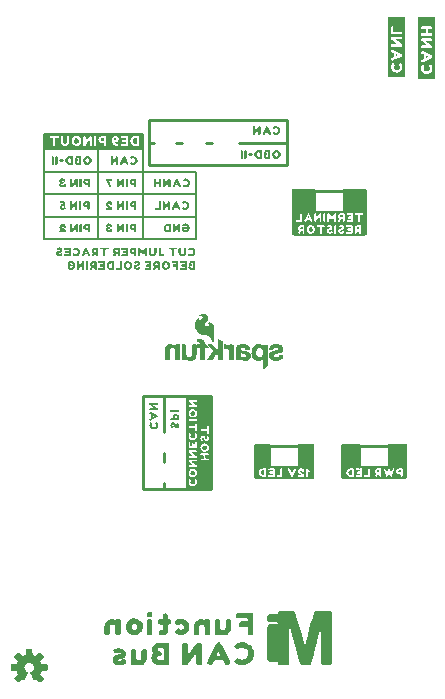
<source format=gbo>
G04 EAGLE Gerber RS-274X export*
G75*
%MOMM*%
%FSLAX34Y34*%
%LPD*%
%INSilkscreen Bottom*%
%IPPOS*%
%AMOC8*
5,1,8,0,0,1.08239X$1,22.5*%
G01*
%ADD10C,0.203200*%
%ADD11C,0.254000*%

G36*
X309447Y429227D02*
X309447Y429227D01*
X309442Y429234D01*
X309449Y429240D01*
X309449Y429341D01*
X309487Y429323D01*
X309800Y429263D01*
X310117Y429283D01*
X310419Y429381D01*
X310688Y429551D01*
X310906Y429783D01*
X311060Y430061D01*
X311139Y430369D01*
X311149Y430530D01*
X311149Y467360D01*
X311134Y467478D01*
X311127Y467597D01*
X311114Y467635D01*
X311109Y467676D01*
X311066Y467786D01*
X311029Y467899D01*
X311007Y467934D01*
X310992Y467971D01*
X310923Y468067D01*
X310859Y468168D01*
X310829Y468196D01*
X310806Y468229D01*
X310714Y468305D01*
X310627Y468386D01*
X310592Y468406D01*
X310561Y468431D01*
X310453Y468482D01*
X310349Y468540D01*
X310309Y468550D01*
X310273Y468567D01*
X310156Y468589D01*
X310041Y468619D01*
X309981Y468623D01*
X309961Y468627D01*
X309940Y468625D01*
X309880Y468629D01*
X292100Y468629D01*
X291982Y468614D01*
X291863Y468607D01*
X291825Y468594D01*
X291784Y468589D01*
X291674Y468546D01*
X291561Y468509D01*
X291526Y468487D01*
X291489Y468472D01*
X291393Y468403D01*
X291292Y468339D01*
X291264Y468309D01*
X291231Y468286D01*
X291156Y468194D01*
X291074Y468107D01*
X291054Y468072D01*
X291029Y468041D01*
X290978Y467933D01*
X290920Y467829D01*
X290910Y467789D01*
X290893Y467753D01*
X290871Y467636D01*
X290841Y467521D01*
X290837Y467461D01*
X290833Y467441D01*
X290834Y467424D01*
X290833Y467419D01*
X290834Y467409D01*
X290831Y467360D01*
X290831Y449649D01*
X267969Y449649D01*
X267969Y467360D01*
X267954Y467478D01*
X267947Y467597D01*
X267934Y467635D01*
X267929Y467676D01*
X267886Y467786D01*
X267849Y467899D01*
X267827Y467934D01*
X267812Y467971D01*
X267743Y468067D01*
X267679Y468168D01*
X267649Y468196D01*
X267626Y468229D01*
X267534Y468305D01*
X267447Y468386D01*
X267412Y468406D01*
X267381Y468431D01*
X267273Y468482D01*
X267169Y468540D01*
X267129Y468550D01*
X267093Y468567D01*
X266976Y468589D01*
X266861Y468619D01*
X266801Y468623D01*
X266781Y468627D01*
X266760Y468625D01*
X266700Y468629D01*
X248920Y468629D01*
X248802Y468614D01*
X248683Y468607D01*
X248645Y468594D01*
X248604Y468589D01*
X248494Y468546D01*
X248381Y468509D01*
X248346Y468487D01*
X248309Y468472D01*
X248213Y468403D01*
X248112Y468339D01*
X248084Y468309D01*
X248051Y468286D01*
X247976Y468194D01*
X247894Y468107D01*
X247874Y468072D01*
X247849Y468041D01*
X247798Y467933D01*
X247740Y467829D01*
X247730Y467789D01*
X247713Y467753D01*
X247691Y467636D01*
X247661Y467521D01*
X247657Y467461D01*
X247653Y467441D01*
X247654Y467424D01*
X247653Y467419D01*
X247654Y467409D01*
X247651Y467360D01*
X247651Y430530D01*
X247691Y430214D01*
X247808Y429919D01*
X247994Y429661D01*
X248239Y429459D01*
X248527Y429323D01*
X248840Y429263D01*
X249157Y429283D01*
X249351Y429346D01*
X249351Y429240D01*
X249387Y429193D01*
X249394Y429198D01*
X249400Y429191D01*
X309400Y429191D01*
X309447Y429227D01*
G37*
G36*
X243417Y65687D02*
X243417Y65687D01*
X243423Y65686D01*
X243950Y65698D01*
X243993Y65708D01*
X244088Y65720D01*
X244588Y65876D01*
X244596Y65881D01*
X244604Y65882D01*
X244750Y65962D01*
X245161Y66288D01*
X245166Y66294D01*
X245173Y66298D01*
X245198Y66327D01*
X245213Y66337D01*
X245232Y66368D01*
X245280Y66425D01*
X245547Y66876D01*
X245550Y66883D01*
X245554Y66889D01*
X245610Y67046D01*
X245698Y67563D01*
X245697Y67598D01*
X245706Y67648D01*
X245693Y87696D01*
X245693Y87698D01*
X245693Y87700D01*
X245668Y90865D01*
X245659Y90908D01*
X245648Y91001D01*
X245586Y91216D01*
X245607Y91239D01*
X245625Y91291D01*
X245653Y91338D01*
X245661Y91391D01*
X245673Y91426D01*
X245671Y91459D01*
X245678Y91503D01*
X245586Y97845D01*
X245586Y97847D01*
X245586Y97849D01*
X245510Y101215D01*
X245511Y101213D01*
X245511Y101209D01*
X246128Y98639D01*
X246129Y98637D01*
X246129Y98634D01*
X247162Y94533D01*
X247163Y94531D01*
X247163Y94529D01*
X247966Y91461D01*
X247982Y91427D01*
X247990Y91390D01*
X248034Y91322D01*
X248053Y91282D01*
X248062Y91275D01*
X248062Y91272D01*
X248053Y91238D01*
X248061Y91153D01*
X248061Y91108D01*
X248067Y91093D01*
X248069Y91072D01*
X249726Y84958D01*
X249727Y84956D01*
X249727Y84953D01*
X251297Y79362D01*
X251298Y79360D01*
X251299Y79358D01*
X253363Y72261D01*
X253364Y72259D01*
X253365Y72257D01*
X254885Y67201D01*
X254895Y67182D01*
X254901Y67156D01*
X255100Y66669D01*
X255102Y66665D01*
X255104Y66660D01*
X255194Y66520D01*
X255549Y66134D01*
X255556Y66129D01*
X255561Y66121D01*
X255696Y66024D01*
X256166Y65792D01*
X256172Y65790D01*
X256176Y65787D01*
X256337Y65743D01*
X256859Y65689D01*
X256882Y65692D01*
X256910Y65687D01*
X262189Y65687D01*
X262195Y65688D01*
X262202Y65687D01*
X262729Y65701D01*
X262760Y65708D01*
X262882Y65729D01*
X263378Y65903D01*
X263383Y65906D01*
X263390Y65908D01*
X263533Y65992D01*
X263935Y66330D01*
X263941Y66337D01*
X263948Y66342D01*
X264051Y66473D01*
X264303Y66933D01*
X264316Y66975D01*
X264319Y66981D01*
X264334Y67005D01*
X264337Y67020D01*
X264348Y67044D01*
X265564Y71637D01*
X265564Y71639D01*
X265565Y71641D01*
X267400Y78801D01*
X267400Y78802D01*
X267401Y78804D01*
X268807Y84438D01*
X268807Y84440D01*
X268808Y84441D01*
X270429Y91110D01*
X270431Y91155D01*
X270442Y91197D01*
X270435Y91253D01*
X270544Y91608D01*
X270546Y91624D01*
X270553Y91642D01*
X272232Y98851D01*
X272232Y98854D01*
X272234Y98857D01*
X272648Y100738D01*
X272570Y98960D01*
X272570Y98957D01*
X272569Y98953D01*
X272471Y95782D01*
X272471Y95780D01*
X272471Y95778D01*
X272378Y91549D01*
X272381Y91533D01*
X272378Y91516D01*
X272399Y91435D01*
X272413Y91353D01*
X272422Y91339D01*
X272426Y91324D01*
X272399Y91280D01*
X272399Y91279D01*
X272398Y91278D01*
X272397Y91271D01*
X272369Y91116D01*
X272321Y87941D01*
X272321Y87939D01*
X272321Y87937D01*
X272297Y83703D01*
X272297Y83702D01*
X272297Y83700D01*
X272294Y67824D01*
X272298Y67808D01*
X272296Y67787D01*
X272335Y67261D01*
X272335Y67260D01*
X272375Y67098D01*
X272586Y66616D01*
X272591Y66609D01*
X272593Y66601D01*
X272689Y66465D01*
X273060Y66091D01*
X273067Y66086D01*
X273071Y66080D01*
X273210Y65987D01*
X273689Y65772D01*
X273691Y65771D01*
X273693Y65770D01*
X273855Y65729D01*
X274380Y65688D01*
X274398Y65690D01*
X274420Y65686D01*
X279712Y65686D01*
X279747Y65693D01*
X279797Y65694D01*
X280315Y65783D01*
X280323Y65786D01*
X280331Y65786D01*
X280486Y65846D01*
X280938Y66115D01*
X280943Y66121D01*
X280951Y66123D01*
X281074Y66235D01*
X281400Y66648D01*
X281404Y66656D01*
X281410Y66662D01*
X281485Y66810D01*
X281640Y67313D01*
X281643Y67351D01*
X281662Y67459D01*
X281672Y91273D01*
X281671Y91281D01*
X281672Y91290D01*
X281651Y91378D01*
X281633Y91468D01*
X281631Y91471D01*
X281658Y91581D01*
X281659Y91625D01*
X281672Y91699D01*
X281663Y109676D01*
X281655Y109717D01*
X281643Y109817D01*
X281494Y110321D01*
X281490Y110328D01*
X281489Y110337D01*
X281411Y110484D01*
X281091Y110900D01*
X281085Y110905D01*
X281082Y110911D01*
X280957Y111021D01*
X280510Y111296D01*
X280501Y111299D01*
X280494Y111306D01*
X280337Y111362D01*
X279820Y111456D01*
X279783Y111456D01*
X279731Y111464D01*
X268627Y111459D01*
X268597Y111453D01*
X268555Y111454D01*
X268035Y111377D01*
X268026Y111374D01*
X268015Y111374D01*
X267859Y111316D01*
X267403Y111055D01*
X267395Y111048D01*
X267386Y111044D01*
X267262Y110933D01*
X266934Y110522D01*
X266927Y110509D01*
X266854Y110380D01*
X266675Y109884D01*
X266673Y109871D01*
X266666Y109856D01*
X265472Y105798D01*
X265472Y105795D01*
X265470Y105792D01*
X264323Y101721D01*
X264323Y101719D01*
X264322Y101717D01*
X263626Y99167D01*
X263626Y99165D01*
X263626Y99164D01*
X262539Y95076D01*
X262539Y95074D01*
X262538Y95071D01*
X261618Y91487D01*
X261617Y91468D01*
X261610Y91451D01*
X261611Y91427D01*
X261601Y91405D01*
X261322Y90386D01*
X261322Y90381D01*
X261319Y90374D01*
X260939Y88837D01*
X260939Y88835D01*
X260939Y88834D01*
X259953Y84727D01*
X259953Y84723D01*
X259952Y84719D01*
X259144Y81113D01*
X259144Y81108D01*
X259142Y81103D01*
X259021Y80506D01*
X258921Y80957D01*
X258918Y80962D01*
X258918Y80969D01*
X258151Y84042D01*
X258148Y84047D01*
X258148Y84053D01*
X257175Y87618D01*
X257174Y87621D01*
X257174Y87624D01*
X256156Y91177D01*
X256113Y91259D01*
X256104Y91277D01*
X256107Y91290D01*
X256096Y91333D01*
X256086Y91417D01*
X253648Y99515D01*
X253647Y99517D01*
X253647Y99519D01*
X252241Y104064D01*
X252241Y104065D01*
X252241Y104066D01*
X250338Y110117D01*
X250319Y110151D01*
X250300Y110206D01*
X250050Y110667D01*
X250044Y110674D01*
X250042Y110681D01*
X249935Y110809D01*
X249535Y111150D01*
X249527Y111154D01*
X249521Y111161D01*
X249375Y111241D01*
X248879Y111414D01*
X248847Y111418D01*
X248727Y111441D01*
X248199Y111454D01*
X248193Y111453D01*
X248187Y111454D01*
X238144Y111454D01*
X238134Y111452D01*
X238122Y111453D01*
X237595Y111431D01*
X237577Y111426D01*
X237437Y111398D01*
X236947Y111209D01*
X236941Y111205D01*
X236934Y111204D01*
X236933Y111203D01*
X236932Y111203D01*
X236792Y111113D01*
X236402Y110761D01*
X236397Y110755D01*
X236391Y110751D01*
X236292Y110618D01*
X236053Y110150D01*
X236051Y110144D01*
X236048Y110139D01*
X236002Y109980D01*
X235946Y109486D01*
X235868Y109163D01*
X235709Y109022D01*
X235375Y108974D01*
X229595Y108972D01*
X229570Y108967D01*
X229537Y108969D01*
X229014Y108908D01*
X228972Y108894D01*
X228881Y108873D01*
X228395Y108671D01*
X228358Y108646D01*
X228276Y108601D01*
X227863Y108274D01*
X227835Y108240D01*
X227768Y108173D01*
X227461Y107745D01*
X227443Y107705D01*
X227397Y107622D01*
X227220Y107126D01*
X227213Y107082D01*
X227192Y106994D01*
X227154Y106468D01*
X227156Y106452D01*
X227153Y106432D01*
X227153Y104318D01*
X227154Y104312D01*
X227153Y104304D01*
X227168Y103776D01*
X227178Y103734D01*
X227184Y103664D01*
X227317Y103154D01*
X227336Y103115D01*
X227360Y103053D01*
X227362Y103045D01*
X227365Y103042D01*
X227372Y103024D01*
X227642Y102571D01*
X227672Y102540D01*
X227730Y102463D01*
X228115Y102104D01*
X228152Y102081D01*
X228229Y102024D01*
X228697Y101784D01*
X228740Y101773D01*
X228829Y101739D01*
X229345Y101638D01*
X229384Y101638D01*
X229441Y101629D01*
X235243Y101623D01*
X235628Y101605D01*
X235826Y101481D01*
X235928Y101243D01*
X235923Y100407D01*
X235812Y100184D01*
X235598Y100066D01*
X235199Y100056D01*
X229390Y100048D01*
X229349Y100040D01*
X229282Y100036D01*
X228768Y99921D01*
X228728Y99903D01*
X228638Y99872D01*
X228176Y99619D01*
X228142Y99591D01*
X228064Y99536D01*
X227690Y99166D01*
X227666Y99129D01*
X227606Y99055D01*
X227348Y98596D01*
X227335Y98555D01*
X227297Y98466D01*
X227177Y97953D01*
X227175Y97912D01*
X227164Y97848D01*
X227154Y97319D01*
X227155Y97315D01*
X227154Y97311D01*
X227154Y91496D01*
X227164Y91446D01*
X227164Y91426D01*
X227161Y91420D01*
X227140Y91263D01*
X227139Y91257D01*
X227139Y91256D01*
X227139Y91255D01*
X227158Y90737D01*
X227166Y70698D01*
X227171Y70669D01*
X227170Y70662D01*
X227175Y70643D01*
X227177Y70592D01*
X227288Y70079D01*
X227305Y70039D01*
X227318Y70002D01*
X227326Y69969D01*
X227332Y69961D01*
X227336Y69947D01*
X227586Y69485D01*
X227614Y69451D01*
X227668Y69374D01*
X228034Y68997D01*
X228070Y68972D01*
X228144Y68912D01*
X228600Y68650D01*
X228641Y68637D01*
X228729Y68599D01*
X229240Y68473D01*
X229284Y68472D01*
X229357Y68459D01*
X235575Y68442D01*
X235803Y68333D01*
X235923Y68126D01*
X235936Y67725D01*
X235941Y67708D01*
X235939Y67686D01*
X235999Y67164D01*
X236000Y67158D01*
X236000Y67152D01*
X236050Y66993D01*
X236288Y66526D01*
X236292Y66520D01*
X236295Y66513D01*
X236398Y66382D01*
X236786Y66030D01*
X236793Y66027D01*
X236798Y66020D01*
X236941Y65935D01*
X237429Y65746D01*
X237451Y65742D01*
X237586Y65712D01*
X238112Y65687D01*
X238123Y65688D01*
X238136Y65686D01*
X243412Y65686D01*
X243417Y65687D01*
G37*
G36*
X168758Y214172D02*
X168758Y214172D01*
X168771Y214173D01*
X168971Y214473D01*
X168971Y214479D01*
X168974Y214482D01*
X168970Y214488D01*
X168970Y214493D01*
X168979Y214500D01*
X168979Y214631D01*
X177800Y214631D01*
X177918Y214646D01*
X178037Y214653D01*
X178075Y214666D01*
X178116Y214671D01*
X178226Y214714D01*
X178339Y214751D01*
X178374Y214773D01*
X178411Y214788D01*
X178507Y214858D01*
X178608Y214921D01*
X178636Y214951D01*
X178669Y214974D01*
X178745Y215066D01*
X178826Y215153D01*
X178846Y215188D01*
X178871Y215219D01*
X178922Y215327D01*
X178980Y215431D01*
X178990Y215471D01*
X179007Y215507D01*
X179029Y215624D01*
X179059Y215739D01*
X179063Y215800D01*
X179067Y215820D01*
X179065Y215840D01*
X179069Y215900D01*
X179069Y235944D01*
X179102Y235952D01*
X179124Y235980D01*
X179131Y235985D01*
X179130Y235987D01*
X179139Y235999D01*
X179138Y235999D01*
X179139Y236000D01*
X179139Y270520D01*
X179188Y270526D01*
X179307Y270533D01*
X179345Y270546D01*
X179386Y270551D01*
X179496Y270594D01*
X179609Y270631D01*
X179644Y270653D01*
X179681Y270668D01*
X179777Y270738D01*
X179878Y270801D01*
X179906Y270831D01*
X179939Y270854D01*
X180015Y270946D01*
X180096Y271033D01*
X180116Y271068D01*
X180141Y271099D01*
X180192Y271207D01*
X180250Y271311D01*
X180260Y271351D01*
X180277Y271387D01*
X180299Y271504D01*
X180329Y271619D01*
X180333Y271680D01*
X180337Y271700D01*
X180335Y271720D01*
X180339Y271780D01*
X180339Y293370D01*
X180324Y293488D01*
X180317Y293607D01*
X180304Y293645D01*
X180299Y293686D01*
X180256Y293796D01*
X180219Y293909D01*
X180197Y293944D01*
X180182Y293981D01*
X180113Y294077D01*
X180049Y294178D01*
X180019Y294206D01*
X179996Y294239D01*
X179904Y294315D01*
X179817Y294396D01*
X179782Y294416D01*
X179751Y294441D01*
X179643Y294492D01*
X179539Y294550D01*
X179499Y294560D01*
X179463Y294577D01*
X179346Y294599D01*
X179231Y294629D01*
X179171Y294633D01*
X179151Y294637D01*
X179130Y294635D01*
X179070Y294639D01*
X168910Y294639D01*
X168792Y294624D01*
X168673Y294617D01*
X168635Y294604D01*
X168594Y294599D01*
X168484Y294556D01*
X168371Y294519D01*
X168336Y294497D01*
X168299Y294482D01*
X168203Y294413D01*
X168102Y294349D01*
X168074Y294319D01*
X168041Y294296D01*
X167966Y294204D01*
X167884Y294117D01*
X167864Y294082D01*
X167839Y294051D01*
X167788Y293943D01*
X167736Y293849D01*
X159130Y293849D01*
X159123Y293844D01*
X159118Y293848D01*
X158718Y293748D01*
X158681Y293701D01*
X158682Y293701D01*
X158681Y293700D01*
X158681Y214400D01*
X158702Y214372D01*
X158703Y214359D01*
X159003Y214159D01*
X159023Y214160D01*
X159030Y214151D01*
X168730Y214151D01*
X168758Y214172D01*
G37*
G36*
X344321Y223467D02*
X344321Y223467D01*
X344335Y223465D01*
X344415Y223546D01*
X344709Y223641D01*
X344978Y223811D01*
X345196Y224043D01*
X345350Y224321D01*
X345429Y224629D01*
X345439Y224790D01*
X345439Y251460D01*
X345424Y251578D01*
X345417Y251697D01*
X345404Y251735D01*
X345399Y251776D01*
X345356Y251886D01*
X345319Y251999D01*
X345297Y252034D01*
X345282Y252071D01*
X345213Y252167D01*
X345149Y252268D01*
X345119Y252296D01*
X345096Y252329D01*
X345004Y252405D01*
X344917Y252486D01*
X344882Y252506D01*
X344851Y252531D01*
X344743Y252582D01*
X344639Y252640D01*
X344599Y252650D01*
X344563Y252667D01*
X344446Y252689D01*
X344331Y252719D01*
X344271Y252723D01*
X344251Y252727D01*
X344230Y252725D01*
X344170Y252729D01*
X330200Y252729D01*
X330082Y252714D01*
X329963Y252707D01*
X329925Y252694D01*
X329884Y252689D01*
X329774Y252646D01*
X329661Y252609D01*
X329626Y252587D01*
X329589Y252572D01*
X329493Y252503D01*
X329392Y252439D01*
X329364Y252409D01*
X329331Y252386D01*
X329256Y252294D01*
X329174Y252207D01*
X329154Y252172D01*
X329129Y252141D01*
X329078Y252033D01*
X329020Y251929D01*
X329010Y251889D01*
X328993Y251853D01*
X328971Y251736D01*
X328941Y251621D01*
X328937Y251561D01*
X328933Y251541D01*
X328934Y251529D01*
X328933Y251525D01*
X328934Y251512D01*
X328931Y251460D01*
X328931Y233749D01*
X306069Y233749D01*
X306069Y251460D01*
X306054Y251578D01*
X306047Y251697D01*
X306034Y251735D01*
X306029Y251776D01*
X305986Y251886D01*
X305949Y251999D01*
X305927Y252034D01*
X305912Y252071D01*
X305843Y252167D01*
X305779Y252268D01*
X305749Y252296D01*
X305726Y252329D01*
X305634Y252405D01*
X305547Y252486D01*
X305512Y252506D01*
X305481Y252531D01*
X305373Y252582D01*
X305269Y252640D01*
X305229Y252650D01*
X305193Y252667D01*
X305076Y252689D01*
X304961Y252719D01*
X304901Y252723D01*
X304881Y252727D01*
X304860Y252725D01*
X304800Y252729D01*
X290830Y252729D01*
X290712Y252714D01*
X290593Y252707D01*
X290555Y252694D01*
X290514Y252689D01*
X290404Y252646D01*
X290291Y252609D01*
X290256Y252587D01*
X290219Y252572D01*
X290123Y252503D01*
X290022Y252439D01*
X289994Y252409D01*
X289961Y252386D01*
X289886Y252294D01*
X289804Y252207D01*
X289784Y252172D01*
X289759Y252141D01*
X289708Y252033D01*
X289650Y251929D01*
X289640Y251889D01*
X289623Y251853D01*
X289601Y251736D01*
X289571Y251621D01*
X289567Y251561D01*
X289563Y251541D01*
X289564Y251529D01*
X289563Y251525D01*
X289564Y251512D01*
X289561Y251460D01*
X289561Y224790D01*
X289601Y224474D01*
X289718Y224179D01*
X289904Y223921D01*
X290149Y223719D01*
X290427Y223588D01*
X290452Y223488D01*
X290499Y223451D01*
X290499Y223452D01*
X290500Y223451D01*
X344300Y223451D01*
X344321Y223467D01*
G37*
G36*
X266147Y223487D02*
X266147Y223487D01*
X266147Y223488D01*
X266148Y223488D01*
X266227Y223804D01*
X266238Y223811D01*
X266456Y224043D01*
X266610Y224321D01*
X266689Y224629D01*
X266699Y224790D01*
X266699Y251460D01*
X266684Y251578D01*
X266677Y251697D01*
X266664Y251735D01*
X266659Y251776D01*
X266616Y251886D01*
X266579Y251999D01*
X266557Y252034D01*
X266542Y252071D01*
X266473Y252167D01*
X266409Y252268D01*
X266379Y252296D01*
X266356Y252329D01*
X266264Y252405D01*
X266177Y252486D01*
X266142Y252506D01*
X266111Y252531D01*
X266003Y252582D01*
X265899Y252640D01*
X265859Y252650D01*
X265823Y252667D01*
X265706Y252689D01*
X265591Y252719D01*
X265531Y252723D01*
X265511Y252727D01*
X265490Y252725D01*
X265430Y252729D01*
X254000Y252729D01*
X253882Y252714D01*
X253763Y252707D01*
X253725Y252694D01*
X253684Y252689D01*
X253574Y252646D01*
X253461Y252609D01*
X253426Y252587D01*
X253389Y252572D01*
X253293Y252503D01*
X253192Y252439D01*
X253164Y252409D01*
X253131Y252386D01*
X253056Y252294D01*
X252974Y252207D01*
X252954Y252172D01*
X252929Y252141D01*
X252878Y252033D01*
X252820Y251929D01*
X252810Y251889D01*
X252793Y251853D01*
X252771Y251736D01*
X252741Y251621D01*
X252737Y251561D01*
X252733Y251541D01*
X252734Y251529D01*
X252733Y251525D01*
X252734Y251512D01*
X252731Y251460D01*
X252731Y233749D01*
X229869Y233749D01*
X229869Y251460D01*
X229854Y251578D01*
X229847Y251697D01*
X229834Y251735D01*
X229829Y251776D01*
X229786Y251886D01*
X229749Y251999D01*
X229727Y252034D01*
X229712Y252071D01*
X229643Y252167D01*
X229579Y252268D01*
X229549Y252296D01*
X229526Y252329D01*
X229434Y252405D01*
X229347Y252486D01*
X229312Y252506D01*
X229281Y252531D01*
X229173Y252582D01*
X229069Y252640D01*
X229029Y252650D01*
X228993Y252667D01*
X228876Y252689D01*
X228761Y252719D01*
X228701Y252723D01*
X228681Y252727D01*
X228660Y252725D01*
X228600Y252729D01*
X217170Y252729D01*
X217052Y252714D01*
X216933Y252707D01*
X216895Y252694D01*
X216854Y252689D01*
X216744Y252646D01*
X216631Y252609D01*
X216596Y252587D01*
X216559Y252572D01*
X216463Y252503D01*
X216362Y252439D01*
X216334Y252409D01*
X216301Y252386D01*
X216226Y252294D01*
X216144Y252207D01*
X216124Y252172D01*
X216099Y252141D01*
X216048Y252033D01*
X215990Y251929D01*
X215980Y251889D01*
X215963Y251853D01*
X215941Y251736D01*
X215911Y251621D01*
X215907Y251561D01*
X215903Y251541D01*
X215904Y251529D01*
X215903Y251525D01*
X215904Y251512D01*
X215901Y251460D01*
X215901Y224790D01*
X215941Y224474D01*
X216058Y224179D01*
X216244Y223921D01*
X216351Y223833D01*
X216351Y223600D01*
X216387Y223553D01*
X216388Y223553D01*
X216388Y223552D01*
X216788Y223452D01*
X216796Y223456D01*
X216800Y223451D01*
X266100Y223451D01*
X266147Y223487D01*
G37*
G36*
X121631Y503337D02*
X121631Y503337D01*
X121645Y503335D01*
X121945Y503635D01*
X121947Y503647D01*
X121953Y503652D01*
X121948Y503659D01*
X121949Y503662D01*
X121959Y503670D01*
X121959Y514970D01*
X121934Y515003D01*
X121932Y515014D01*
X121532Y515214D01*
X121516Y515211D01*
X121510Y515219D01*
X38310Y515219D01*
X38277Y515194D01*
X38266Y515192D01*
X38066Y514792D01*
X38069Y514776D01*
X38061Y514770D01*
X38061Y503470D01*
X38097Y503423D01*
X38099Y503424D01*
X38100Y503422D01*
X38600Y503322D01*
X38607Y503325D01*
X38610Y503321D01*
X121610Y503321D01*
X121631Y503337D01*
G37*
G36*
X368155Y562154D02*
X368155Y562154D01*
X368158Y562151D01*
X368758Y562251D01*
X368799Y562295D01*
X368796Y562298D01*
X368799Y562300D01*
X368799Y614300D01*
X368780Y614326D01*
X368780Y614339D01*
X368380Y614639D01*
X368358Y614639D01*
X368350Y614649D01*
X355450Y614649D01*
X355424Y614630D01*
X355411Y614630D01*
X355111Y614230D01*
X355111Y614223D01*
X355109Y614221D01*
X355111Y614219D01*
X355111Y614208D01*
X355101Y614200D01*
X355101Y562700D01*
X355109Y562689D01*
X355104Y562682D01*
X355304Y562182D01*
X355345Y562157D01*
X355350Y562151D01*
X368150Y562151D01*
X368155Y562154D01*
G37*
G36*
X343297Y563457D02*
X343297Y563457D01*
X343295Y563460D01*
X343299Y563462D01*
X343399Y564062D01*
X343396Y564067D01*
X343399Y564070D01*
X343399Y614170D01*
X343386Y614188D01*
X343389Y614200D01*
X343089Y614600D01*
X343058Y614609D01*
X343050Y614619D01*
X330150Y614619D01*
X330132Y614606D01*
X330120Y614609D01*
X329720Y614309D01*
X329712Y614278D01*
X329701Y614270D01*
X329701Y563570D01*
X329737Y563523D01*
X329740Y563525D01*
X329742Y563521D01*
X330342Y563421D01*
X330347Y563424D01*
X330350Y563421D01*
X343250Y563421D01*
X343297Y563457D01*
G37*
G36*
X34720Y50946D02*
X34720Y50946D01*
X34828Y50956D01*
X34841Y50962D01*
X34855Y50964D01*
X34952Y51012D01*
X35051Y51057D01*
X35064Y51068D01*
X35073Y51072D01*
X35088Y51088D01*
X35165Y51150D01*
X37750Y53735D01*
X37813Y53824D01*
X37879Y53909D01*
X37884Y53922D01*
X37892Y53934D01*
X37923Y54037D01*
X37959Y54140D01*
X37959Y54154D01*
X37963Y54167D01*
X37959Y54275D01*
X37960Y54384D01*
X37955Y54397D01*
X37955Y54411D01*
X37917Y54513D01*
X37882Y54615D01*
X37873Y54630D01*
X37869Y54639D01*
X37855Y54656D01*
X37801Y54738D01*
X35037Y58128D01*
X35594Y59210D01*
X35600Y59230D01*
X35642Y59325D01*
X36013Y60484D01*
X40364Y60927D01*
X40468Y60955D01*
X40574Y60980D01*
X40586Y60987D01*
X40599Y60990D01*
X40689Y61051D01*
X40782Y61108D01*
X40790Y61119D01*
X40802Y61127D01*
X40868Y61213D01*
X40937Y61297D01*
X40941Y61310D01*
X40950Y61321D01*
X40984Y61424D01*
X41023Y61525D01*
X41024Y61543D01*
X41028Y61552D01*
X41028Y61574D01*
X41037Y61672D01*
X41037Y65328D01*
X41020Y65435D01*
X41006Y65543D01*
X41000Y65555D01*
X40998Y65569D01*
X40946Y65665D01*
X40899Y65762D01*
X40889Y65772D01*
X40883Y65784D01*
X40803Y65858D01*
X40727Y65935D01*
X40715Y65941D01*
X40705Y65951D01*
X40606Y65996D01*
X40509Y66044D01*
X40491Y66048D01*
X40482Y66052D01*
X40461Y66054D01*
X40364Y66073D01*
X36013Y66516D01*
X35642Y67675D01*
X35633Y67692D01*
X35631Y67700D01*
X35627Y67707D01*
X35594Y67790D01*
X35037Y68872D01*
X37801Y72262D01*
X37855Y72356D01*
X37912Y72448D01*
X37915Y72461D01*
X37922Y72473D01*
X37943Y72580D01*
X37968Y72685D01*
X37966Y72699D01*
X37969Y72713D01*
X37954Y72820D01*
X37944Y72928D01*
X37938Y72941D01*
X37936Y72955D01*
X37888Y73052D01*
X37843Y73151D01*
X37832Y73164D01*
X37828Y73173D01*
X37812Y73188D01*
X37750Y73265D01*
X35165Y75850D01*
X35076Y75913D01*
X34991Y75979D01*
X34978Y75984D01*
X34966Y75992D01*
X34863Y76023D01*
X34760Y76059D01*
X34746Y76059D01*
X34733Y76063D01*
X34625Y76059D01*
X34516Y76060D01*
X34503Y76055D01*
X34489Y76055D01*
X34387Y76017D01*
X34285Y75982D01*
X34270Y75973D01*
X34261Y75969D01*
X34244Y75955D01*
X34162Y75901D01*
X30772Y73137D01*
X29690Y73694D01*
X29670Y73700D01*
X29575Y73742D01*
X28416Y74113D01*
X27973Y78464D01*
X27945Y78568D01*
X27920Y78674D01*
X27913Y78686D01*
X27910Y78699D01*
X27849Y78789D01*
X27792Y78882D01*
X27781Y78890D01*
X27773Y78902D01*
X27687Y78968D01*
X27603Y79037D01*
X27590Y79041D01*
X27579Y79050D01*
X27476Y79084D01*
X27375Y79123D01*
X27357Y79124D01*
X27348Y79128D01*
X27326Y79128D01*
X27228Y79137D01*
X23572Y79137D01*
X23465Y79120D01*
X23357Y79106D01*
X23345Y79100D01*
X23331Y79098D01*
X23235Y79046D01*
X23138Y78999D01*
X23128Y78989D01*
X23116Y78983D01*
X23042Y78903D01*
X22965Y78827D01*
X22959Y78815D01*
X22949Y78805D01*
X22904Y78706D01*
X22856Y78609D01*
X22852Y78591D01*
X22848Y78582D01*
X22846Y78561D01*
X22827Y78464D01*
X22384Y74113D01*
X21225Y73742D01*
X21207Y73732D01*
X21110Y73694D01*
X20028Y73137D01*
X16638Y75901D01*
X16544Y75955D01*
X16452Y76012D01*
X16439Y76015D01*
X16427Y76022D01*
X16320Y76043D01*
X16215Y76068D01*
X16201Y76066D01*
X16187Y76069D01*
X16080Y76054D01*
X15972Y76044D01*
X15959Y76038D01*
X15946Y76036D01*
X15848Y75988D01*
X15749Y75943D01*
X15736Y75932D01*
X15727Y75928D01*
X15712Y75912D01*
X15635Y75850D01*
X13050Y73265D01*
X12987Y73176D01*
X12921Y73091D01*
X12916Y73078D01*
X12908Y73066D01*
X12877Y72963D01*
X12841Y72860D01*
X12841Y72846D01*
X12837Y72833D01*
X12841Y72725D01*
X12840Y72616D01*
X12845Y72603D01*
X12845Y72589D01*
X12883Y72487D01*
X12918Y72385D01*
X12927Y72370D01*
X12931Y72361D01*
X12945Y72344D01*
X12999Y72262D01*
X15763Y68872D01*
X15206Y67790D01*
X15200Y67770D01*
X15158Y67675D01*
X14787Y66516D01*
X10436Y66073D01*
X10332Y66045D01*
X10226Y66020D01*
X10214Y66013D01*
X10201Y66010D01*
X10111Y65949D01*
X10018Y65892D01*
X10010Y65881D01*
X9998Y65873D01*
X9932Y65787D01*
X9864Y65703D01*
X9859Y65690D01*
X9850Y65679D01*
X9816Y65576D01*
X9777Y65475D01*
X9776Y65457D01*
X9772Y65448D01*
X9773Y65426D01*
X9763Y65328D01*
X9763Y61672D01*
X9780Y61565D01*
X9794Y61457D01*
X9800Y61445D01*
X9802Y61431D01*
X9854Y61335D01*
X9901Y61238D01*
X9911Y61228D01*
X9917Y61216D01*
X9997Y61142D01*
X10073Y61065D01*
X10085Y61059D01*
X10096Y61049D01*
X10194Y61004D01*
X10291Y60956D01*
X10309Y60952D01*
X10318Y60948D01*
X10339Y60946D01*
X10436Y60927D01*
X14787Y60484D01*
X15158Y59325D01*
X15168Y59307D01*
X15206Y59210D01*
X15763Y58128D01*
X12999Y54738D01*
X12945Y54644D01*
X12888Y54552D01*
X12885Y54539D01*
X12878Y54527D01*
X12857Y54420D01*
X12832Y54315D01*
X12834Y54301D01*
X12831Y54287D01*
X12846Y54180D01*
X12856Y54072D01*
X12862Y54059D01*
X12864Y54046D01*
X12912Y53948D01*
X12957Y53849D01*
X12968Y53836D01*
X12972Y53827D01*
X12988Y53812D01*
X13050Y53735D01*
X15635Y51150D01*
X15724Y51087D01*
X15809Y51021D01*
X15822Y51016D01*
X15834Y51008D01*
X15937Y50977D01*
X16040Y50941D01*
X16054Y50941D01*
X16067Y50937D01*
X16175Y50941D01*
X16284Y50940D01*
X16297Y50945D01*
X16311Y50945D01*
X16413Y50983D01*
X16515Y51018D01*
X16530Y51027D01*
X16539Y51031D01*
X16556Y51045D01*
X16638Y51099D01*
X20028Y53863D01*
X21110Y53306D01*
X21163Y53289D01*
X21212Y53263D01*
X21278Y53252D01*
X21342Y53231D01*
X21398Y53232D01*
X21452Y53223D01*
X21519Y53234D01*
X21586Y53235D01*
X21638Y53253D01*
X21693Y53262D01*
X21753Y53294D01*
X21816Y53317D01*
X21859Y53351D01*
X21909Y53377D01*
X21955Y53426D01*
X22007Y53468D01*
X22038Y53515D01*
X22076Y53555D01*
X22132Y53660D01*
X22140Y53673D01*
X22141Y53678D01*
X22145Y53685D01*
X24298Y58882D01*
X24318Y58965D01*
X24323Y58978D01*
X24325Y58994D01*
X24350Y59079D01*
X24349Y59100D01*
X24354Y59120D01*
X24346Y59202D01*
X24348Y59221D01*
X24343Y59241D01*
X24339Y59322D01*
X24332Y59342D01*
X24330Y59363D01*
X24299Y59432D01*
X24292Y59459D01*
X24277Y59483D01*
X24251Y59550D01*
X24238Y59566D01*
X24229Y59585D01*
X24184Y59634D01*
X24164Y59666D01*
X24133Y59691D01*
X24095Y59737D01*
X24072Y59753D01*
X24062Y59763D01*
X24041Y59775D01*
X23976Y59820D01*
X23975Y59821D01*
X23974Y59822D01*
X23075Y60328D01*
X22388Y60972D01*
X21873Y61760D01*
X21561Y62648D01*
X21469Y63585D01*
X21602Y64517D01*
X21953Y65391D01*
X22502Y66156D01*
X23216Y66769D01*
X24056Y67194D01*
X24973Y67408D01*
X25914Y67398D01*
X26826Y67164D01*
X27656Y66721D01*
X28357Y66092D01*
X28889Y65315D01*
X29220Y64434D01*
X29333Y63499D01*
X29225Y62582D01*
X28905Y61714D01*
X28391Y60945D01*
X27712Y60318D01*
X26828Y59823D01*
X26786Y59790D01*
X26744Y59767D01*
X26713Y59734D01*
X26665Y59699D01*
X26653Y59683D01*
X26637Y59670D01*
X26602Y59615D01*
X26577Y59589D01*
X26563Y59558D01*
X26522Y59501D01*
X26516Y59482D01*
X26506Y59465D01*
X26487Y59390D01*
X26477Y59367D01*
X26474Y59343D01*
X26451Y59268D01*
X26452Y59248D01*
X26447Y59228D01*
X26454Y59143D01*
X26453Y59124D01*
X26456Y59107D01*
X26459Y59024D01*
X26467Y58999D01*
X26468Y58985D01*
X26478Y58963D01*
X26502Y58882D01*
X26811Y58137D01*
X27742Y55889D01*
X28052Y55140D01*
X28655Y53685D01*
X28684Y53638D01*
X28705Y53586D01*
X28748Y53535D01*
X28784Y53478D01*
X28827Y53443D01*
X28863Y53400D01*
X28920Y53366D01*
X28972Y53323D01*
X29024Y53304D01*
X29072Y53275D01*
X29138Y53261D01*
X29201Y53237D01*
X29256Y53235D01*
X29310Y53224D01*
X29377Y53231D01*
X29444Y53229D01*
X29498Y53245D01*
X29553Y53252D01*
X29664Y53296D01*
X29678Y53300D01*
X29682Y53303D01*
X29690Y53306D01*
X30772Y53863D01*
X34162Y51099D01*
X34256Y51045D01*
X34348Y50988D01*
X34361Y50985D01*
X34373Y50978D01*
X34480Y50957D01*
X34585Y50932D01*
X34599Y50934D01*
X34613Y50931D01*
X34720Y50946D01*
G37*
G36*
X141574Y65384D02*
X141574Y65384D01*
X141576Y65381D01*
X143176Y65581D01*
X143191Y65595D01*
X143202Y65593D01*
X144002Y66293D01*
X144008Y66319D01*
X144019Y66327D01*
X144119Y67727D01*
X144118Y67729D01*
X144119Y67730D01*
X144119Y82830D01*
X144113Y82838D01*
X144118Y82843D01*
X143818Y83943D01*
X143796Y83960D01*
X143794Y83973D01*
X142894Y84473D01*
X142878Y84471D01*
X142873Y84479D01*
X141173Y84579D01*
X141171Y84578D01*
X141170Y84579D01*
X135770Y84579D01*
X135768Y84578D01*
X135767Y84579D01*
X134367Y84479D01*
X134362Y84475D01*
X134359Y84478D01*
X133059Y84178D01*
X133052Y84170D01*
X133045Y84173D01*
X131845Y83473D01*
X131842Y83466D01*
X131837Y83467D01*
X130837Y82567D01*
X130835Y82556D01*
X130827Y82555D01*
X130127Y81355D01*
X130128Y81352D01*
X130127Y81351D01*
X130128Y81350D01*
X130128Y81347D01*
X130123Y81346D01*
X129723Y80146D01*
X129726Y80137D01*
X129721Y80134D01*
X129621Y78734D01*
X129624Y78729D01*
X129621Y78726D01*
X129721Y77426D01*
X129728Y77418D01*
X129724Y77412D01*
X130224Y76112D01*
X130230Y76109D01*
X130228Y76105D01*
X130512Y75631D01*
X129729Y74457D01*
X129729Y74450D01*
X129725Y74449D01*
X129225Y73249D01*
X129227Y73240D01*
X129221Y73238D01*
X129021Y71938D01*
X129025Y71930D01*
X129021Y71927D01*
X129121Y70427D01*
X129125Y70422D01*
X129122Y70418D01*
X129422Y69218D01*
X129430Y69212D01*
X129427Y69205D01*
X130127Y68005D01*
X130134Y68002D01*
X130133Y67997D01*
X131033Y66997D01*
X131039Y66996D01*
X131039Y66992D01*
X132139Y66092D01*
X132149Y66092D01*
X132151Y66085D01*
X133351Y65585D01*
X133360Y65587D01*
X133363Y65581D01*
X134763Y65381D01*
X134768Y65384D01*
X134770Y65381D01*
X141570Y65381D01*
X141574Y65384D01*
G37*
G36*
X170573Y65481D02*
X170573Y65481D01*
X170589Y65494D01*
X170600Y65491D01*
X171500Y66191D01*
X171508Y66219D01*
X171519Y66226D01*
X171619Y67526D01*
X171618Y67529D01*
X171619Y67530D01*
X171619Y82430D01*
X171617Y82432D01*
X171619Y82434D01*
X171519Y83734D01*
X171498Y83758D01*
X171496Y83772D01*
X170396Y84472D01*
X170379Y84470D01*
X170374Y84479D01*
X168974Y84579D01*
X168963Y84572D01*
X168956Y84577D01*
X167656Y84177D01*
X167645Y84162D01*
X167633Y84163D01*
X166733Y83163D01*
X166733Y83159D01*
X166731Y83159D01*
X162631Y77659D01*
X161131Y75660D01*
X161131Y75659D01*
X161130Y75659D01*
X159619Y73581D01*
X159619Y83030D01*
X159612Y83040D01*
X159616Y83047D01*
X159216Y84147D01*
X159189Y84164D01*
X159184Y84177D01*
X157884Y84577D01*
X157874Y84573D01*
X157870Y84579D01*
X156470Y84579D01*
X156456Y84569D01*
X156446Y84573D01*
X155346Y83973D01*
X155336Y83950D01*
X155323Y83946D01*
X154923Y82746D01*
X154927Y82735D01*
X154921Y82730D01*
X154921Y67830D01*
X154924Y67825D01*
X154921Y67823D01*
X155121Y66523D01*
X155134Y66510D01*
X155131Y66500D01*
X155831Y65600D01*
X155857Y65593D01*
X155864Y65581D01*
X157464Y65381D01*
X157473Y65386D01*
X157478Y65381D01*
X158778Y65581D01*
X158793Y65597D01*
X158805Y65595D01*
X159905Y66695D01*
X159906Y66700D01*
X159909Y66700D01*
X164809Y73200D01*
X167032Y76099D01*
X167121Y75028D01*
X167121Y66930D01*
X167129Y66919D01*
X167124Y66912D01*
X167524Y65912D01*
X167548Y65898D01*
X167551Y65885D01*
X168751Y65385D01*
X168766Y65388D01*
X168773Y65381D01*
X170573Y65481D01*
G37*
G36*
X181506Y339264D02*
X181506Y339264D01*
X181548Y339264D01*
X181573Y339279D01*
X181602Y339285D01*
X181631Y339315D01*
X181667Y339337D01*
X181680Y339363D01*
X181701Y339384D01*
X181727Y339454D01*
X181813Y339873D01*
X181813Y339884D01*
X181819Y339924D01*
X181809Y351831D01*
X181807Y351838D01*
X181808Y351855D01*
X181743Y352513D01*
X181740Y352522D01*
X181738Y352544D01*
X181591Y353189D01*
X181585Y353198D01*
X181578Y353228D01*
X181328Y353839D01*
X181321Y353847D01*
X181304Y353884D01*
X180934Y354431D01*
X180927Y354437D01*
X180896Y354475D01*
X180411Y354922D01*
X180402Y354926D01*
X180367Y354954D01*
X179796Y355285D01*
X179786Y355288D01*
X179755Y355305D01*
X179133Y355527D01*
X179122Y355527D01*
X179090Y355538D01*
X178439Y355648D01*
X178428Y355647D01*
X178397Y355651D01*
X177736Y355650D01*
X177726Y355647D01*
X177693Y355646D01*
X177043Y355530D01*
X177032Y355525D01*
X177020Y355525D01*
X176970Y355494D01*
X176917Y355467D01*
X176911Y355457D01*
X176901Y355451D01*
X176876Y355398D01*
X176845Y355348D01*
X176846Y355336D01*
X176841Y355325D01*
X176848Y355267D01*
X176849Y355208D01*
X176856Y355198D01*
X176857Y355186D01*
X176897Y355123D01*
X177109Y354873D01*
X177111Y354872D01*
X177162Y354826D01*
X177676Y354489D01*
X177986Y354065D01*
X177981Y353562D01*
X177712Y353092D01*
X177262Y352743D01*
X176709Y352546D01*
X176113Y352493D01*
X175524Y352584D01*
X174986Y352822D01*
X174553Y353201D01*
X174287Y353696D01*
X174234Y354253D01*
X174390Y354807D01*
X174710Y355311D01*
X175621Y356230D01*
X175624Y356234D01*
X175632Y356241D01*
X176068Y356738D01*
X176071Y356745D01*
X176082Y356756D01*
X176472Y357289D01*
X176475Y357297D01*
X176488Y357313D01*
X176815Y357888D01*
X176817Y357897D01*
X176830Y357921D01*
X177069Y358537D01*
X177070Y358547D01*
X177082Y358583D01*
X177198Y359233D01*
X177197Y359242D01*
X177202Y359292D01*
X177162Y359950D01*
X177159Y359957D01*
X177157Y359972D01*
X177157Y359976D01*
X177155Y359981D01*
X177149Y360013D01*
X176942Y360640D01*
X176937Y360647D01*
X176916Y360694D01*
X176565Y361253D01*
X176557Y361260D01*
X176535Y361291D01*
X176081Y361771D01*
X176073Y361776D01*
X176054Y361797D01*
X175533Y362204D01*
X175524Y362207D01*
X175506Y362222D01*
X174937Y362558D01*
X174928Y362561D01*
X174904Y362575D01*
X174291Y362822D01*
X174280Y362823D01*
X174251Y362835D01*
X173605Y362975D01*
X173595Y362974D01*
X173565Y362980D01*
X172905Y363014D01*
X172895Y363011D01*
X172865Y363013D01*
X172209Y362942D01*
X172199Y362938D01*
X172172Y362935D01*
X171533Y362767D01*
X171525Y362762D01*
X171502Y362757D01*
X170890Y362508D01*
X170883Y362502D01*
X170863Y362495D01*
X170284Y362176D01*
X170278Y362170D01*
X170258Y362160D01*
X169733Y361780D01*
X169729Y361774D01*
X169722Y361771D01*
X169686Y361719D01*
X169647Y361669D01*
X169646Y361662D01*
X169642Y361657D01*
X169640Y361593D01*
X169634Y361530D01*
X169637Y361524D01*
X169637Y361517D01*
X169669Y361462D01*
X169698Y361406D01*
X169704Y361402D01*
X169708Y361396D01*
X169764Y361367D01*
X169819Y361336D01*
X169826Y361336D01*
X169832Y361333D01*
X169907Y361330D01*
X170535Y361401D01*
X171130Y361336D01*
X171668Y361118D01*
X172097Y360739D01*
X172364Y360256D01*
X172373Y359720D01*
X172139Y359199D01*
X171759Y358726D01*
X171291Y358319D01*
X171042Y358159D01*
X170768Y357983D01*
X170215Y357749D01*
X169679Y357697D01*
X169269Y357932D01*
X169105Y358413D01*
X169147Y359020D01*
X169145Y359028D01*
X169147Y359036D01*
X169130Y359096D01*
X169117Y359157D01*
X169111Y359162D01*
X169109Y359170D01*
X169062Y359212D01*
X169018Y359256D01*
X169010Y359257D01*
X169004Y359263D01*
X168942Y359272D01*
X168881Y359286D01*
X168874Y359283D01*
X168866Y359284D01*
X168795Y359264D01*
X168772Y359254D01*
X168770Y359251D01*
X168763Y359249D01*
X168175Y358950D01*
X168169Y358943D01*
X168127Y358917D01*
X167624Y358489D01*
X167619Y358480D01*
X167596Y358460D01*
X167168Y357956D01*
X167165Y357948D01*
X167150Y357931D01*
X166788Y357378D01*
X166786Y357370D01*
X166775Y357355D01*
X166474Y356766D01*
X166472Y356759D01*
X166464Y356745D01*
X166219Y356131D01*
X166219Y356124D01*
X166212Y356110D01*
X166023Y355477D01*
X166023Y355470D01*
X166017Y355455D01*
X165884Y354808D01*
X165885Y354800D01*
X165881Y354784D01*
X165810Y354127D01*
X165811Y354121D01*
X165808Y354107D01*
X165790Y353446D01*
X165791Y353440D01*
X165790Y353426D01*
X165824Y352766D01*
X165827Y352759D01*
X165826Y352745D01*
X165917Y352090D01*
X165920Y352083D01*
X165921Y352068D01*
X166067Y351423D01*
X166071Y351418D01*
X166073Y351403D01*
X166273Y350773D01*
X166277Y350768D01*
X166280Y350753D01*
X166533Y350142D01*
X166537Y350137D01*
X166541Y350124D01*
X166841Y349535D01*
X166845Y349530D01*
X166850Y349518D01*
X167195Y348954D01*
X167199Y348950D01*
X167205Y348939D01*
X167590Y348401D01*
X167594Y348397D01*
X167600Y348387D01*
X168020Y347876D01*
X168024Y347873D01*
X168032Y347863D01*
X168487Y347383D01*
X168492Y347380D01*
X168501Y347370D01*
X168993Y346927D01*
X168998Y346925D01*
X169008Y346914D01*
X169535Y346514D01*
X169541Y346511D01*
X169553Y346501D01*
X170113Y346149D01*
X170119Y346147D01*
X170132Y346138D01*
X170721Y345838D01*
X170728Y345837D01*
X170742Y345828D01*
X171356Y345583D01*
X171363Y345583D01*
X171378Y345576D01*
X172011Y345387D01*
X172018Y345387D01*
X172033Y345382D01*
X172681Y345250D01*
X172687Y345251D01*
X172702Y345247D01*
X173358Y345170D01*
X173365Y345171D01*
X173379Y345169D01*
X174040Y345147D01*
X174045Y345149D01*
X174055Y345147D01*
X174708Y345165D01*
X175327Y345142D01*
X175898Y344968D01*
X176420Y344655D01*
X176899Y344247D01*
X177352Y343787D01*
X179575Y341348D01*
X180442Y340355D01*
X181292Y339344D01*
X181316Y339327D01*
X181334Y339304D01*
X181373Y339289D01*
X181408Y339266D01*
X181437Y339266D01*
X181465Y339255D01*
X181506Y339264D01*
G37*
G36*
X223629Y315911D02*
X223629Y315911D01*
X223641Y315910D01*
X223710Y315938D01*
X224113Y316174D01*
X224120Y316182D01*
X224153Y316203D01*
X227118Y318842D01*
X227133Y318865D01*
X227154Y318881D01*
X227189Y318947D01*
X227385Y319520D01*
X227385Y319524D01*
X227388Y319528D01*
X227399Y319601D01*
X227399Y330187D01*
X227396Y336115D01*
X227380Y336170D01*
X227369Y336227D01*
X227361Y336237D01*
X227357Y336249D01*
X227313Y336287D01*
X227274Y336329D01*
X227257Y336336D01*
X227252Y336341D01*
X227241Y336342D01*
X227205Y336357D01*
X226592Y336503D01*
X226588Y336502D01*
X226578Y336505D01*
X223985Y336967D01*
X223925Y336960D01*
X223866Y336959D01*
X223857Y336953D01*
X223846Y336952D01*
X223799Y336915D01*
X223750Y336882D01*
X223742Y336869D01*
X223737Y336864D01*
X223733Y336854D01*
X223711Y336818D01*
X223526Y336380D01*
X223525Y336367D01*
X223518Y336357D01*
X223507Y336283D01*
X223507Y335789D01*
X223465Y335844D01*
X223457Y335850D01*
X223439Y335873D01*
X222965Y336329D01*
X222956Y336334D01*
X222933Y336355D01*
X222391Y336727D01*
X222381Y336730D01*
X222355Y336747D01*
X221759Y337026D01*
X221749Y337027D01*
X221724Y337039D01*
X221092Y337224D01*
X221083Y337224D01*
X221059Y337231D01*
X220409Y337329D01*
X220400Y337328D01*
X220380Y337332D01*
X219722Y337353D01*
X219715Y337351D01*
X219698Y337353D01*
X219041Y337311D01*
X219033Y337308D01*
X219016Y337308D01*
X218366Y337200D01*
X218359Y337196D01*
X218339Y337194D01*
X217706Y337013D01*
X217699Y337008D01*
X217677Y337003D01*
X217071Y336746D01*
X217064Y336740D01*
X217042Y336731D01*
X216475Y336398D01*
X216469Y336391D01*
X216448Y336379D01*
X215929Y335974D01*
X215924Y335967D01*
X215905Y335953D01*
X215442Y335485D01*
X215438Y335478D01*
X215422Y335463D01*
X215019Y334942D01*
X215016Y334934D01*
X215003Y334919D01*
X214662Y334356D01*
X214660Y334349D01*
X214649Y334334D01*
X214624Y334280D01*
X214506Y334030D01*
X214505Y334030D01*
X214367Y333739D01*
X214366Y333732D01*
X214359Y333718D01*
X214131Y333101D01*
X214131Y333094D01*
X214125Y333081D01*
X213950Y332446D01*
X213950Y332440D01*
X213945Y332427D01*
X213820Y331781D01*
X213820Y331775D01*
X213817Y331763D01*
X213738Y331110D01*
X213738Y331104D01*
X213736Y331093D01*
X213701Y330436D01*
X213705Y330416D01*
X213703Y330403D01*
X213707Y330395D01*
X213705Y330374D01*
X213723Y330339D01*
X213733Y330300D01*
X213755Y330278D01*
X213769Y330250D01*
X213770Y330249D01*
X213760Y330209D01*
X213706Y329614D01*
X213709Y329603D01*
X213707Y329568D01*
X213768Y328909D01*
X213771Y328904D01*
X213771Y328891D01*
X213881Y328239D01*
X213884Y328233D01*
X213885Y328220D01*
X214047Y327578D01*
X214050Y327573D01*
X214053Y327559D01*
X214266Y326933D01*
X214271Y326927D01*
X214275Y326911D01*
X214547Y326308D01*
X214552Y326302D01*
X214558Y326286D01*
X214887Y325713D01*
X214893Y325707D01*
X214902Y325690D01*
X215293Y325156D01*
X215300Y325151D01*
X215312Y325134D01*
X215764Y324650D01*
X215771Y324646D01*
X215787Y324629D01*
X216295Y324206D01*
X216304Y324203D01*
X216322Y324187D01*
X216882Y323836D01*
X216891Y323833D01*
X216911Y323820D01*
X217513Y323546D01*
X217522Y323545D01*
X217543Y323535D01*
X218176Y323342D01*
X218184Y323341D01*
X218205Y323335D01*
X218855Y323218D01*
X218864Y323219D01*
X218884Y323215D01*
X219544Y323174D01*
X219552Y323176D01*
X219570Y323174D01*
X220231Y323204D01*
X220240Y323206D01*
X220262Y323207D01*
X220914Y323320D01*
X220922Y323324D01*
X220946Y323328D01*
X221577Y323528D01*
X221585Y323533D01*
X221609Y323541D01*
X222205Y323828D01*
X222212Y323834D01*
X222237Y323846D01*
X222784Y324218D01*
X222790Y324225D01*
X222813Y324241D01*
X223297Y324691D01*
X223302Y324699D01*
X223320Y324714D01*
X223335Y324732D01*
X223335Y316153D01*
X223338Y316141D01*
X223336Y316129D01*
X223357Y316075D01*
X223374Y316019D01*
X223383Y316011D01*
X223388Y315999D01*
X223435Y315965D01*
X223479Y315927D01*
X223491Y315925D01*
X223501Y315918D01*
X223560Y315915D01*
X223617Y315906D01*
X223629Y315911D01*
G37*
G36*
X193686Y65783D02*
X193686Y65783D01*
X193690Y65789D01*
X193694Y65787D01*
X195094Y66587D01*
X195104Y66609D01*
X195116Y66613D01*
X195516Y67713D01*
X195511Y67730D01*
X195513Y67731D01*
X195510Y67735D01*
X195517Y67744D01*
X195117Y69044D01*
X195112Y69048D01*
X195114Y69052D01*
X188514Y82552D01*
X187914Y83752D01*
X187901Y83759D01*
X187901Y83768D01*
X186801Y84668D01*
X186783Y84669D01*
X186778Y84679D01*
X185478Y84879D01*
X185458Y84868D01*
X185446Y84873D01*
X184346Y84273D01*
X184340Y84260D01*
X184331Y84260D01*
X183731Y83460D01*
X183731Y83452D01*
X183726Y83451D01*
X177226Y69951D01*
X177225Y69951D01*
X176625Y68651D01*
X176626Y68647D01*
X176623Y68645D01*
X176624Y68643D01*
X176622Y68642D01*
X176322Y67442D01*
X176333Y67417D01*
X176328Y67405D01*
X176928Y66405D01*
X176945Y66398D01*
X176947Y66387D01*
X178447Y65587D01*
X178461Y65589D01*
X178466Y65581D01*
X179666Y65481D01*
X179688Y65495D01*
X179701Y65492D01*
X180701Y66292D01*
X180705Y66307D01*
X180715Y66309D01*
X181314Y67608D01*
X181911Y68802D01*
X182707Y69697D01*
X182708Y69709D01*
X182716Y69711D01*
X182744Y69781D01*
X189439Y69781D01*
X190025Y68509D01*
X190026Y68509D01*
X190026Y68508D01*
X191226Y66108D01*
X191244Y66099D01*
X191245Y66087D01*
X192445Y65387D01*
X192474Y65391D01*
X192486Y65383D01*
X193686Y65783D01*
G37*
G36*
X207174Y65481D02*
X207174Y65481D01*
X207178Y65484D01*
X207180Y65482D01*
X208580Y65782D01*
X208585Y65787D01*
X208589Y65785D01*
X209789Y66285D01*
X209790Y66287D01*
X209792Y66286D01*
X210992Y66886D01*
X210995Y66891D01*
X210999Y66890D01*
X212099Y67690D01*
X212100Y67694D01*
X212103Y67693D01*
X213103Y68593D01*
X213104Y68597D01*
X213107Y68597D01*
X214007Y69597D01*
X214007Y69607D01*
X214014Y69608D01*
X214614Y70808D01*
X214614Y70809D01*
X214615Y70809D01*
X215215Y72109D01*
X215214Y72113D01*
X215217Y72115D01*
X215215Y72117D01*
X215218Y72118D01*
X215518Y73318D01*
X215516Y73322D01*
X215519Y73323D01*
X215719Y74723D01*
X215715Y74730D01*
X215719Y74734D01*
X215519Y77534D01*
X215513Y77540D01*
X215517Y77546D01*
X215117Y78746D01*
X215113Y78748D01*
X215115Y78751D01*
X214515Y80051D01*
X214510Y80053D01*
X214512Y80056D01*
X213812Y81156D01*
X213806Y81159D01*
X213807Y81163D01*
X212907Y82163D01*
X212901Y82164D01*
X212901Y82168D01*
X211901Y82968D01*
X211897Y82969D01*
X211897Y82971D01*
X210697Y83771D01*
X210690Y83771D01*
X210689Y83775D01*
X209489Y84275D01*
X209485Y84275D01*
X209484Y84277D01*
X208184Y84677D01*
X208182Y84676D01*
X208181Y84678D01*
X206881Y84978D01*
X206874Y84975D01*
X206870Y84979D01*
X205570Y84979D01*
X205568Y84977D01*
X205566Y84979D01*
X204266Y84879D01*
X204263Y84876D01*
X204260Y84878D01*
X202760Y84578D01*
X202756Y84573D01*
X202751Y84575D01*
X201551Y84075D01*
X201548Y84070D01*
X201544Y84072D01*
X200444Y83372D01*
X200441Y83366D01*
X200437Y83367D01*
X199437Y82467D01*
X199432Y82443D01*
X199423Y82435D01*
X199421Y82434D01*
X199321Y81234D01*
X199333Y81216D01*
X199328Y81204D01*
X200128Y79904D01*
X200138Y79900D01*
X200137Y79893D01*
X201137Y78993D01*
X201158Y78992D01*
X201165Y78981D01*
X202065Y78881D01*
X202084Y78893D01*
X202096Y78888D01*
X203392Y79686D01*
X204582Y80181D01*
X205968Y80280D01*
X207257Y80082D01*
X208447Y79586D01*
X209635Y78794D01*
X210426Y77707D01*
X210822Y76519D01*
X211020Y75130D01*
X210822Y73743D01*
X210327Y72555D01*
X209536Y71567D01*
X208347Y70774D01*
X207157Y70278D01*
X205870Y70080D01*
X204583Y70278D01*
X203291Y70775D01*
X201993Y71473D01*
X201973Y71470D01*
X201965Y71479D01*
X201065Y71379D01*
X201047Y71362D01*
X201034Y71363D01*
X200034Y70263D01*
X200033Y70254D01*
X200027Y70253D01*
X199327Y68953D01*
X199328Y68943D01*
X199324Y68940D01*
X199330Y68932D01*
X199331Y68926D01*
X199323Y68914D01*
X199723Y67714D01*
X199740Y67703D01*
X199739Y67692D01*
X200739Y66892D01*
X200744Y66891D01*
X200745Y66888D01*
X201745Y66288D01*
X201753Y66289D01*
X201754Y66283D01*
X203254Y65783D01*
X203258Y65784D01*
X203259Y65782D01*
X204559Y65482D01*
X204564Y65484D01*
X204566Y65481D01*
X205866Y65381D01*
X205871Y65384D01*
X205874Y65381D01*
X207174Y65481D01*
G37*
G36*
X214479Y91082D02*
X214479Y91082D01*
X214493Y91097D01*
X214505Y91095D01*
X215205Y91795D01*
X215208Y91819D01*
X215219Y91827D01*
X215319Y93227D01*
X215318Y93229D01*
X215319Y93230D01*
X215319Y106830D01*
X215318Y106832D01*
X215319Y106833D01*
X215219Y108333D01*
X215212Y108341D01*
X215216Y108347D01*
X214816Y109447D01*
X214793Y109462D01*
X214790Y109475D01*
X213690Y109975D01*
X213676Y109972D01*
X213670Y109979D01*
X202670Y109979D01*
X202665Y109976D01*
X202663Y109979D01*
X201363Y109779D01*
X201346Y109762D01*
X201333Y109763D01*
X200433Y108763D01*
X200432Y108740D01*
X200421Y108734D01*
X200321Y107334D01*
X200327Y107325D01*
X200322Y107319D01*
X200622Y106019D01*
X200642Y106002D01*
X200644Y105988D01*
X201744Y105288D01*
X201763Y105290D01*
X201770Y105281D01*
X209854Y105281D01*
X210621Y104705D01*
X210621Y103350D01*
X209950Y102679D01*
X204570Y102679D01*
X204552Y102666D01*
X204540Y102669D01*
X203640Y101969D01*
X203634Y101946D01*
X203622Y101940D01*
X203322Y100540D01*
X203327Y100530D01*
X203321Y100524D01*
X203521Y98924D01*
X203535Y98909D01*
X203533Y98898D01*
X204233Y98098D01*
X204259Y98092D01*
X204267Y98081D01*
X205667Y97981D01*
X205669Y97982D01*
X205670Y97981D01*
X209757Y97981D01*
X210621Y97501D01*
X210621Y93430D01*
X210623Y93428D01*
X210621Y93426D01*
X210721Y92126D01*
X210732Y92114D01*
X210728Y92105D01*
X211328Y91105D01*
X211354Y91094D01*
X211360Y91082D01*
X212760Y90782D01*
X212772Y90788D01*
X212779Y90782D01*
X214479Y91082D01*
G37*
G36*
X114975Y90787D02*
X114975Y90787D01*
X114980Y90782D01*
X116380Y91082D01*
X116385Y91087D01*
X116389Y91085D01*
X117589Y91585D01*
X117614Y91628D01*
X117628Y91605D01*
X117683Y91583D01*
X117687Y91592D01*
X117696Y91588D01*
X118796Y92288D01*
X118799Y92294D01*
X118803Y92293D01*
X119803Y93193D01*
X119804Y93201D01*
X119810Y93201D01*
X120610Y94301D01*
X120610Y94307D01*
X120614Y94308D01*
X121214Y95508D01*
X121213Y95514D01*
X121217Y95516D01*
X121347Y95939D01*
X121544Y96579D01*
X121617Y96816D01*
X121615Y96823D01*
X121618Y96825D01*
X121618Y96826D01*
X121619Y96827D01*
X121719Y98227D01*
X121718Y98229D01*
X121719Y98230D01*
X121719Y101130D01*
X121701Y101154D01*
X121702Y101167D01*
X119602Y102967D01*
X118603Y103867D01*
X118595Y103867D01*
X118595Y103873D01*
X117395Y104573D01*
X117387Y104572D01*
X117384Y104577D01*
X116084Y104977D01*
X116077Y104974D01*
X116074Y104979D01*
X114774Y105079D01*
X114771Y105078D01*
X114770Y105079D01*
X113370Y105079D01*
X113361Y105073D01*
X113356Y105077D01*
X112056Y104677D01*
X112053Y104674D01*
X112051Y104675D01*
X110851Y104175D01*
X110847Y104168D01*
X110841Y104170D01*
X109741Y103370D01*
X109739Y103364D01*
X109735Y103365D01*
X108735Y102365D01*
X108734Y102357D01*
X108728Y102356D01*
X108028Y101256D01*
X108029Y101247D01*
X108023Y101244D01*
X107990Y101137D01*
X107793Y100496D01*
X107623Y99944D01*
X107625Y99939D01*
X107621Y99937D01*
X107421Y98537D01*
X107424Y98532D01*
X107421Y98530D01*
X107421Y97130D01*
X107426Y97123D01*
X107422Y97119D01*
X107722Y95819D01*
X107726Y95816D01*
X107724Y95812D01*
X108224Y94512D01*
X108232Y94507D01*
X108230Y94501D01*
X109030Y93401D01*
X109034Y93400D01*
X109033Y93397D01*
X109933Y92397D01*
X109943Y92395D01*
X109944Y92388D01*
X111044Y91688D01*
X111051Y91689D01*
X111052Y91684D01*
X112352Y91184D01*
X112357Y91186D01*
X112359Y91182D01*
X113659Y90882D01*
X113664Y90884D01*
X113666Y90881D01*
X114966Y90781D01*
X114975Y90787D01*
G37*
G36*
X208846Y323182D02*
X208846Y323182D01*
X208853Y323184D01*
X208870Y323183D01*
X209525Y323248D01*
X209533Y323251D01*
X209552Y323252D01*
X210197Y323388D01*
X210205Y323392D01*
X210228Y323397D01*
X210849Y323615D01*
X210857Y323620D01*
X210884Y323630D01*
X211464Y323941D01*
X211472Y323949D01*
X211501Y323966D01*
X212016Y324375D01*
X212023Y324383D01*
X212052Y324409D01*
X212476Y324912D01*
X212481Y324921D01*
X212505Y324953D01*
X212820Y325530D01*
X212822Y325541D01*
X212838Y325574D01*
X213038Y326201D01*
X213038Y326211D01*
X213047Y326240D01*
X213144Y326891D01*
X213143Y326901D01*
X213147Y326926D01*
X213151Y327584D01*
X213149Y327593D01*
X213145Y327642D01*
X213008Y328233D01*
X212979Y328284D01*
X212973Y328297D01*
X212988Y328312D01*
X212994Y328336D01*
X213009Y328355D01*
X213011Y328402D01*
X213023Y328447D01*
X213016Y328484D01*
X213016Y328495D01*
X213012Y328502D01*
X213009Y328520D01*
X212791Y329146D01*
X212785Y329154D01*
X212768Y329194D01*
X212421Y329759D01*
X212414Y329765D01*
X212388Y329802D01*
X211926Y330277D01*
X211917Y330283D01*
X211888Y330309D01*
X211342Y330684D01*
X211332Y330687D01*
X211307Y330704D01*
X210707Y330986D01*
X210698Y330987D01*
X210679Y330997D01*
X210049Y331205D01*
X210042Y331205D01*
X210028Y331211D01*
X209383Y331365D01*
X209378Y331364D01*
X209367Y331368D01*
X208713Y331481D01*
X208710Y331480D01*
X208702Y331482D01*
X206729Y331727D01*
X206085Y331824D01*
X205470Y331965D01*
X204934Y332195D01*
X204592Y332583D01*
X204534Y333119D01*
X204650Y333673D01*
X204974Y334107D01*
X205481Y334354D01*
X206080Y334457D01*
X206709Y334471D01*
X207322Y334403D01*
X207875Y334205D01*
X208309Y333842D01*
X208577Y333334D01*
X208702Y332719D01*
X208731Y332664D01*
X208756Y332608D01*
X208763Y332603D01*
X208767Y332595D01*
X208821Y332565D01*
X208872Y332531D01*
X208884Y332529D01*
X208889Y332526D01*
X208899Y332527D01*
X208946Y332520D01*
X212258Y332512D01*
X212284Y332520D01*
X212312Y332518D01*
X212350Y332539D01*
X212392Y332551D01*
X212410Y332572D01*
X212435Y332585D01*
X212479Y332645D01*
X212694Y333051D01*
X212695Y333053D01*
X212696Y333054D01*
X212698Y333066D01*
X212704Y333099D01*
X212722Y333145D01*
X212721Y333178D01*
X212723Y333188D01*
X212720Y333196D01*
X212718Y333219D01*
X212583Y333868D01*
X212578Y333877D01*
X212572Y333905D01*
X212339Y334525D01*
X212332Y334534D01*
X212321Y334563D01*
X211986Y335136D01*
X211979Y335143D01*
X211961Y335171D01*
X211533Y335677D01*
X211524Y335683D01*
X211504Y335706D01*
X210997Y336134D01*
X210988Y336138D01*
X210968Y336156D01*
X210403Y336505D01*
X210395Y336507D01*
X210376Y336520D01*
X209772Y336795D01*
X209764Y336796D01*
X209747Y336804D01*
X209117Y337013D01*
X209110Y337013D01*
X209096Y337019D01*
X208450Y337171D01*
X208444Y337170D01*
X208431Y337174D01*
X207775Y337276D01*
X207770Y337276D01*
X207759Y337278D01*
X207098Y337337D01*
X207093Y337336D01*
X207082Y337338D01*
X206419Y337354D01*
X206415Y337353D01*
X206407Y337354D01*
X205748Y337340D01*
X205744Y337339D01*
X205737Y337339D01*
X205075Y337296D01*
X205070Y337294D01*
X205060Y337295D01*
X204402Y337213D01*
X204396Y337210D01*
X204384Y337210D01*
X203733Y337082D01*
X203727Y337079D01*
X203712Y337077D01*
X203075Y336893D01*
X203067Y336889D01*
X203047Y336884D01*
X202436Y336627D01*
X202428Y336621D01*
X202402Y336610D01*
X201836Y336265D01*
X201829Y336257D01*
X201799Y336237D01*
X201308Y335792D01*
X201302Y335784D01*
X201271Y335751D01*
X200890Y335209D01*
X200887Y335200D01*
X200863Y335159D01*
X200616Y334544D01*
X200615Y334534D01*
X200602Y334495D01*
X200485Y333843D01*
X200486Y333833D01*
X200481Y333806D01*
X200464Y333142D01*
X200465Y333140D01*
X200464Y333136D01*
X200464Y328489D01*
X200482Y328426D01*
X200499Y328362D01*
X200502Y328358D01*
X200503Y328355D01*
X200508Y328351D01*
X200526Y328329D01*
X200520Y328321D01*
X200484Y328280D01*
X200482Y328263D01*
X200473Y328250D01*
X200461Y328176D01*
X200453Y326205D01*
X200419Y325561D01*
X200347Y324927D01*
X200211Y324295D01*
X200212Y324287D01*
X200207Y324267D01*
X200159Y323798D01*
X200165Y323769D01*
X200160Y323740D01*
X200177Y323702D01*
X200185Y323661D01*
X200205Y323639D01*
X200217Y323612D01*
X200252Y323589D01*
X200280Y323559D01*
X200309Y323551D01*
X200334Y323535D01*
X200407Y323524D01*
X203702Y323524D01*
X203718Y323529D01*
X203734Y323526D01*
X203784Y323548D01*
X203836Y323563D01*
X203847Y323576D01*
X203862Y323583D01*
X203911Y323638D01*
X204214Y324109D01*
X204218Y324121D01*
X204227Y324130D01*
X204250Y324201D01*
X204303Y324502D01*
X204375Y324461D01*
X204899Y324086D01*
X204908Y324083D01*
X204928Y324068D01*
X205510Y323760D01*
X205519Y323759D01*
X205538Y323748D01*
X206153Y323513D01*
X206161Y323513D01*
X206179Y323505D01*
X206816Y323339D01*
X206824Y323340D01*
X206841Y323334D01*
X207492Y323233D01*
X207498Y323234D01*
X207511Y323231D01*
X208168Y323181D01*
X208174Y323182D01*
X208187Y323180D01*
X208846Y323182D01*
G37*
G36*
X185174Y90787D02*
X185174Y90787D01*
X185180Y90782D01*
X186580Y91082D01*
X186599Y91103D01*
X186612Y91105D01*
X187189Y92066D01*
X187746Y91787D01*
X188844Y91088D01*
X188856Y91089D01*
X188859Y91082D01*
X190159Y90782D01*
X190171Y90787D01*
X190177Y90781D01*
X191577Y90981D01*
X191582Y90986D01*
X191586Y90983D01*
X192786Y91383D01*
X192792Y91392D01*
X192799Y91390D01*
X193899Y92190D01*
X193901Y92196D01*
X193905Y92195D01*
X194905Y93195D01*
X194906Y93203D01*
X194912Y93204D01*
X195612Y94304D01*
X195611Y94310D01*
X195615Y94313D01*
X195615Y94314D01*
X195617Y94314D01*
X196017Y95514D01*
X196015Y95518D01*
X196018Y95520D01*
X196318Y96920D01*
X196317Y96923D01*
X196317Y96924D01*
X196315Y96927D01*
X196319Y96930D01*
X196319Y102430D01*
X196316Y102435D01*
X196319Y102438D01*
X196119Y103738D01*
X196102Y103754D01*
X196102Y103767D01*
X195302Y104467D01*
X195281Y104469D01*
X195278Y104472D01*
X195273Y104479D01*
X193573Y104579D01*
X193561Y104571D01*
X193552Y104576D01*
X192252Y104076D01*
X192240Y104056D01*
X192236Y104052D01*
X192225Y104050D01*
X191825Y103150D01*
X191828Y103138D01*
X191821Y103133D01*
X191721Y101633D01*
X191722Y101631D01*
X191721Y101630D01*
X191721Y97537D01*
X191601Y97147D01*
X191404Y96507D01*
X191328Y96262D01*
X190256Y95579D01*
X188883Y95579D01*
X187809Y96165D01*
X187319Y97342D01*
X187219Y98732D01*
X187219Y102830D01*
X187212Y102839D01*
X187217Y102846D01*
X186817Y104046D01*
X186793Y104062D01*
X186790Y104075D01*
X185690Y104575D01*
X185674Y104571D01*
X185667Y104579D01*
X183967Y104479D01*
X183959Y104472D01*
X183955Y104472D01*
X183950Y104475D01*
X182850Y103975D01*
X182839Y103956D01*
X182824Y103944D01*
X182824Y103943D01*
X182822Y103942D01*
X182522Y102742D01*
X182526Y102734D01*
X182521Y102730D01*
X182521Y93130D01*
X182524Y93125D01*
X182521Y93123D01*
X182721Y91823D01*
X182737Y91807D01*
X182735Y91795D01*
X183535Y90995D01*
X183558Y90992D01*
X183564Y90981D01*
X185164Y90781D01*
X185174Y90787D01*
G37*
G36*
X167679Y90789D02*
X167679Y90789D01*
X167688Y90784D01*
X168988Y91284D01*
X169003Y91308D01*
X169016Y91312D01*
X169416Y92312D01*
X169413Y92322D01*
X169419Y92327D01*
X169519Y93727D01*
X169518Y93729D01*
X169519Y93730D01*
X169519Y97824D01*
X169814Y99102D01*
X170789Y99882D01*
X172160Y99980D01*
X173333Y99393D01*
X173922Y98217D01*
X174021Y96828D01*
X174021Y92730D01*
X174026Y92723D01*
X174022Y92718D01*
X174322Y91518D01*
X174342Y91502D01*
X174343Y91489D01*
X175243Y90889D01*
X175263Y90890D01*
X175270Y90881D01*
X177070Y90881D01*
X177080Y90888D01*
X177087Y90884D01*
X178187Y91284D01*
X178204Y91310D01*
X178217Y91314D01*
X178617Y92514D01*
X178613Y92525D01*
X178619Y92530D01*
X178619Y102130D01*
X178617Y102132D01*
X178619Y102134D01*
X178519Y103434D01*
X178506Y103449D01*
X178509Y103460D01*
X177809Y104360D01*
X177783Y104367D01*
X177777Y104379D01*
X176277Y104579D01*
X176268Y104574D01*
X176264Y104579D01*
X174664Y104379D01*
X174643Y104358D01*
X174629Y104357D01*
X174046Y103483D01*
X173388Y103577D01*
X172296Y104272D01*
X172284Y104271D01*
X172281Y104278D01*
X170981Y104578D01*
X170969Y104573D01*
X170963Y104579D01*
X169563Y104379D01*
X169558Y104374D01*
X169554Y104377D01*
X168354Y103977D01*
X168348Y103968D01*
X168341Y103970D01*
X167241Y103170D01*
X167239Y103164D01*
X167235Y103165D01*
X166235Y102165D01*
X166234Y102157D01*
X166228Y102156D01*
X165528Y101056D01*
X165529Y101050D01*
X165525Y101049D01*
X165025Y99849D01*
X165027Y99840D01*
X165021Y99837D01*
X164821Y98437D01*
X164824Y98432D01*
X164821Y98430D01*
X164821Y92930D01*
X164824Y92925D01*
X164821Y92923D01*
X165021Y91623D01*
X165040Y91605D01*
X165040Y91591D01*
X165940Y90891D01*
X165960Y90891D01*
X165967Y90881D01*
X167667Y90781D01*
X167679Y90789D01*
G37*
G36*
X92079Y90789D02*
X92079Y90789D01*
X92088Y90784D01*
X93388Y91284D01*
X93403Y91308D01*
X93416Y91312D01*
X93816Y92312D01*
X93813Y92322D01*
X93819Y92327D01*
X93919Y93727D01*
X93918Y93729D01*
X93919Y93730D01*
X93919Y97824D01*
X94214Y99102D01*
X95189Y99882D01*
X96560Y99980D01*
X97735Y99392D01*
X98421Y98217D01*
X98421Y92730D01*
X98426Y92723D01*
X98422Y92718D01*
X98722Y91518D01*
X98742Y91502D01*
X98743Y91489D01*
X99643Y90889D01*
X99663Y90890D01*
X99670Y90881D01*
X101470Y90881D01*
X101480Y90888D01*
X101487Y90884D01*
X102587Y91284D01*
X102604Y91310D01*
X102617Y91314D01*
X103017Y92514D01*
X103013Y92525D01*
X103019Y92530D01*
X103019Y102130D01*
X103017Y102132D01*
X103019Y102134D01*
X102919Y103434D01*
X102906Y103449D01*
X102909Y103460D01*
X102209Y104360D01*
X102183Y104367D01*
X102177Y104379D01*
X100677Y104579D01*
X100668Y104574D01*
X100664Y104579D01*
X99164Y104379D01*
X99145Y104360D01*
X99131Y104360D01*
X98449Y103483D01*
X97788Y103577D01*
X96696Y104272D01*
X96684Y104271D01*
X96681Y104278D01*
X95381Y104578D01*
X95369Y104573D01*
X95363Y104579D01*
X93963Y104379D01*
X93958Y104374D01*
X93954Y104377D01*
X92754Y103977D01*
X92748Y103968D01*
X92741Y103970D01*
X91641Y103170D01*
X91639Y103164D01*
X91635Y103165D01*
X90635Y102165D01*
X90634Y102157D01*
X90628Y102156D01*
X89928Y101056D01*
X89929Y101050D01*
X89925Y101049D01*
X89425Y99849D01*
X89427Y99840D01*
X89421Y99837D01*
X89221Y98437D01*
X89224Y98432D01*
X89221Y98430D01*
X89221Y92930D01*
X89224Y92925D01*
X89221Y92923D01*
X89421Y91623D01*
X89440Y91605D01*
X89440Y91591D01*
X90340Y90891D01*
X90360Y90891D01*
X90367Y90881D01*
X92067Y90781D01*
X92079Y90789D01*
G37*
G36*
X113975Y65387D02*
X113975Y65387D01*
X113981Y65382D01*
X115281Y65682D01*
X115299Y65703D01*
X115312Y65705D01*
X115889Y66666D01*
X116447Y66387D01*
X117645Y65687D01*
X117656Y65689D01*
X117659Y65682D01*
X118959Y65382D01*
X118971Y65387D01*
X118978Y65381D01*
X120278Y65581D01*
X120281Y65585D01*
X120284Y65583D01*
X121584Y65983D01*
X121591Y65992D01*
X121599Y65990D01*
X122699Y66790D01*
X122701Y66798D01*
X122707Y66797D01*
X123607Y67797D01*
X123607Y67803D01*
X123612Y67804D01*
X124312Y68904D01*
X124311Y68910D01*
X124315Y68911D01*
X124815Y70111D01*
X124813Y70120D01*
X124819Y70123D01*
X125019Y71523D01*
X125016Y71528D01*
X125019Y71530D01*
X125019Y77030D01*
X125017Y77032D01*
X125019Y77034D01*
X124919Y78334D01*
X124902Y78354D01*
X124902Y78367D01*
X124102Y79067D01*
X124081Y79069D01*
X124078Y79072D01*
X124077Y79072D01*
X124073Y79079D01*
X122273Y79179D01*
X122260Y79171D01*
X122252Y79176D01*
X120952Y78676D01*
X120940Y78656D01*
X120936Y78652D01*
X120925Y78650D01*
X120525Y77750D01*
X120528Y77736D01*
X120521Y77730D01*
X120521Y72139D01*
X120029Y70862D01*
X119054Y70179D01*
X117583Y70179D01*
X116509Y70765D01*
X116019Y71940D01*
X116019Y77430D01*
X116012Y77439D01*
X116017Y77446D01*
X115617Y78646D01*
X115593Y78662D01*
X115590Y78675D01*
X114490Y79175D01*
X114474Y79171D01*
X114467Y79179D01*
X112667Y79079D01*
X112659Y79072D01*
X112656Y79072D01*
X112654Y79071D01*
X112648Y79074D01*
X111648Y78574D01*
X111639Y78555D01*
X111624Y78544D01*
X111624Y78543D01*
X111622Y78542D01*
X111322Y77342D01*
X111326Y77334D01*
X111321Y77330D01*
X111321Y67730D01*
X111323Y67728D01*
X111321Y67726D01*
X111421Y66426D01*
X111437Y66408D01*
X111435Y66395D01*
X112235Y65595D01*
X112258Y65592D01*
X112264Y65581D01*
X113964Y65381D01*
X113975Y65387D01*
G37*
G36*
X180086Y323529D02*
X180086Y323529D01*
X180104Y323527D01*
X180175Y323548D01*
X180699Y323795D01*
X180714Y323808D01*
X180729Y323812D01*
X180739Y323825D01*
X180757Y323833D01*
X180802Y323886D01*
X180804Y323888D01*
X180804Y323889D01*
X180805Y323890D01*
X183912Y328948D01*
X184091Y329145D01*
X184841Y328421D01*
X185137Y327994D01*
X185137Y324099D01*
X185154Y324039D01*
X185167Y323979D01*
X185174Y323970D01*
X185176Y323965D01*
X185183Y323958D01*
X185213Y323920D01*
X185549Y323594D01*
X185601Y323567D01*
X185649Y323535D01*
X185666Y323533D01*
X185673Y323529D01*
X185684Y323530D01*
X185722Y323524D01*
X188371Y323524D01*
X188380Y323527D01*
X188406Y323527D01*
X188985Y323608D01*
X188986Y323608D01*
X189047Y323636D01*
X189113Y323665D01*
X189113Y323666D01*
X189114Y323666D01*
X189151Y323723D01*
X189190Y323782D01*
X189190Y323783D01*
X189190Y323784D01*
X189201Y323855D01*
X189201Y339746D01*
X189198Y339756D01*
X189198Y339759D01*
X189194Y339768D01*
X189194Y339771D01*
X189196Y339796D01*
X189175Y339836D01*
X189162Y339880D01*
X189142Y339897D01*
X189130Y339919D01*
X189071Y339964D01*
X185588Y341874D01*
X185530Y341887D01*
X185474Y341905D01*
X185463Y341902D01*
X185451Y341905D01*
X185396Y341884D01*
X185339Y341869D01*
X185331Y341860D01*
X185320Y341857D01*
X185284Y341809D01*
X185244Y341766D01*
X185240Y341751D01*
X185235Y341745D01*
X185235Y341735D01*
X185222Y341695D01*
X185140Y341172D01*
X185141Y341162D01*
X185137Y341133D01*
X185137Y332702D01*
X181282Y336709D01*
X181266Y336717D01*
X181256Y336732D01*
X181192Y336769D01*
X180623Y336988D01*
X180614Y336989D01*
X180607Y336994D01*
X180533Y337005D01*
X177222Y337005D01*
X177212Y337002D01*
X177182Y337001D01*
X176712Y336923D01*
X176689Y336912D01*
X176664Y336910D01*
X176627Y336882D01*
X176586Y336862D01*
X176572Y336841D01*
X176552Y336826D01*
X176536Y336783D01*
X176512Y336744D01*
X176512Y336718D01*
X176504Y336695D01*
X176514Y336650D01*
X176514Y336604D01*
X176528Y336583D01*
X176534Y336558D01*
X176578Y336499D01*
X181197Y331997D01*
X181043Y331638D01*
X175929Y323933D01*
X175925Y323919D01*
X175915Y323908D01*
X175904Y323853D01*
X175888Y323799D01*
X175892Y323785D01*
X175889Y323770D01*
X175910Y323719D01*
X175925Y323665D01*
X175936Y323655D01*
X175941Y323641D01*
X175987Y323608D01*
X176028Y323571D01*
X176043Y323568D01*
X176055Y323560D01*
X176128Y323546D01*
X176750Y323524D01*
X176753Y323525D01*
X176758Y323524D01*
X180069Y323524D01*
X180086Y323529D01*
G37*
G36*
X143546Y323524D02*
X143546Y323524D01*
X143556Y323523D01*
X144181Y323563D01*
X144190Y323566D01*
X144199Y323564D01*
X144255Y323589D01*
X144312Y323610D01*
X144318Y323618D01*
X144326Y323621D01*
X144360Y323672D01*
X144398Y323721D01*
X144398Y323730D01*
X144404Y323738D01*
X144415Y323811D01*
X144415Y331109D01*
X144439Y331757D01*
X144518Y332386D01*
X144686Y332975D01*
X144979Y333478D01*
X145422Y333832D01*
X145978Y334008D01*
X146588Y334041D01*
X147198Y333973D01*
X147759Y333777D01*
X148223Y333428D01*
X148556Y332941D01*
X148769Y332367D01*
X148890Y331748D01*
X148948Y331109D01*
X148961Y330457D01*
X148961Y323820D01*
X148963Y323813D01*
X148962Y323806D01*
X148983Y323746D01*
X149000Y323686D01*
X149006Y323681D01*
X149009Y323674D01*
X149058Y323635D01*
X149106Y323594D01*
X149113Y323593D01*
X149119Y323588D01*
X149191Y323572D01*
X149808Y323524D01*
X149814Y323526D01*
X149827Y323524D01*
X152483Y323524D01*
X152486Y323525D01*
X152489Y323524D01*
X152552Y323544D01*
X152617Y323563D01*
X152619Y323565D01*
X152622Y323566D01*
X152677Y323617D01*
X152973Y323985D01*
X152991Y324028D01*
X153016Y324068D01*
X153022Y324104D01*
X153026Y324114D01*
X153025Y324122D01*
X153028Y324141D01*
X153028Y336755D01*
X153027Y336755D01*
X153024Y336780D01*
X153025Y336789D01*
X153021Y336798D01*
X153016Y336828D01*
X152998Y336857D01*
X152988Y336889D01*
X152975Y336900D01*
X152968Y336916D01*
X152951Y336928D01*
X152939Y336945D01*
X152908Y336959D01*
X152883Y336981D01*
X152867Y336983D01*
X152852Y336993D01*
X152821Y336998D01*
X152812Y337002D01*
X152802Y337001D01*
X152778Y337004D01*
X149459Y337004D01*
X149457Y337004D01*
X149454Y337004D01*
X149390Y336984D01*
X149325Y336965D01*
X149323Y336963D01*
X149321Y336963D01*
X149278Y336912D01*
X149233Y336860D01*
X149232Y336858D01*
X149231Y336856D01*
X149211Y336784D01*
X149142Y336190D01*
X149143Y336181D01*
X149140Y336161D01*
X149140Y335612D01*
X149104Y335662D01*
X149096Y335668D01*
X149079Y335690D01*
X148613Y336162D01*
X148604Y336167D01*
X148585Y336186D01*
X148053Y336582D01*
X148043Y336586D01*
X148021Y336602D01*
X147436Y336915D01*
X147427Y336916D01*
X147403Y336929D01*
X146780Y337154D01*
X146770Y337155D01*
X146746Y337164D01*
X146097Y337300D01*
X146088Y337300D01*
X146064Y337305D01*
X145402Y337353D01*
X145395Y337352D01*
X145376Y337354D01*
X144713Y337333D01*
X144707Y337331D01*
X144692Y337331D01*
X144033Y337256D01*
X144026Y337252D01*
X144007Y337251D01*
X143360Y337106D01*
X143351Y337101D01*
X143327Y337096D01*
X142706Y336863D01*
X142697Y336857D01*
X142667Y336844D01*
X142096Y336508D01*
X142088Y336500D01*
X142056Y336479D01*
X141562Y336036D01*
X141557Y336027D01*
X141528Y335999D01*
X141135Y335466D01*
X141131Y335456D01*
X141111Y335427D01*
X140820Y334832D01*
X140818Y334822D01*
X140806Y334798D01*
X140605Y334166D01*
X140605Y334157D01*
X140598Y334139D01*
X140467Y333488D01*
X140468Y333482D01*
X140464Y333467D01*
X140390Y332808D01*
X140391Y332803D01*
X140389Y332793D01*
X140355Y332130D01*
X140356Y332126D01*
X140355Y332119D01*
X140351Y331455D01*
X140351Y331454D01*
X140351Y331453D01*
X140351Y324150D01*
X140363Y324109D01*
X140365Y324066D01*
X140387Y324026D01*
X140390Y324016D01*
X140394Y324012D01*
X140401Y324000D01*
X140686Y323622D01*
X140692Y323618D01*
X140695Y323611D01*
X140748Y323576D01*
X140798Y323538D01*
X140806Y323538D01*
X140812Y323534D01*
X140885Y323523D01*
X143541Y323523D01*
X143546Y323524D01*
G37*
G36*
X162810Y323195D02*
X162810Y323195D01*
X162817Y323197D01*
X162831Y323196D01*
X163490Y323271D01*
X163497Y323275D01*
X163516Y323276D01*
X164164Y323421D01*
X164172Y323426D01*
X164197Y323431D01*
X164818Y323664D01*
X164826Y323670D01*
X164856Y323682D01*
X165428Y324018D01*
X165435Y324026D01*
X165468Y324047D01*
X165961Y324490D01*
X165967Y324499D01*
X165995Y324527D01*
X166390Y325060D01*
X166393Y325070D01*
X166413Y325098D01*
X166705Y325694D01*
X166706Y325704D01*
X166718Y325728D01*
X166920Y326360D01*
X166920Y326368D01*
X166926Y326387D01*
X167057Y327037D01*
X167057Y327044D01*
X167061Y327058D01*
X167135Y327718D01*
X167134Y327723D01*
X167136Y327733D01*
X167169Y328396D01*
X167169Y328400D01*
X167170Y328407D01*
X167174Y329071D01*
X167174Y329073D01*
X167174Y336375D01*
X167165Y336409D01*
X167166Y336417D01*
X167162Y336427D01*
X167160Y336459D01*
X167138Y336500D01*
X167135Y336510D01*
X167131Y336514D01*
X167125Y336525D01*
X166841Y336905D01*
X166835Y336909D01*
X166831Y336917D01*
X166779Y336951D01*
X166729Y336989D01*
X166721Y336989D01*
X166715Y336994D01*
X166641Y337005D01*
X163986Y337005D01*
X163981Y337003D01*
X163971Y337004D01*
X163344Y336968D01*
X163335Y336964D01*
X163325Y336966D01*
X163269Y336941D01*
X163212Y336921D01*
X163206Y336913D01*
X163197Y336909D01*
X163164Y336858D01*
X163127Y336810D01*
X163126Y336801D01*
X163120Y336792D01*
X163109Y336719D01*
X163109Y329421D01*
X163086Y328773D01*
X163007Y328144D01*
X162840Y327555D01*
X162547Y327050D01*
X162105Y326697D01*
X161549Y326521D01*
X160940Y326487D01*
X160329Y326555D01*
X159767Y326749D01*
X159303Y327099D01*
X158969Y327585D01*
X158756Y328158D01*
X158635Y328777D01*
X158577Y329416D01*
X158563Y330068D01*
X158563Y336705D01*
X158561Y336712D01*
X158563Y336719D01*
X158542Y336778D01*
X158524Y336839D01*
X158519Y336844D01*
X158516Y336851D01*
X158467Y336889D01*
X158419Y336931D01*
X158412Y336932D01*
X158406Y336937D01*
X158334Y336953D01*
X157719Y337002D01*
X157713Y337001D01*
X157699Y337003D01*
X155043Y337003D01*
X155040Y337002D01*
X155037Y337003D01*
X154974Y336983D01*
X154909Y336964D01*
X154907Y336961D01*
X154904Y336960D01*
X154849Y336910D01*
X154553Y336542D01*
X154540Y336510D01*
X154521Y336488D01*
X154519Y336474D01*
X154509Y336459D01*
X154504Y336423D01*
X154500Y336413D01*
X154501Y336405D01*
X154498Y336386D01*
X154498Y323772D01*
X154503Y323757D01*
X154500Y323739D01*
X154501Y323738D01*
X154500Y323736D01*
X154522Y323665D01*
X154523Y323664D01*
X154533Y323653D01*
X154537Y323638D01*
X154550Y323626D01*
X154557Y323612D01*
X154589Y323590D01*
X154616Y323560D01*
X154631Y323556D01*
X154643Y323546D01*
X154661Y323543D01*
X154674Y323535D01*
X154747Y323523D01*
X154748Y323523D01*
X154751Y323523D01*
X154753Y323523D01*
X158067Y323523D01*
X158068Y323524D01*
X158070Y323523D01*
X158135Y323543D01*
X158201Y323563D01*
X158202Y323564D01*
X158204Y323564D01*
X158247Y323616D01*
X158293Y323668D01*
X158293Y323670D01*
X158294Y323671D01*
X158314Y323743D01*
X158386Y324335D01*
X158384Y324343D01*
X158388Y324365D01*
X158388Y324913D01*
X158420Y324868D01*
X158428Y324862D01*
X158444Y324839D01*
X158910Y324367D01*
X158919Y324363D01*
X158939Y324343D01*
X159471Y323946D01*
X159480Y323943D01*
X159502Y323926D01*
X160087Y323614D01*
X160097Y323612D01*
X160120Y323600D01*
X160744Y323374D01*
X160753Y323373D01*
X160777Y323364D01*
X161426Y323228D01*
X161435Y323229D01*
X161459Y323223D01*
X162121Y323174D01*
X162128Y323176D01*
X162147Y323174D01*
X162810Y323195D01*
G37*
G36*
X102171Y65384D02*
X102171Y65384D01*
X102174Y65381D01*
X103474Y65481D01*
X103478Y65485D01*
X103481Y65482D01*
X104781Y65782D01*
X104783Y65785D01*
X104786Y65783D01*
X105986Y66183D01*
X105989Y66189D01*
X105993Y66187D01*
X107293Y66887D01*
X107304Y66909D01*
X107316Y66913D01*
X107716Y68013D01*
X107712Y68026D01*
X107713Y68027D01*
X107711Y68029D01*
X107709Y68037D01*
X107715Y68049D01*
X107215Y69249D01*
X107206Y69254D01*
X107208Y69261D01*
X106308Y70361D01*
X106278Y70368D01*
X106270Y70379D01*
X105070Y70379D01*
X105057Y70370D01*
X105048Y70374D01*
X103649Y69675D01*
X102462Y69180D01*
X101000Y69277D01*
X100640Y69906D01*
X101783Y70382D01*
X103177Y70581D01*
X103183Y70587D01*
X103188Y70584D01*
X104488Y71084D01*
X104491Y71089D01*
X104495Y71087D01*
X105695Y71787D01*
X105700Y71799D01*
X105708Y71799D01*
X106508Y72799D01*
X106509Y72807D01*
X106514Y72808D01*
X107114Y74008D01*
X107112Y74019D01*
X107119Y74023D01*
X107319Y75423D01*
X107315Y75430D01*
X107319Y75434D01*
X107219Y76734D01*
X107210Y76744D01*
X107214Y76752D01*
X106714Y77752D01*
X106706Y77756D01*
X106707Y77762D01*
X106007Y78562D01*
X105995Y78565D01*
X105994Y78573D01*
X104894Y79173D01*
X104886Y79172D01*
X104884Y79177D01*
X103484Y79577D01*
X103476Y79574D01*
X103473Y79579D01*
X101773Y79679D01*
X101771Y79678D01*
X101770Y79679D01*
X100370Y79679D01*
X100363Y79674D01*
X100359Y79678D01*
X99059Y79378D01*
X99056Y79374D01*
X99052Y79376D01*
X97752Y78876D01*
X97745Y78864D01*
X97735Y78865D01*
X96835Y77965D01*
X96834Y77954D01*
X96832Y77953D01*
X96833Y77951D01*
X96830Y77928D01*
X96822Y77918D01*
X97122Y76718D01*
X97133Y76709D01*
X97131Y76700D01*
X98031Y75500D01*
X98058Y75493D01*
X98065Y75481D01*
X99065Y75381D01*
X99080Y75390D01*
X99089Y75385D01*
X100482Y75981D01*
X101964Y76080D01*
X103106Y75699D01*
X102833Y74972D01*
X101260Y74578D01*
X99963Y74379D01*
X99957Y74373D01*
X99952Y74376D01*
X98652Y73876D01*
X98650Y73872D01*
X98646Y73873D01*
X97546Y73273D01*
X97541Y73261D01*
X97532Y73261D01*
X96632Y72161D01*
X96631Y72148D01*
X96624Y72143D01*
X96622Y72142D01*
X96322Y70942D01*
X96326Y70934D01*
X96321Y70930D01*
X96321Y69430D01*
X96324Y69425D01*
X96321Y69423D01*
X96521Y68123D01*
X96532Y68112D01*
X96528Y68104D01*
X97228Y67004D01*
X97239Y66999D01*
X97239Y66992D01*
X98239Y66192D01*
X98251Y66191D01*
X98253Y66184D01*
X99353Y65784D01*
X99358Y65785D01*
X99359Y65782D01*
X100659Y65482D01*
X100664Y65484D01*
X100667Y65481D01*
X102167Y65381D01*
X102171Y65384D01*
G37*
G36*
X235181Y323191D02*
X235181Y323191D01*
X235186Y323193D01*
X235197Y323192D01*
X235858Y323253D01*
X235863Y323255D01*
X235875Y323255D01*
X236530Y323360D01*
X236535Y323363D01*
X236548Y323364D01*
X237193Y323520D01*
X237199Y323524D01*
X237215Y323527D01*
X237843Y323741D01*
X237850Y323746D01*
X237868Y323751D01*
X238469Y324033D01*
X238475Y324039D01*
X238496Y324048D01*
X239056Y324403D01*
X239063Y324411D01*
X239086Y324426D01*
X239587Y324860D01*
X239592Y324868D01*
X239615Y324889D01*
X240039Y325399D01*
X240043Y325408D01*
X240063Y325433D01*
X240394Y326008D01*
X240397Y326018D01*
X240412Y326045D01*
X240644Y326666D01*
X240645Y326676D01*
X240654Y326701D01*
X240792Y327350D01*
X240791Y327359D01*
X240797Y327409D01*
X240779Y328001D01*
X240775Y328013D01*
X240777Y328026D01*
X240754Y328079D01*
X240736Y328133D01*
X240726Y328142D01*
X240720Y328154D01*
X240672Y328186D01*
X240628Y328222D01*
X240615Y328224D01*
X240604Y328231D01*
X240530Y328242D01*
X237212Y328242D01*
X237192Y328236D01*
X237171Y328239D01*
X237126Y328217D01*
X237078Y328203D01*
X237064Y328187D01*
X237045Y328178D01*
X237019Y328135D01*
X236986Y328098D01*
X236985Y328092D01*
X236978Y328070D01*
X236972Y328059D01*
X236972Y328048D01*
X236966Y328028D01*
X236878Y327415D01*
X236614Y326905D01*
X236187Y326512D01*
X235650Y326246D01*
X235054Y326100D01*
X234435Y326057D01*
X233820Y326118D01*
X233242Y326291D01*
X232759Y326599D01*
X232461Y327052D01*
X232406Y327572D01*
X232644Y328029D01*
X233115Y328355D01*
X233692Y328595D01*
X234309Y328784D01*
X234943Y328945D01*
X236881Y329386D01*
X236885Y329388D01*
X236894Y329389D01*
X237532Y329572D01*
X237537Y329574D01*
X237548Y329576D01*
X238173Y329800D01*
X238179Y329804D01*
X238195Y329809D01*
X238795Y330091D01*
X238802Y330097D01*
X238825Y330108D01*
X238951Y330190D01*
X239332Y330439D01*
X239380Y330471D01*
X239387Y330479D01*
X239419Y330502D01*
X239890Y330966D01*
X239895Y330974D01*
X239928Y331014D01*
X240272Y331580D01*
X240274Y331587D01*
X240298Y331637D01*
X240489Y332271D01*
X240489Y332281D01*
X240499Y332325D01*
X240548Y332985D01*
X240546Y332995D01*
X240548Y333023D01*
X240498Y333684D01*
X240495Y333693D01*
X240493Y333720D01*
X240346Y334367D01*
X240341Y334376D01*
X240332Y334409D01*
X240074Y335019D01*
X240067Y335027D01*
X240051Y335062D01*
X239679Y335610D01*
X239671Y335617D01*
X239647Y335648D01*
X239174Y336112D01*
X239165Y336117D01*
X239139Y336140D01*
X238590Y336512D01*
X238581Y336515D01*
X238558Y336530D01*
X237959Y336815D01*
X237950Y336817D01*
X237931Y336827D01*
X237301Y337036D01*
X237294Y337037D01*
X237278Y337043D01*
X236630Y337189D01*
X236624Y337189D01*
X236611Y337193D01*
X235955Y337288D01*
X235949Y337287D01*
X235938Y337290D01*
X235277Y337341D01*
X235272Y337340D01*
X235262Y337341D01*
X234599Y337355D01*
X234595Y337353D01*
X234586Y337355D01*
X233923Y337333D01*
X233918Y337331D01*
X233907Y337332D01*
X233247Y337269D01*
X233241Y337267D01*
X233228Y337266D01*
X232574Y337154D01*
X232568Y337151D01*
X232553Y337150D01*
X231911Y336981D01*
X231905Y336977D01*
X231886Y336973D01*
X231266Y336736D01*
X231259Y336730D01*
X231238Y336723D01*
X230653Y336409D01*
X230646Y336402D01*
X230621Y336389D01*
X230091Y335991D01*
X230085Y335983D01*
X230060Y335963D01*
X229605Y335480D01*
X229600Y335471D01*
X229578Y335446D01*
X229216Y334890D01*
X229213Y334880D01*
X229196Y334853D01*
X228934Y334243D01*
X228933Y334233D01*
X228922Y334208D01*
X228756Y333566D01*
X228756Y333561D01*
X228754Y333557D01*
X228749Y333483D01*
X228794Y332942D01*
X228796Y332936D01*
X228795Y332929D01*
X228821Y332871D01*
X228844Y332812D01*
X228849Y332808D01*
X228852Y332802D01*
X228905Y332767D01*
X228957Y332729D01*
X228963Y332728D01*
X228969Y332725D01*
X229042Y332714D01*
X231697Y332714D01*
X231703Y332715D01*
X231716Y332714D01*
X232336Y332762D01*
X232381Y332779D01*
X232429Y332787D01*
X232446Y332803D01*
X232467Y332811D01*
X232496Y332849D01*
X232531Y332882D01*
X232544Y332914D01*
X232551Y332923D01*
X232551Y332931D01*
X232559Y332951D01*
X232704Y333546D01*
X233029Y334000D01*
X233519Y334290D01*
X234106Y334433D01*
X234731Y334473D01*
X235355Y334439D01*
X235925Y334298D01*
X236340Y333985D01*
X236475Y333513D01*
X236313Y333040D01*
X235882Y332697D01*
X235316Y332461D01*
X234699Y332285D01*
X232117Y331700D01*
X232113Y331698D01*
X232103Y331697D01*
X231465Y331515D01*
X231461Y331512D01*
X231450Y331510D01*
X230825Y331286D01*
X230819Y331282D01*
X230803Y331277D01*
X230203Y330996D01*
X230196Y330990D01*
X230173Y330980D01*
X229616Y330621D01*
X229609Y330613D01*
X229605Y330610D01*
X229604Y330610D01*
X229580Y330593D01*
X229097Y330140D01*
X229092Y330131D01*
X229061Y330098D01*
X228691Y329548D01*
X228688Y329540D01*
X228673Y329512D01*
X228669Y329508D01*
X228669Y329504D01*
X228664Y329495D01*
X228436Y328874D01*
X228435Y328863D01*
X228423Y328822D01*
X228332Y328166D01*
X228333Y328156D01*
X228330Y328126D01*
X228345Y327463D01*
X228348Y327454D01*
X228348Y327430D01*
X228451Y326775D01*
X228455Y326766D01*
X228460Y326737D01*
X228662Y326106D01*
X228668Y326097D01*
X228679Y326067D01*
X228986Y325479D01*
X228993Y325472D01*
X229010Y325442D01*
X229418Y324919D01*
X229427Y324913D01*
X229448Y324888D01*
X229940Y324444D01*
X229949Y324439D01*
X229971Y324420D01*
X230526Y324058D01*
X230535Y324055D01*
X230555Y324042D01*
X231153Y323756D01*
X231161Y323755D01*
X231179Y323745D01*
X231805Y323528D01*
X231813Y323527D01*
X231828Y323521D01*
X232473Y323364D01*
X232479Y323364D01*
X232492Y323360D01*
X233147Y323255D01*
X233153Y323255D01*
X233164Y323253D01*
X233825Y323193D01*
X233830Y323194D01*
X233840Y323192D01*
X234503Y323172D01*
X234508Y323173D01*
X234518Y323172D01*
X235181Y323191D01*
G37*
G36*
X139177Y90981D02*
X139177Y90981D01*
X139180Y90984D01*
X139182Y90982D01*
X140382Y91282D01*
X140388Y91289D01*
X140394Y91287D01*
X141494Y91887D01*
X141500Y91900D01*
X141509Y91900D01*
X142209Y92800D01*
X142209Y92808D01*
X142215Y92810D01*
X142715Y93910D01*
X142713Y93916D01*
X142718Y93919D01*
X142716Y93922D01*
X142719Y93924D01*
X142919Y95424D01*
X142916Y95428D01*
X142919Y95430D01*
X142919Y99595D01*
X144986Y100283D01*
X145004Y100310D01*
X145017Y100314D01*
X145417Y101514D01*
X145412Y101527D01*
X145419Y101533D01*
X145319Y103133D01*
X145310Y103144D01*
X145314Y103152D01*
X144814Y104152D01*
X144789Y104164D01*
X144784Y104177D01*
X143496Y104573D01*
X142919Y105150D01*
X142919Y107830D01*
X142911Y107841D01*
X142916Y107848D01*
X142516Y108848D01*
X142489Y108864D01*
X142484Y108877D01*
X141184Y109277D01*
X141173Y109273D01*
X141167Y109279D01*
X139467Y109179D01*
X139451Y109166D01*
X139440Y109169D01*
X138540Y108469D01*
X138532Y108441D01*
X138521Y108434D01*
X138421Y107134D01*
X138423Y107131D01*
X138421Y107130D01*
X138421Y104483D01*
X136973Y104579D01*
X136969Y104576D01*
X136966Y104579D01*
X135766Y104479D01*
X135758Y104472D01*
X135754Y104469D01*
X135745Y104472D01*
X134745Y103872D01*
X134737Y103854D01*
X134726Y103845D01*
X134728Y103843D01*
X134722Y103840D01*
X134422Y102440D01*
X134427Y102430D01*
X134421Y102424D01*
X134621Y100824D01*
X134639Y100806D01*
X134638Y100793D01*
X135438Y100093D01*
X135457Y100092D01*
X135463Y100081D01*
X136763Y99881D01*
X136770Y99885D01*
X136774Y99881D01*
X138134Y99978D01*
X138421Y99023D01*
X138421Y96343D01*
X137840Y95277D01*
X136467Y95179D01*
X136456Y95170D01*
X136448Y95174D01*
X135448Y94674D01*
X135434Y94646D01*
X135422Y94640D01*
X135122Y93240D01*
X135127Y93230D01*
X135121Y93224D01*
X135321Y91624D01*
X135342Y91603D01*
X135343Y91589D01*
X136243Y90989D01*
X136258Y90990D01*
X136263Y90981D01*
X137663Y90781D01*
X137672Y90786D01*
X137677Y90781D01*
X139177Y90981D01*
G37*
G36*
X154675Y90787D02*
X154675Y90787D01*
X154681Y90782D01*
X155981Y91082D01*
X155985Y91087D01*
X155989Y91085D01*
X157189Y91585D01*
X157191Y91588D01*
X157193Y91587D01*
X158493Y92287D01*
X158497Y92295D01*
X158503Y92293D01*
X159503Y93193D01*
X159504Y93201D01*
X159510Y93201D01*
X160310Y94301D01*
X160310Y94308D01*
X160315Y94309D01*
X160915Y95609D01*
X160913Y95617D01*
X160918Y95619D01*
X161218Y96919D01*
X161216Y96923D01*
X161217Y96924D01*
X161215Y96927D01*
X161219Y96930D01*
X161219Y98330D01*
X161216Y98335D01*
X161219Y98338D01*
X161019Y99638D01*
X161013Y99643D01*
X161016Y99648D01*
X160516Y100948D01*
X160511Y100951D01*
X160513Y100955D01*
X159813Y102155D01*
X159806Y102158D01*
X159807Y102163D01*
X158907Y103163D01*
X158896Y103165D01*
X158895Y103173D01*
X157695Y103873D01*
X157692Y103872D01*
X157692Y103874D01*
X156492Y104474D01*
X156484Y104472D01*
X156481Y104478D01*
X155181Y104778D01*
X155176Y104776D01*
X155174Y104779D01*
X153774Y104879D01*
X153767Y104875D01*
X153763Y104879D01*
X152463Y104679D01*
X152458Y104674D01*
X152453Y104676D01*
X151053Y104176D01*
X151049Y104170D01*
X151044Y104172D01*
X149944Y103472D01*
X149939Y103459D01*
X149930Y103459D01*
X149130Y102359D01*
X149131Y102332D01*
X149121Y102322D01*
X149321Y101122D01*
X149332Y101112D01*
X149329Y101103D01*
X150229Y99703D01*
X150244Y99698D01*
X150245Y99688D01*
X151245Y99088D01*
X151273Y99091D01*
X151284Y99083D01*
X152284Y99383D01*
X152289Y99389D01*
X152293Y99387D01*
X153581Y100080D01*
X154954Y99982D01*
X156030Y99297D01*
X156521Y98021D01*
X156521Y96655D01*
X155447Y95874D01*
X154269Y95482D01*
X152989Y95876D01*
X151693Y96573D01*
X151666Y96569D01*
X151654Y96577D01*
X150754Y96277D01*
X150745Y96262D01*
X150734Y96263D01*
X149634Y95063D01*
X149632Y95050D01*
X149624Y95048D01*
X149124Y93748D01*
X149131Y93724D01*
X149124Y93713D01*
X149524Y92613D01*
X149540Y92602D01*
X149540Y92591D01*
X150740Y91691D01*
X150749Y91691D01*
X150751Y91685D01*
X151951Y91185D01*
X151957Y91186D01*
X151959Y91182D01*
X153259Y90882D01*
X153264Y90884D01*
X153267Y90881D01*
X154667Y90781D01*
X154675Y90787D01*
G37*
%LPC*%
G36*
X357688Y576433D02*
X357688Y576433D01*
X357299Y577113D01*
X357299Y577683D01*
X357681Y578160D01*
X358971Y578755D01*
X358977Y578766D01*
X358985Y578765D01*
X359385Y579165D01*
X359386Y579176D01*
X359389Y579178D01*
X359387Y579180D01*
X359389Y579192D01*
X359399Y579200D01*
X359399Y582600D01*
X359374Y582633D01*
X359372Y582644D01*
X358172Y583244D01*
X357585Y583538D01*
X357302Y584010D01*
X357397Y584583D01*
X357784Y585261D01*
X358268Y585454D01*
X358284Y585481D01*
X358286Y585482D01*
X358285Y585482D01*
X358297Y585503D01*
X358299Y585504D01*
X358099Y587904D01*
X358068Y587938D01*
X358066Y587947D01*
X357487Y588140D01*
X357299Y588609D01*
X357299Y589486D01*
X357584Y589960D01*
X358059Y590151D01*
X362550Y590151D01*
X362563Y590161D01*
X362579Y590160D01*
X362579Y590173D01*
X362597Y590187D01*
X362580Y590210D01*
X362580Y590239D01*
X357685Y594035D01*
X357299Y594517D01*
X357299Y595292D01*
X357491Y595867D01*
X357967Y596153D01*
X358554Y596251D01*
X365347Y596251D01*
X366033Y596153D01*
X366509Y595867D01*
X366700Y595295D01*
X366602Y594509D01*
X366510Y594143D01*
X365946Y594049D01*
X361850Y594049D01*
X361845Y594046D01*
X361842Y594049D01*
X361242Y593949D01*
X361233Y593939D01*
X361220Y593939D01*
X361220Y593926D01*
X361201Y593905D01*
X361220Y593887D01*
X361220Y593861D01*
X362820Y592661D01*
X362821Y592661D01*
X362821Y592660D01*
X366116Y590264D01*
X366505Y589777D01*
X366700Y589097D01*
X366604Y588521D01*
X366224Y588046D01*
X365547Y587949D01*
X358150Y587949D01*
X358103Y587913D01*
X358110Y587904D01*
X358101Y587896D01*
X358301Y585596D01*
X358332Y585562D01*
X358334Y585553D01*
X358931Y585354D01*
X365628Y582056D01*
X366221Y581759D01*
X366704Y581276D01*
X366799Y580704D01*
X366608Y580129D01*
X366123Y579742D01*
X359430Y576445D01*
X358736Y576148D01*
X358164Y576052D01*
X357688Y576433D01*
G37*
%LPD*%
G36*
X173347Y323519D02*
X173347Y323519D01*
X173360Y323519D01*
X173972Y323566D01*
X173979Y323568D01*
X173987Y323567D01*
X174044Y323593D01*
X174103Y323615D01*
X174108Y323621D01*
X174114Y323624D01*
X174149Y323677D01*
X174187Y323727D01*
X174187Y323734D01*
X174191Y323741D01*
X174203Y323814D01*
X174203Y334121D01*
X177250Y334121D01*
X177302Y334136D01*
X177355Y334144D01*
X177368Y334155D01*
X177385Y334160D01*
X177420Y334201D01*
X177460Y334236D01*
X177465Y334252D01*
X177477Y334265D01*
X177485Y334318D01*
X177500Y334370D01*
X177496Y334394D01*
X177497Y334404D01*
X177493Y334413D01*
X177489Y334443D01*
X177394Y334751D01*
X177380Y334772D01*
X177375Y334797D01*
X177330Y334856D01*
X175448Y336704D01*
X175437Y336709D01*
X175431Y336719D01*
X175367Y336757D01*
X174801Y336986D01*
X174790Y336987D01*
X174781Y336994D01*
X174708Y337005D01*
X174259Y337005D01*
X174202Y337342D01*
X174197Y337981D01*
X174195Y337988D01*
X174196Y338006D01*
X174126Y338661D01*
X174122Y338670D01*
X174119Y338697D01*
X173954Y339334D01*
X173948Y339344D01*
X173939Y339375D01*
X173665Y339974D01*
X173658Y339982D01*
X173641Y340016D01*
X173258Y340551D01*
X173249Y340558D01*
X173224Y340588D01*
X172742Y341036D01*
X172732Y341041D01*
X172704Y341065D01*
X172144Y341412D01*
X172134Y341415D01*
X172107Y341432D01*
X171496Y341679D01*
X171486Y341680D01*
X171462Y341690D01*
X170822Y341847D01*
X170813Y341846D01*
X170792Y341852D01*
X170138Y341932D01*
X170131Y341930D01*
X170114Y341933D01*
X169455Y341949D01*
X169448Y341948D01*
X169433Y341949D01*
X168117Y341866D01*
X168090Y341856D01*
X168062Y341856D01*
X167994Y341824D01*
X167587Y341551D01*
X167578Y341540D01*
X167565Y341534D01*
X167534Y341487D01*
X167498Y341444D01*
X167496Y341430D01*
X167488Y341418D01*
X167477Y341344D01*
X167477Y339366D01*
X167484Y339341D01*
X167482Y339315D01*
X167508Y339245D01*
X167734Y338835D01*
X167749Y338820D01*
X167753Y338810D01*
X167761Y338805D01*
X167773Y338782D01*
X167806Y338763D01*
X167833Y338737D01*
X167866Y338729D01*
X167895Y338713D01*
X167969Y338707D01*
X168618Y338752D01*
X169234Y338752D01*
X169748Y338605D01*
X170049Y338207D01*
X170136Y337638D01*
X170138Y337139D01*
X169906Y337000D01*
X167997Y337000D01*
X167995Y336999D01*
X167993Y337000D01*
X167928Y336979D01*
X167863Y336960D01*
X167862Y336959D01*
X167859Y336958D01*
X167816Y336906D01*
X167771Y336855D01*
X167771Y336853D01*
X167769Y336851D01*
X167750Y336779D01*
X167681Y336189D01*
X167682Y336180D01*
X167679Y336160D01*
X167679Y334841D01*
X167682Y334832D01*
X167680Y334824D01*
X167696Y334751D01*
X167879Y334275D01*
X167905Y334242D01*
X167922Y334204D01*
X167947Y334188D01*
X167964Y334164D01*
X168004Y334150D01*
X168039Y334127D01*
X168087Y334120D01*
X168096Y334116D01*
X168101Y334118D01*
X168112Y334116D01*
X169973Y334116D01*
X170138Y333914D01*
X170138Y324111D01*
X170154Y324059D01*
X170162Y324005D01*
X170175Y323986D01*
X170178Y323977D01*
X170186Y323970D01*
X170204Y323943D01*
X170519Y323599D01*
X170575Y323565D01*
X170630Y323529D01*
X170636Y323528D01*
X170639Y323526D01*
X170646Y323526D01*
X170703Y323518D01*
X173341Y323518D01*
X173347Y323519D01*
G37*
%LPC*%
G36*
X332467Y589219D02*
X332467Y589219D01*
X331996Y589596D01*
X331900Y590270D01*
X331996Y591043D01*
X332370Y591323D01*
X333053Y591421D01*
X337150Y591421D01*
X337166Y591433D01*
X337186Y591437D01*
X337185Y591447D01*
X337197Y591457D01*
X337178Y591482D01*
X337172Y591514D01*
X336976Y591612D01*
X332681Y595009D01*
X332679Y595009D01*
X332679Y595010D01*
X331995Y595498D01*
X331899Y596074D01*
X331899Y596954D01*
X332180Y597328D01*
X332758Y597521D01*
X340250Y597521D01*
X340297Y597557D01*
X340295Y597560D01*
X340299Y597563D01*
X340599Y599563D01*
X340570Y599615D01*
X340558Y599608D01*
X340550Y599619D01*
X332464Y599619D01*
X331995Y599900D01*
X331899Y600573D01*
X331899Y605367D01*
X331995Y606035D01*
X332459Y606221D01*
X333136Y606221D01*
X333605Y605940D01*
X333701Y605267D01*
X333701Y601870D01*
X333737Y601823D01*
X333744Y601828D01*
X333750Y601821D01*
X340346Y601821D01*
X340923Y601725D01*
X341301Y601253D01*
X341301Y600378D01*
X341111Y599807D01*
X340632Y599616D01*
X340620Y599596D01*
X340603Y599584D01*
X340606Y599580D01*
X340601Y599577D01*
X340301Y597477D01*
X340330Y597425D01*
X340338Y597429D01*
X340342Y597421D01*
X340923Y597325D01*
X341301Y596853D01*
X341301Y596178D01*
X341107Y595597D01*
X340830Y595319D01*
X336050Y595319D01*
X336017Y595294D01*
X336006Y595292D01*
X335906Y595092D01*
X335917Y595034D01*
X335920Y595034D01*
X335920Y595031D01*
X337620Y593731D01*
X337622Y593731D01*
X337622Y593730D01*
X340320Y591831D01*
X341012Y591238D01*
X341301Y590756D01*
X341301Y590077D01*
X341273Y589980D01*
X341231Y589832D01*
X341217Y589783D01*
X341175Y589635D01*
X341132Y589487D01*
X341118Y589438D01*
X341110Y589409D01*
X340542Y589219D01*
X332467Y589219D01*
G37*
%LPD*%
G36*
X198440Y323529D02*
X198440Y323529D01*
X198454Y323526D01*
X198506Y323548D01*
X198561Y323564D01*
X198570Y323575D01*
X198583Y323580D01*
X198633Y323635D01*
X198901Y324033D01*
X198912Y324068D01*
X198932Y324098D01*
X198941Y324161D01*
X198943Y324166D01*
X198942Y324168D01*
X198943Y324172D01*
X198943Y336150D01*
X198935Y336176D01*
X198937Y336203D01*
X198916Y336242D01*
X198909Y336267D01*
X198907Y336275D01*
X198906Y336276D01*
X198904Y336285D01*
X198884Y336302D01*
X198871Y336326D01*
X198832Y336347D01*
X198823Y336355D01*
X198806Y336372D01*
X198803Y336373D01*
X198799Y336377D01*
X198786Y336379D01*
X198760Y336387D01*
X198749Y336394D01*
X198739Y336394D01*
X198735Y336396D01*
X195460Y336980D01*
X195447Y336979D01*
X195435Y336983D01*
X195378Y336971D01*
X195321Y336965D01*
X195311Y336957D01*
X195298Y336955D01*
X195257Y336914D01*
X195212Y336878D01*
X195208Y336866D01*
X195199Y336857D01*
X195172Y336788D01*
X195058Y336259D01*
X195058Y336248D01*
X195052Y336206D01*
X195052Y335229D01*
X194705Y335690D01*
X194697Y335696D01*
X194681Y335718D01*
X194207Y336185D01*
X194199Y336189D01*
X194180Y336208D01*
X193645Y336602D01*
X193636Y336606D01*
X193615Y336621D01*
X193029Y336936D01*
X193019Y336938D01*
X192996Y336950D01*
X192371Y337177D01*
X192362Y337178D01*
X192336Y337187D01*
X191684Y337319D01*
X191674Y337318D01*
X191645Y337323D01*
X190981Y337352D01*
X190973Y337350D01*
X190920Y337347D01*
X190280Y337213D01*
X190226Y337184D01*
X190170Y337159D01*
X190165Y337152D01*
X190157Y337147D01*
X190127Y337094D01*
X190093Y337043D01*
X190091Y337031D01*
X190088Y337026D01*
X190089Y337016D01*
X190082Y336969D01*
X190082Y334307D01*
X190083Y334304D01*
X190082Y334297D01*
X190108Y333664D01*
X190117Y333636D01*
X190117Y333607D01*
X190139Y333571D01*
X190153Y333531D01*
X190175Y333513D01*
X190191Y333489D01*
X190229Y333470D01*
X190262Y333444D01*
X190291Y333441D01*
X190317Y333428D01*
X190391Y333427D01*
X191038Y333516D01*
X191676Y333542D01*
X192304Y333492D01*
X192905Y333345D01*
X193455Y333083D01*
X193924Y332703D01*
X194294Y332219D01*
X194561Y331662D01*
X194738Y331058D01*
X194838Y330429D01*
X194877Y329784D01*
X194879Y323803D01*
X194882Y323792D01*
X194880Y323781D01*
X194901Y323725D01*
X194918Y323669D01*
X194927Y323661D01*
X194931Y323650D01*
X194979Y323616D01*
X195023Y323577D01*
X195035Y323575D01*
X195044Y323568D01*
X195117Y323554D01*
X195753Y323525D01*
X195757Y323526D01*
X195765Y323525D01*
X198427Y323525D01*
X198440Y323529D01*
G37*
%LPC*%
G36*
X228804Y225049D02*
X228804Y225049D01*
X228212Y225148D01*
X227937Y225240D01*
X227751Y225706D01*
X227846Y226377D01*
X228125Y226656D01*
X228506Y226751D01*
X231600Y226751D01*
X231647Y226787D01*
X231642Y226794D01*
X231649Y226800D01*
X231649Y227300D01*
X231644Y227307D01*
X231648Y227312D01*
X231548Y227712D01*
X231501Y227749D01*
X231501Y227748D01*
X231500Y227749D01*
X230004Y227749D01*
X229410Y227848D01*
X229034Y227942D01*
X228849Y228312D01*
X228849Y228980D01*
X229129Y229259D01*
X229512Y229451D01*
X231600Y229451D01*
X231647Y229487D01*
X231643Y229492D01*
X231647Y229495D01*
X231646Y229497D01*
X231649Y229500D01*
X231649Y230400D01*
X231613Y230447D01*
X231611Y230446D01*
X231610Y230448D01*
X231110Y230548D01*
X231103Y230545D01*
X231100Y230549D01*
X228120Y230549D01*
X227846Y230824D01*
X227749Y231408D01*
X227705Y231449D01*
X227704Y231448D01*
X227703Y231449D01*
X226203Y231549D01*
X226154Y231516D01*
X226160Y231507D01*
X226151Y231500D01*
X226151Y225905D01*
X226054Y225419D01*
X225871Y225145D01*
X225297Y225049D01*
X223302Y225149D01*
X223301Y225148D01*
X223300Y225149D01*
X222809Y225149D01*
X222318Y225346D01*
X221824Y225543D01*
X221430Y225839D01*
X221035Y226135D01*
X220741Y226528D01*
X220443Y227023D01*
X220247Y227416D01*
X220049Y228405D01*
X220049Y228895D01*
X220148Y229390D01*
X220247Y229886D01*
X220443Y230376D01*
X220737Y230768D01*
X221132Y231163D01*
X221530Y231461D01*
X221926Y231758D01*
X222316Y231953D01*
X223305Y232151D01*
X225688Y232151D01*
X226058Y231966D01*
X226152Y231588D01*
X226195Y231554D01*
X226197Y231551D01*
X227697Y231451D01*
X227742Y231481D01*
X227746Y231482D01*
X227940Y231968D01*
X228215Y232151D01*
X232885Y232151D01*
X233156Y231970D01*
X233251Y231495D01*
X233251Y225425D01*
X232880Y225147D01*
X232296Y225049D01*
X228804Y225049D01*
G37*
%LPD*%
G36*
X128875Y90981D02*
X128875Y90981D01*
X128892Y90997D01*
X128905Y90995D01*
X129705Y91795D01*
X129708Y91819D01*
X129719Y91826D01*
X129819Y93026D01*
X129817Y93029D01*
X129819Y93030D01*
X129819Y102230D01*
X129817Y102232D01*
X129819Y102234D01*
X129719Y103534D01*
X129705Y103550D01*
X129707Y103562D01*
X129007Y104362D01*
X128982Y104368D01*
X128976Y104379D01*
X127276Y104579D01*
X127266Y104573D01*
X127260Y104578D01*
X125860Y104278D01*
X125841Y104257D01*
X125828Y104255D01*
X125228Y103255D01*
X125230Y103237D01*
X125221Y103230D01*
X125221Y92230D01*
X125230Y92217D01*
X125226Y92208D01*
X125726Y91208D01*
X125751Y91196D01*
X125756Y91183D01*
X127056Y90783D01*
X127069Y90788D01*
X127075Y90781D01*
X128875Y90981D01*
G37*
%LPC*%
G36*
X65015Y505219D02*
X65015Y505219D01*
X64523Y505318D01*
X63927Y505516D01*
X63435Y505713D01*
X62943Y506107D01*
X62547Y506503D01*
X62153Y506995D01*
X61956Y507488D01*
X61953Y507490D01*
X61954Y507492D01*
X61657Y508086D01*
X61559Y508578D01*
X61459Y509174D01*
X61459Y509766D01*
X61558Y510358D01*
X61756Y510953D01*
X61954Y511448D01*
X62250Y511942D01*
X62645Y512435D01*
X63138Y512830D01*
X63632Y513126D01*
X64127Y513324D01*
X64722Y513522D01*
X65314Y513621D01*
X65606Y513621D01*
X66202Y513521D01*
X66797Y513422D01*
X67288Y513226D01*
X67782Y512930D01*
X68277Y512533D01*
X68671Y512140D01*
X68968Y511645D01*
X69265Y511149D01*
X69462Y510557D01*
X69561Y510062D01*
X69660Y509470D01*
X69561Y508878D01*
X69462Y508282D01*
X69264Y507687D01*
X69067Y507195D01*
X68673Y506703D01*
X67880Y505909D01*
X67389Y505615D01*
X66794Y505417D01*
X66793Y505415D01*
X66792Y505416D01*
X66301Y505219D01*
X65015Y505219D01*
G37*
%LPD*%
%LPC*%
G36*
X114714Y505219D02*
X114714Y505219D01*
X114127Y505317D01*
X113635Y505612D01*
X112643Y506208D01*
X112248Y506701D01*
X111850Y507198D01*
X111557Y507688D01*
X111458Y508180D01*
X111455Y508183D01*
X111457Y508186D01*
X111259Y508778D01*
X111259Y509962D01*
X111456Y510553D01*
X111654Y511048D01*
X111952Y511545D01*
X112248Y512037D01*
X112741Y512432D01*
X113238Y512830D01*
X113732Y513126D01*
X114223Y513322D01*
X114814Y513421D01*
X117507Y513421D01*
X118177Y513325D01*
X118361Y512958D01*
X118361Y505782D01*
X118174Y505409D01*
X117701Y505219D01*
X114714Y505219D01*
G37*
%LPD*%
%LPC*%
G36*
X358055Y598349D02*
X358055Y598349D01*
X357583Y598444D01*
X357299Y599012D01*
X357299Y599891D01*
X357487Y600361D01*
X358058Y600551D01*
X360750Y600551D01*
X360780Y600573D01*
X360792Y600575D01*
X361092Y601075D01*
X361091Y601089D01*
X361097Y601094D01*
X361095Y601097D01*
X361099Y601100D01*
X361099Y603800D01*
X361070Y603838D01*
X361068Y603846D01*
X360568Y604046D01*
X360555Y604042D01*
X360550Y604049D01*
X358553Y604049D01*
X357863Y604148D01*
X357395Y604335D01*
X357300Y605001D01*
X357397Y605873D01*
X357770Y606153D01*
X358354Y606251D01*
X365846Y606251D01*
X366417Y606156D01*
X366701Y605588D01*
X366701Y604907D01*
X366660Y604765D01*
X366646Y604716D01*
X366604Y604568D01*
X366562Y604421D01*
X366548Y604371D01*
X366509Y604234D01*
X366335Y604148D01*
X365647Y604049D01*
X362950Y604049D01*
X362903Y604013D01*
X362905Y604010D01*
X362901Y604008D01*
X362801Y603408D01*
X362804Y603403D01*
X362801Y603400D01*
X362801Y600700D01*
X362837Y600653D01*
X362840Y600655D01*
X362842Y600651D01*
X363442Y600551D01*
X363447Y600554D01*
X363450Y600551D01*
X365447Y600551D01*
X366133Y600453D01*
X366605Y600170D01*
X366700Y599500D01*
X366603Y598723D01*
X366230Y598349D01*
X358055Y598349D01*
G37*
%LPD*%
%LPC*%
G36*
X332997Y577284D02*
X332997Y577284D01*
X332972Y577303D01*
X332968Y577316D01*
X332483Y577510D01*
X332095Y578092D01*
X331902Y578670D01*
X332091Y579238D01*
X332673Y579626D01*
X333869Y580125D01*
X333884Y580150D01*
X333887Y580152D01*
X333886Y580154D01*
X333887Y580156D01*
X333899Y580162D01*
X333999Y580762D01*
X333996Y580767D01*
X333999Y580770D01*
X333999Y583470D01*
X333988Y583485D01*
X333992Y583495D01*
X333692Y583995D01*
X333674Y584003D01*
X333672Y584014D01*
X332477Y584612D01*
X331996Y584997D01*
X331901Y585565D01*
X332191Y586340D01*
X332667Y586721D01*
X333140Y586721D01*
X333830Y586425D01*
X340526Y583227D01*
X341112Y582836D01*
X341399Y582262D01*
X341303Y581688D01*
X340916Y581108D01*
X340328Y580814D01*
X333629Y577614D01*
X333628Y577614D01*
X333028Y577314D01*
X333009Y577276D01*
X333006Y577273D01*
X333007Y577272D01*
X333003Y577264D01*
X332997Y577284D01*
G37*
%LPD*%
G36*
X235184Y494291D02*
X235184Y494291D01*
X235680Y494291D01*
X235693Y494300D01*
X235702Y494296D01*
X236100Y494495D01*
X236598Y494694D01*
X236603Y494702D01*
X236610Y494701D01*
X237010Y495001D01*
X237011Y495006D01*
X237015Y495005D01*
X237415Y495405D01*
X237416Y495410D01*
X237419Y495410D01*
X238019Y496210D01*
X238019Y496220D01*
X238026Y496222D01*
X238226Y496722D01*
X238224Y496727D01*
X238228Y496728D01*
X238328Y497128D01*
X238326Y497132D01*
X238327Y497132D01*
X238324Y497136D01*
X238329Y497140D01*
X238329Y498740D01*
X238321Y498751D01*
X238326Y498758D01*
X238127Y499255D01*
X238028Y499652D01*
X238020Y499659D01*
X238022Y499665D01*
X237722Y500165D01*
X237719Y500167D01*
X237719Y500170D01*
X237419Y500570D01*
X237410Y500572D01*
X237410Y500579D01*
X236610Y501179D01*
X236600Y501179D01*
X236598Y501186D01*
X236100Y501385D01*
X235702Y501584D01*
X235686Y501581D01*
X235680Y501589D01*
X235186Y501589D01*
X234792Y501688D01*
X234778Y501682D01*
X234770Y501688D01*
X233770Y501488D01*
X233764Y501481D01*
X233758Y501484D01*
X232958Y501084D01*
X232957Y501081D01*
X232955Y501082D01*
X232455Y500782D01*
X232450Y500770D01*
X232441Y500770D01*
X231541Y499570D01*
X231541Y499560D01*
X231534Y499558D01*
X231334Y499058D01*
X231336Y499052D01*
X231332Y499050D01*
X231232Y498550D01*
X231235Y498543D01*
X231231Y498540D01*
X231231Y497540D01*
X231235Y497534D01*
X231232Y497530D01*
X231332Y497030D01*
X231337Y497026D01*
X231334Y497022D01*
X231534Y496522D01*
X231537Y496520D01*
X231536Y496518D01*
X231735Y496120D01*
X231934Y495622D01*
X231946Y495614D01*
X231945Y495605D01*
X232345Y495205D01*
X232350Y495204D01*
X232350Y495201D01*
X233150Y494601D01*
X233157Y494601D01*
X233158Y494596D01*
X233558Y494396D01*
X233567Y494398D01*
X233570Y494392D01*
X234570Y494192D01*
X234582Y494197D01*
X234588Y494191D01*
X235184Y494291D01*
G37*
G36*
X75164Y489211D02*
X75164Y489211D01*
X75660Y489211D01*
X75673Y489220D01*
X75682Y489216D01*
X76080Y489415D01*
X76578Y489614D01*
X76583Y489622D01*
X76590Y489621D01*
X76990Y489921D01*
X76991Y489926D01*
X76995Y489925D01*
X77395Y490325D01*
X77396Y490330D01*
X77399Y490330D01*
X77999Y491130D01*
X77999Y491140D01*
X78006Y491142D01*
X78206Y491642D01*
X78204Y491647D01*
X78208Y491648D01*
X78308Y492048D01*
X78306Y492052D01*
X78307Y492052D01*
X78304Y492056D01*
X78309Y492060D01*
X78309Y493660D01*
X78301Y493671D01*
X78306Y493678D01*
X78107Y494175D01*
X78008Y494572D01*
X78000Y494579D01*
X78002Y494585D01*
X77702Y495085D01*
X77699Y495087D01*
X77699Y495090D01*
X77399Y495490D01*
X77390Y495492D01*
X77390Y495499D01*
X76590Y496099D01*
X76580Y496099D01*
X76578Y496106D01*
X76080Y496305D01*
X75682Y496504D01*
X75666Y496501D01*
X75660Y496509D01*
X75166Y496509D01*
X74772Y496608D01*
X74758Y496602D01*
X74750Y496608D01*
X73750Y496408D01*
X73744Y496401D01*
X73738Y496404D01*
X72938Y496004D01*
X72937Y496001D01*
X72935Y496002D01*
X72435Y495702D01*
X72430Y495690D01*
X72421Y495690D01*
X71521Y494490D01*
X71521Y494480D01*
X71514Y494478D01*
X71314Y493978D01*
X71316Y493972D01*
X71312Y493970D01*
X71212Y493470D01*
X71215Y493463D01*
X71211Y493460D01*
X71211Y492460D01*
X71215Y492454D01*
X71212Y492450D01*
X71312Y491950D01*
X71317Y491946D01*
X71314Y491942D01*
X71514Y491442D01*
X71517Y491440D01*
X71516Y491438D01*
X71715Y491040D01*
X71914Y490542D01*
X71926Y490534D01*
X71925Y490525D01*
X72325Y490125D01*
X72330Y490124D01*
X72330Y490121D01*
X73130Y489521D01*
X73137Y489521D01*
X73138Y489516D01*
X73538Y489316D01*
X73547Y489318D01*
X73550Y489312D01*
X74550Y489112D01*
X74562Y489117D01*
X74568Y489111D01*
X75164Y489211D01*
G37*
G36*
X141555Y400311D02*
X141555Y400311D01*
X142050Y400311D01*
X142061Y400319D01*
X142068Y400314D01*
X142568Y400514D01*
X142570Y400517D01*
X142572Y400516D01*
X142972Y400716D01*
X142975Y400722D01*
X142980Y400721D01*
X143380Y401021D01*
X143381Y401026D01*
X143385Y401025D01*
X143785Y401425D01*
X143786Y401430D01*
X143789Y401430D01*
X144389Y402230D01*
X144389Y402240D01*
X144396Y402242D01*
X144596Y402742D01*
X144594Y402747D01*
X144598Y402748D01*
X144698Y403148D01*
X144697Y403150D01*
X144698Y403150D01*
X144798Y403650D01*
X144795Y403657D01*
X144799Y403660D01*
X144799Y404260D01*
X144795Y404266D01*
X144798Y404270D01*
X144598Y405270D01*
X144591Y405276D01*
X144594Y405282D01*
X144394Y405682D01*
X144391Y405683D01*
X144392Y405685D01*
X144092Y406185D01*
X144089Y406187D01*
X144089Y406190D01*
X143789Y406590D01*
X143780Y406592D01*
X143780Y406599D01*
X142980Y407199D01*
X142973Y407199D01*
X142972Y407204D01*
X142572Y407404D01*
X142569Y407403D01*
X142568Y407406D01*
X142068Y407606D01*
X142055Y407602D01*
X142050Y407609D01*
X141558Y407609D01*
X141266Y407707D01*
X141249Y407701D01*
X141240Y407708D01*
X140240Y407508D01*
X140236Y407503D01*
X140232Y407506D01*
X139732Y407306D01*
X139730Y407303D01*
X139728Y407304D01*
X139328Y407104D01*
X139325Y407098D01*
X139320Y407099D01*
X138920Y406799D01*
X138919Y406794D01*
X138915Y406795D01*
X138515Y406395D01*
X138514Y406390D01*
X138511Y406390D01*
X137911Y405590D01*
X137911Y405574D01*
X137902Y405570D01*
X137602Y404070D01*
X137603Y404066D01*
X137605Y404063D01*
X137601Y404060D01*
X137601Y403560D01*
X137605Y403554D01*
X137602Y403550D01*
X137702Y403050D01*
X137707Y403046D01*
X137704Y403042D01*
X137904Y402542D01*
X137907Y402540D01*
X137906Y402538D01*
X138106Y402138D01*
X138109Y402137D01*
X138108Y402135D01*
X138408Y401635D01*
X138411Y401633D01*
X138411Y401630D01*
X138711Y401230D01*
X138720Y401228D01*
X138720Y401221D01*
X139520Y400621D01*
X139530Y400621D01*
X139532Y400614D01*
X140032Y400414D01*
X140038Y400416D01*
X140040Y400412D01*
X141040Y400212D01*
X141053Y400218D01*
X141060Y400212D01*
X141555Y400311D01*
G37*
G36*
X109455Y400311D02*
X109455Y400311D01*
X109950Y400311D01*
X109961Y400319D01*
X109968Y400314D01*
X110468Y400514D01*
X110470Y400517D01*
X110472Y400516D01*
X110872Y400716D01*
X110873Y400719D01*
X110875Y400718D01*
X111375Y401018D01*
X111380Y401030D01*
X111389Y401030D01*
X111687Y401428D01*
X112085Y401825D01*
X112086Y401837D01*
X112094Y401838D01*
X112294Y402238D01*
X112293Y402241D01*
X112296Y402242D01*
X112495Y402740D01*
X112694Y403138D01*
X112692Y403148D01*
X112697Y403152D01*
X112694Y403156D01*
X112699Y403160D01*
X112699Y404260D01*
X112695Y404266D01*
X112698Y404270D01*
X112498Y405270D01*
X112491Y405276D01*
X112494Y405282D01*
X112295Y405680D01*
X112096Y406178D01*
X112088Y406183D01*
X112089Y406190D01*
X111789Y406590D01*
X111780Y406592D01*
X111780Y406599D01*
X110980Y407199D01*
X110970Y407199D01*
X110968Y407206D01*
X109968Y407606D01*
X109955Y407602D01*
X109950Y407609D01*
X109458Y407609D01*
X109166Y407707D01*
X109149Y407701D01*
X109140Y407708D01*
X108140Y407508D01*
X108134Y407501D01*
X108128Y407504D01*
X107730Y407305D01*
X107232Y407106D01*
X107227Y407098D01*
X107220Y407099D01*
X106820Y406799D01*
X106819Y406794D01*
X106815Y406795D01*
X106415Y406395D01*
X106414Y406390D01*
X106411Y406390D01*
X106111Y405990D01*
X106111Y405983D01*
X106106Y405982D01*
X105906Y405582D01*
X105907Y405579D01*
X105904Y405578D01*
X105704Y405078D01*
X105706Y405072D01*
X105702Y405070D01*
X105602Y404570D01*
X105605Y404563D01*
X105601Y404560D01*
X105601Y403560D01*
X105605Y403554D01*
X105602Y403550D01*
X105802Y402550D01*
X105809Y402544D01*
X105806Y402538D01*
X106006Y402138D01*
X106009Y402137D01*
X106008Y402135D01*
X106308Y401635D01*
X106316Y401631D01*
X106315Y401625D01*
X106715Y401225D01*
X106720Y401224D01*
X106720Y401221D01*
X107520Y400621D01*
X107527Y400621D01*
X107528Y400616D01*
X107928Y400416D01*
X107937Y400418D01*
X107940Y400412D01*
X108940Y400212D01*
X108953Y400218D01*
X108960Y400212D01*
X109455Y400311D01*
G37*
%LPC*%
G36*
X252205Y440949D02*
X252205Y440949D01*
X251733Y441044D01*
X251549Y441412D01*
X251549Y441980D01*
X251824Y442255D01*
X252305Y442351D01*
X254800Y442351D01*
X254847Y442387D01*
X254845Y442389D01*
X254847Y442391D01*
X254844Y442396D01*
X254849Y442400D01*
X254849Y447295D01*
X254945Y447772D01*
X255316Y448051D01*
X255891Y448051D01*
X256364Y447861D01*
X256551Y447488D01*
X256551Y442000D01*
X256587Y441953D01*
X256590Y441955D01*
X256592Y441951D01*
X258392Y441651D01*
X258445Y441679D01*
X258438Y441692D01*
X258449Y441700D01*
X258449Y442091D01*
X258645Y442580D01*
X261142Y447574D01*
X261432Y447961D01*
X261807Y448148D01*
X262276Y448055D01*
X262659Y447671D01*
X265353Y442284D01*
X265448Y441807D01*
X265262Y441435D01*
X264777Y441143D01*
X264402Y440956D01*
X263938Y441235D01*
X263745Y441620D01*
X263346Y442618D01*
X263305Y442643D01*
X263300Y442649D01*
X260700Y442649D01*
X260679Y442633D01*
X260665Y442635D01*
X260365Y442335D01*
X260364Y442323D01*
X260359Y442320D01*
X260354Y442318D01*
X259959Y441331D01*
X259584Y441049D01*
X259212Y441049D01*
X258634Y441338D01*
X258441Y441627D01*
X258414Y441637D01*
X258408Y441649D01*
X256608Y441949D01*
X256555Y441921D01*
X256559Y441913D01*
X256552Y441910D01*
X256454Y441419D01*
X256268Y441140D01*
X255791Y440949D01*
X252205Y440949D01*
G37*
%LPD*%
G36*
X144564Y431965D02*
X144564Y431965D01*
X144568Y431961D01*
X145168Y432061D01*
X145183Y432077D01*
X145195Y432075D01*
X145495Y432375D01*
X145496Y432387D01*
X145501Y432391D01*
X145498Y432395D01*
X145508Y432400D01*
X145608Y432900D01*
X145605Y432907D01*
X145609Y432910D01*
X145609Y438610D01*
X145600Y438623D01*
X145604Y438632D01*
X145404Y439032D01*
X145388Y439040D01*
X145387Y439051D01*
X145087Y439251D01*
X145067Y439250D01*
X145060Y439259D01*
X142660Y439259D01*
X142654Y439255D01*
X142650Y439258D01*
X141650Y439058D01*
X141646Y439053D01*
X141642Y439056D01*
X141142Y438856D01*
X141137Y438848D01*
X141130Y438849D01*
X140330Y438249D01*
X140328Y438240D01*
X140321Y438240D01*
X139721Y437440D01*
X139721Y437430D01*
X139714Y437428D01*
X139314Y436428D01*
X139318Y436415D01*
X139311Y436410D01*
X139311Y434910D01*
X139319Y434899D01*
X139314Y434892D01*
X139514Y434392D01*
X139517Y434390D01*
X139516Y434388D01*
X139715Y433990D01*
X139914Y433492D01*
X139926Y433484D01*
X139925Y433475D01*
X140325Y433075D01*
X140330Y433074D01*
X140330Y433071D01*
X141130Y432471D01*
X141137Y432471D01*
X141138Y432466D01*
X141538Y432266D01*
X141541Y432267D01*
X141542Y432264D01*
X142042Y432064D01*
X142055Y432068D01*
X142060Y432061D01*
X142559Y432061D01*
X144558Y431961D01*
X144564Y431965D01*
G37*
G36*
X96454Y400215D02*
X96454Y400215D01*
X96458Y400211D01*
X97058Y400311D01*
X97077Y400332D01*
X97091Y400333D01*
X97291Y400633D01*
X97291Y400639D01*
X97293Y400641D01*
X97290Y400645D01*
X97290Y400646D01*
X97298Y400650D01*
X97398Y401150D01*
X97395Y401157D01*
X97399Y401160D01*
X97399Y406860D01*
X97394Y406867D01*
X97398Y406872D01*
X97298Y407272D01*
X97275Y407291D01*
X97272Y407304D01*
X96872Y407504D01*
X96856Y407501D01*
X96850Y407509D01*
X94450Y407509D01*
X94444Y407505D01*
X94440Y407508D01*
X93440Y407308D01*
X93434Y407301D01*
X93428Y407304D01*
X93028Y407104D01*
X93027Y407101D01*
X93025Y407102D01*
X92525Y406802D01*
X92523Y406799D01*
X92520Y406799D01*
X92120Y406499D01*
X92118Y406490D01*
X92111Y406490D01*
X91511Y405690D01*
X91511Y405680D01*
X91504Y405678D01*
X91304Y405178D01*
X91306Y405172D01*
X91302Y405170D01*
X91102Y404170D01*
X91104Y404165D01*
X91103Y404164D01*
X91104Y404162D01*
X91101Y404160D01*
X91101Y403660D01*
X91105Y403654D01*
X91102Y403650D01*
X91302Y402650D01*
X91309Y402644D01*
X91306Y402638D01*
X91506Y402238D01*
X91509Y402237D01*
X91508Y402235D01*
X91808Y401735D01*
X91811Y401733D01*
X91811Y401730D01*
X92111Y401330D01*
X92120Y401328D01*
X92120Y401321D01*
X92920Y400721D01*
X92927Y400721D01*
X92928Y400716D01*
X93328Y400516D01*
X93386Y400527D01*
X93384Y400539D01*
X93396Y400542D01*
X93406Y400567D01*
X93422Y400519D01*
X93427Y400521D01*
X93428Y400516D01*
X93828Y400316D01*
X93844Y400319D01*
X93850Y400311D01*
X94349Y400311D01*
X96448Y400211D01*
X96454Y400215D01*
G37*
%LPC*%
G36*
X72114Y505219D02*
X72114Y505219D01*
X71545Y505314D01*
X71359Y505779D01*
X71359Y512856D01*
X71641Y513326D01*
X72115Y513421D01*
X72795Y513421D01*
X73070Y513238D01*
X73261Y512761D01*
X73261Y508670D01*
X73271Y508657D01*
X73271Y508641D01*
X73283Y508640D01*
X73297Y508623D01*
X73319Y508640D01*
X73325Y508640D01*
X73349Y508640D01*
X74349Y509940D01*
X74349Y509941D01*
X74350Y509941D01*
X76545Y512935D01*
X76933Y513226D01*
X77514Y513419D01*
X78090Y513323D01*
X78461Y513045D01*
X78461Y505875D01*
X78366Y505403D01*
X77998Y505219D01*
X77219Y505219D01*
X76753Y505406D01*
X76659Y505875D01*
X76659Y509470D01*
X76652Y509479D01*
X76657Y509486D01*
X76557Y509786D01*
X76549Y509791D01*
X76549Y509800D01*
X76536Y509800D01*
X76508Y509819D01*
X76494Y509800D01*
X76471Y509799D01*
X73276Y505507D01*
X72796Y505219D01*
X72114Y505219D01*
G37*
%LPD*%
%LPC*%
G36*
X163235Y224749D02*
X163235Y224749D01*
X162744Y224847D01*
X162254Y225043D01*
X161860Y225339D01*
X161462Y225637D01*
X161067Y226032D01*
X160773Y226424D01*
X160577Y226915D01*
X160478Y227311D01*
X160280Y228301D01*
X160378Y228890D01*
X160477Y229285D01*
X160673Y229776D01*
X160969Y230170D01*
X161267Y230568D01*
X161659Y230959D01*
X162052Y231156D01*
X162053Y231159D01*
X162055Y231158D01*
X162548Y231453D01*
X163040Y231552D01*
X163535Y231651D01*
X164525Y231651D01*
X165016Y231553D01*
X165510Y231355D01*
X165904Y231158D01*
X166298Y230863D01*
X166693Y230468D01*
X166987Y230076D01*
X167184Y229582D01*
X167187Y229580D01*
X167186Y229578D01*
X167383Y229184D01*
X167482Y228690D01*
X167579Y228203D01*
X167483Y227916D01*
X167486Y227907D01*
X167483Y227905D01*
X167484Y227903D01*
X167481Y227900D01*
X167481Y227409D01*
X167285Y226920D01*
X167087Y226523D01*
X166789Y226028D01*
X166495Y225635D01*
X166104Y225342D01*
X165710Y225145D01*
X165212Y224946D01*
X164721Y224749D01*
X163235Y224749D01*
G37*
%LPD*%
%LPC*%
G36*
X163335Y275249D02*
X163335Y275249D01*
X162846Y275347D01*
X162452Y275544D01*
X162449Y275543D01*
X162448Y275546D01*
X161954Y275743D01*
X161562Y276037D01*
X161167Y276432D01*
X160872Y276826D01*
X160675Y277220D01*
X160477Y277714D01*
X160378Y278210D01*
X160280Y278700D01*
X160378Y279190D01*
X160477Y279686D01*
X160675Y280180D01*
X160872Y280574D01*
X161167Y280968D01*
X161562Y281363D01*
X161956Y281658D01*
X162352Y281856D01*
X162373Y281898D01*
X162389Y281873D01*
X162445Y281853D01*
X162447Y281859D01*
X162452Y281856D01*
X162846Y282053D01*
X163335Y282151D01*
X164425Y282151D01*
X164919Y282052D01*
X165311Y281954D01*
X165805Y281658D01*
X165808Y281658D01*
X165808Y281656D01*
X166201Y281459D01*
X166593Y281068D01*
X166891Y280670D01*
X167187Y280276D01*
X167383Y279786D01*
X167482Y279290D01*
X167581Y278795D01*
X167581Y278505D01*
X167383Y277516D01*
X167188Y277126D01*
X166891Y276730D01*
X166593Y276332D01*
X166198Y275937D01*
X165806Y275643D01*
X165315Y275447D01*
X164919Y275348D01*
X164425Y275249D01*
X163335Y275249D01*
G37*
%LPD*%
%LPC*%
G36*
X173895Y246249D02*
X173895Y246249D01*
X173400Y246348D01*
X172904Y246447D01*
X172414Y246643D01*
X172020Y246939D01*
X171622Y247237D01*
X171227Y247632D01*
X170932Y248026D01*
X170735Y248420D01*
X170539Y248909D01*
X170539Y249400D01*
X170535Y249406D01*
X170538Y249410D01*
X170440Y249900D01*
X170538Y250390D01*
X170637Y250886D01*
X170833Y251376D01*
X171129Y251770D01*
X171425Y252165D01*
X171818Y252459D01*
X172313Y252757D01*
X172710Y252955D01*
X173204Y253153D01*
X173695Y253251D01*
X174185Y253251D01*
X175180Y253052D01*
X175669Y252954D01*
X176060Y252661D01*
X176458Y252363D01*
X176853Y251968D01*
X177148Y251574D01*
X177345Y251180D01*
X177543Y250686D01*
X177641Y250195D01*
X177641Y248912D01*
X177446Y248522D01*
X177447Y248519D01*
X177444Y248518D01*
X177247Y248024D01*
X176951Y247630D01*
X176655Y247235D01*
X175860Y246639D01*
X175849Y246598D01*
X175832Y246625D01*
X175777Y246648D01*
X175775Y246641D01*
X175768Y246644D01*
X175374Y246447D01*
X174385Y246249D01*
X173895Y246249D01*
G37*
%LPD*%
G36*
X221484Y494195D02*
X221484Y494195D01*
X221488Y494191D01*
X222088Y494291D01*
X222103Y494307D01*
X222115Y494305D01*
X222415Y494605D01*
X222416Y494617D01*
X222421Y494621D01*
X222418Y494626D01*
X222419Y494632D01*
X222429Y494640D01*
X222429Y500840D01*
X222424Y500847D01*
X222428Y500852D01*
X222328Y501252D01*
X222308Y501268D01*
X222307Y501281D01*
X222007Y501481D01*
X221987Y501480D01*
X221980Y501489D01*
X219480Y501489D01*
X219474Y501485D01*
X219470Y501488D01*
X218970Y501388D01*
X218969Y501387D01*
X218968Y501388D01*
X218568Y501288D01*
X218565Y501284D01*
X218562Y501286D01*
X218062Y501086D01*
X218057Y501078D01*
X218050Y501079D01*
X217250Y500479D01*
X217249Y500474D01*
X217245Y500475D01*
X216845Y500075D01*
X216844Y500063D01*
X216836Y500062D01*
X216636Y499662D01*
X216637Y499659D01*
X216634Y499658D01*
X216234Y498658D01*
X216238Y498645D01*
X216231Y498640D01*
X216231Y497140D01*
X216239Y497129D01*
X216234Y497122D01*
X216434Y496622D01*
X216437Y496620D01*
X216436Y496618D01*
X216635Y496220D01*
X216834Y495722D01*
X216846Y495714D01*
X216845Y495705D01*
X217245Y495305D01*
X217250Y495304D01*
X217250Y495301D01*
X218050Y494701D01*
X218057Y494701D01*
X218058Y494696D01*
X218458Y494496D01*
X218461Y494497D01*
X218462Y494494D01*
X218962Y494294D01*
X218975Y494298D01*
X218980Y494291D01*
X219479Y494291D01*
X221478Y494191D01*
X221484Y494195D01*
G37*
G36*
X61464Y489115D02*
X61464Y489115D01*
X61468Y489111D01*
X62068Y489211D01*
X62083Y489227D01*
X62095Y489225D01*
X62395Y489525D01*
X62396Y489537D01*
X62401Y489541D01*
X62398Y489546D01*
X62399Y489552D01*
X62409Y489560D01*
X62409Y495760D01*
X62404Y495767D01*
X62408Y495772D01*
X62308Y496172D01*
X62288Y496188D01*
X62287Y496201D01*
X61987Y496401D01*
X61967Y496400D01*
X61960Y496409D01*
X59460Y496409D01*
X59454Y496405D01*
X59450Y496408D01*
X58950Y496308D01*
X58949Y496307D01*
X58948Y496308D01*
X58548Y496208D01*
X58545Y496204D01*
X58542Y496206D01*
X58042Y496006D01*
X58037Y495998D01*
X58030Y495999D01*
X57230Y495399D01*
X57229Y495394D01*
X57225Y495395D01*
X56825Y494995D01*
X56824Y494983D01*
X56816Y494982D01*
X56616Y494582D01*
X56617Y494579D01*
X56614Y494578D01*
X56214Y493578D01*
X56218Y493565D01*
X56211Y493560D01*
X56211Y492060D01*
X56219Y492049D01*
X56214Y492042D01*
X56414Y491542D01*
X56417Y491540D01*
X56416Y491538D01*
X56615Y491140D01*
X56814Y490642D01*
X56826Y490634D01*
X56825Y490625D01*
X57225Y490225D01*
X57230Y490224D01*
X57230Y490221D01*
X58030Y489621D01*
X58037Y489621D01*
X58038Y489616D01*
X58438Y489416D01*
X58441Y489417D01*
X58442Y489414D01*
X58942Y489214D01*
X58955Y489218D01*
X58960Y489211D01*
X59459Y489211D01*
X61458Y489111D01*
X61464Y489115D01*
G37*
%LPC*%
G36*
X263109Y430889D02*
X263109Y430889D01*
X262618Y431086D01*
X262124Y431283D01*
X261730Y431579D01*
X261335Y431875D01*
X261042Y432266D01*
X260844Y432662D01*
X260806Y432681D01*
X260801Y432688D01*
X260795Y432688D01*
X260794Y432687D01*
X260791Y432688D01*
X260788Y432683D01*
X260783Y432686D01*
X260232Y432486D01*
X260719Y432695D01*
X260733Y432718D01*
X260740Y432723D01*
X260738Y432727D01*
X260749Y432746D01*
X260745Y432749D01*
X260748Y432752D01*
X260648Y433152D01*
X260644Y433155D01*
X260646Y433158D01*
X260447Y433654D01*
X260349Y434145D01*
X260349Y434635D01*
X260448Y435130D01*
X260547Y435626D01*
X260743Y436116D01*
X261039Y436510D01*
X261337Y436908D01*
X261732Y437303D01*
X262126Y437598D01*
X262520Y437795D01*
X263009Y437991D01*
X264295Y437991D01*
X264790Y437892D01*
X265279Y437794D01*
X265670Y437501D01*
X265677Y437501D01*
X265678Y437496D01*
X266071Y437299D01*
X266463Y436908D01*
X266758Y436514D01*
X266956Y436118D01*
X267005Y436094D01*
X266984Y436087D01*
X266964Y436057D01*
X266954Y436050D01*
X266957Y436046D01*
X266951Y436038D01*
X266962Y436030D01*
X266956Y436018D01*
X267153Y435624D01*
X267351Y434635D01*
X267351Y434144D01*
X267252Y433550D01*
X267153Y433155D01*
X266957Y432664D01*
X266663Y432272D01*
X266268Y431877D01*
X265870Y431579D01*
X265474Y431282D01*
X265080Y431085D01*
X264591Y430889D01*
X263109Y430889D01*
G37*
%LPD*%
%LPC*%
G36*
X336453Y567219D02*
X336453Y567219D01*
X335761Y567318D01*
X335166Y567517D01*
X335164Y567516D01*
X335164Y567517D01*
X334473Y567715D01*
X333981Y568108D01*
X333483Y568507D01*
X332987Y569003D01*
X332593Y569496D01*
X332296Y570188D01*
X332097Y570785D01*
X331899Y571477D01*
X331899Y572762D01*
X332097Y573354D01*
X332096Y573355D01*
X332097Y573356D01*
X332096Y573357D01*
X332098Y573358D01*
X332296Y574151D01*
X332590Y574642D01*
X332977Y575125D01*
X333558Y575221D01*
X333599Y575265D01*
X333590Y575274D01*
X333595Y575281D01*
X333603Y575256D01*
X333625Y575239D01*
X333628Y575226D01*
X334221Y574929D01*
X334705Y574446D01*
X334798Y573978D01*
X334207Y572894D01*
X334207Y572891D01*
X334206Y572890D01*
X334208Y572888D01*
X334209Y572881D01*
X334201Y572877D01*
X334101Y572177D01*
X334104Y572172D01*
X334101Y572170D01*
X334101Y571470D01*
X334108Y571461D01*
X334103Y571454D01*
X334303Y570854D01*
X334311Y570849D01*
X334309Y570843D01*
X334709Y570243D01*
X334719Y570239D01*
X334719Y570232D01*
X335219Y569832D01*
X335227Y569831D01*
X335228Y569826D01*
X335828Y569526D01*
X335838Y569528D01*
X335839Y569528D01*
X335843Y569521D01*
X336543Y569421D01*
X336552Y569426D01*
X336557Y569421D01*
X337257Y569521D01*
X337262Y569526D01*
X337266Y569523D01*
X337866Y569723D01*
X337871Y569731D01*
X337877Y569729D01*
X338477Y570129D01*
X338481Y570139D01*
X338488Y570139D01*
X338888Y570639D01*
X338889Y570646D01*
X338890Y570647D01*
X338894Y570648D01*
X339194Y571248D01*
X339192Y571259D01*
X339199Y571263D01*
X339299Y571963D01*
X339296Y571968D01*
X339299Y571970D01*
X339299Y572670D01*
X339290Y572683D01*
X339294Y572692D01*
X338994Y573292D01*
X338990Y573294D01*
X338991Y573297D01*
X338599Y573885D01*
X338599Y574353D01*
X338984Y574834D01*
X339662Y575318D01*
X340229Y575224D01*
X340711Y574838D01*
X341006Y574248D01*
X341302Y573655D01*
X341401Y572963D01*
X341501Y572267D01*
X341501Y571574D01*
X341402Y570981D01*
X341385Y570920D01*
X341342Y570772D01*
X341328Y570723D01*
X341286Y570575D01*
X341244Y570428D01*
X341230Y570378D01*
X341204Y570288D01*
X340907Y569695D01*
X340510Y569099D01*
X340115Y568605D01*
X339619Y568208D01*
X339124Y567813D01*
X338432Y567516D01*
X337839Y567318D01*
X337147Y567219D01*
X336453Y567219D01*
G37*
%LPD*%
%LPC*%
G36*
X361557Y565949D02*
X361557Y565949D01*
X360865Y566147D01*
X360269Y566346D01*
X359082Y566939D01*
X358688Y567431D01*
X358684Y567432D01*
X358685Y567435D01*
X358191Y567929D01*
X357894Y568522D01*
X357596Y569118D01*
X357398Y569811D01*
X357299Y570404D01*
X357299Y571096D01*
X357398Y571690D01*
X357597Y572485D01*
X357794Y572977D01*
X358187Y573566D01*
X358664Y573948D01*
X359231Y573853D01*
X359915Y573364D01*
X360195Y572991D01*
X360006Y572423D01*
X359711Y572030D01*
X359711Y572020D01*
X359703Y572014D01*
X359689Y571965D01*
X359647Y571817D01*
X359604Y571669D01*
X359590Y571620D01*
X359548Y571472D01*
X359506Y571325D01*
X359503Y571314D01*
X359506Y571304D01*
X359501Y571300D01*
X359501Y570600D01*
X359504Y570595D01*
X359501Y570592D01*
X359601Y569992D01*
X359609Y569985D01*
X359606Y569978D01*
X359906Y569378D01*
X359910Y569376D01*
X359909Y569373D01*
X360309Y568773D01*
X360322Y568768D01*
X360323Y568759D01*
X360923Y568359D01*
X360937Y568360D01*
X360942Y568351D01*
X361542Y568251D01*
X361543Y568252D01*
X361543Y568251D01*
X362243Y568151D01*
X362252Y568156D01*
X362257Y568151D01*
X362957Y568251D01*
X362963Y568258D01*
X362964Y568258D01*
X362966Y568259D01*
X362972Y568256D01*
X363572Y568556D01*
X363575Y568563D01*
X363581Y568562D01*
X364081Y568962D01*
X364084Y568976D01*
X364094Y568978D01*
X364394Y569578D01*
X364394Y569580D01*
X364395Y569581D01*
X364695Y570281D01*
X364692Y570294D01*
X364699Y570300D01*
X364699Y570900D01*
X364696Y570904D01*
X364699Y570907D01*
X364599Y571607D01*
X364591Y571615D01*
X364594Y571622D01*
X364294Y572222D01*
X364002Y572807D01*
X364095Y573273D01*
X364677Y573758D01*
X365254Y574047D01*
X365818Y573859D01*
X366208Y573274D01*
X366506Y572778D01*
X366802Y572087D01*
X366901Y571396D01*
X366901Y570107D01*
X366883Y570044D01*
X366869Y569995D01*
X366827Y569847D01*
X366784Y569699D01*
X366770Y569650D01*
X366728Y569502D01*
X366703Y569415D01*
X366504Y568819D01*
X366207Y568225D01*
X365809Y567627D01*
X365810Y567620D01*
X365777Y567641D01*
X365718Y567637D01*
X365718Y567631D01*
X365712Y567631D01*
X365315Y567135D01*
X364823Y566742D01*
X364228Y566444D01*
X363635Y566148D01*
X362943Y566049D01*
X362247Y565949D01*
X361557Y565949D01*
G37*
%LPD*%
%LPC*%
G36*
X135280Y70079D02*
X135280Y70079D01*
X134110Y70567D01*
X133720Y71834D01*
X133817Y72607D01*
X134593Y73383D01*
X136077Y73581D01*
X136081Y73586D01*
X136086Y73583D01*
X137286Y73983D01*
X137306Y74014D01*
X137318Y74019D01*
X137618Y75319D01*
X137612Y75333D01*
X137618Y75340D01*
X137318Y76740D01*
X137295Y76761D01*
X137292Y76774D01*
X136292Y77274D01*
X136278Y77271D01*
X136273Y77279D01*
X134704Y77377D01*
X134321Y78334D01*
X134611Y79589D01*
X135876Y79881D01*
X138656Y79881D01*
X139421Y79403D01*
X139421Y71332D01*
X139324Y70079D01*
X135280Y70079D01*
G37*
%LPD*%
G36*
X165055Y400214D02*
X165055Y400214D01*
X165058Y400211D01*
X165658Y400311D01*
X165673Y400327D01*
X165685Y400325D01*
X165985Y400625D01*
X165986Y400637D01*
X165991Y400641D01*
X165988Y400646D01*
X165989Y400652D01*
X165999Y400660D01*
X165999Y406860D01*
X165994Y406867D01*
X165998Y406872D01*
X165898Y407272D01*
X165875Y407291D01*
X165872Y407304D01*
X165472Y407504D01*
X165456Y407501D01*
X165450Y407509D01*
X162250Y407509D01*
X162237Y407500D01*
X162228Y407504D01*
X161830Y407305D01*
X161332Y407106D01*
X161322Y407090D01*
X161311Y407090D01*
X160711Y406290D01*
X160711Y406283D01*
X160709Y406282D01*
X160710Y406280D01*
X160704Y406278D01*
X160504Y405778D01*
X160508Y405765D01*
X160501Y405760D01*
X160501Y404760D01*
X160509Y404749D01*
X160504Y404742D01*
X160704Y404242D01*
X160716Y404234D01*
X160715Y404225D01*
X160815Y404125D01*
X160817Y404125D01*
X160817Y404124D01*
X160842Y404100D01*
X160824Y404102D01*
X160823Y404090D01*
X160811Y404090D01*
X160511Y403690D01*
X160511Y403678D01*
X160503Y403672D01*
X160502Y403672D01*
X160402Y403272D01*
X160403Y403270D01*
X160402Y403270D01*
X160302Y402770D01*
X160305Y402763D01*
X160301Y402760D01*
X160301Y402160D01*
X160305Y402154D01*
X160302Y402150D01*
X160402Y401650D01*
X160413Y401640D01*
X160411Y401630D01*
X161011Y400830D01*
X161020Y400828D01*
X161020Y400821D01*
X161420Y400521D01*
X161430Y400521D01*
X161432Y400514D01*
X161932Y400314D01*
X161938Y400316D01*
X161940Y400312D01*
X162440Y400212D01*
X162447Y400215D01*
X162450Y400211D01*
X165050Y400211D01*
X165055Y400214D01*
G37*
G36*
X228685Y494194D02*
X228685Y494194D01*
X228688Y494191D01*
X229288Y494291D01*
X229303Y494307D01*
X229315Y494305D01*
X229615Y494605D01*
X229616Y494617D01*
X229621Y494621D01*
X229618Y494626D01*
X229619Y494632D01*
X229629Y494640D01*
X229629Y500840D01*
X229624Y500847D01*
X229628Y500852D01*
X229528Y501252D01*
X229505Y501271D01*
X229502Y501284D01*
X229102Y501484D01*
X229086Y501481D01*
X229080Y501489D01*
X225880Y501489D01*
X225867Y501480D01*
X225858Y501484D01*
X225460Y501285D01*
X224962Y501086D01*
X224952Y501070D01*
X224941Y501070D01*
X224341Y500270D01*
X224341Y500263D01*
X224339Y500262D01*
X224340Y500260D01*
X224334Y500258D01*
X224134Y499758D01*
X224138Y499745D01*
X224131Y499740D01*
X224131Y498740D01*
X224139Y498729D01*
X224134Y498722D01*
X224334Y498222D01*
X224346Y498214D01*
X224345Y498205D01*
X224445Y498105D01*
X224447Y498105D01*
X224447Y498104D01*
X224472Y498080D01*
X224454Y498082D01*
X224453Y498070D01*
X224441Y498070D01*
X224141Y497670D01*
X224141Y497658D01*
X224133Y497652D01*
X224132Y497652D01*
X224032Y497252D01*
X224033Y497250D01*
X224032Y497250D01*
X223932Y496750D01*
X223935Y496743D01*
X223931Y496740D01*
X223931Y496140D01*
X223935Y496134D01*
X223932Y496130D01*
X224032Y495630D01*
X224043Y495620D01*
X224041Y495610D01*
X224641Y494810D01*
X224650Y494808D01*
X224650Y494801D01*
X225050Y494501D01*
X225060Y494501D01*
X225062Y494494D01*
X225562Y494294D01*
X225568Y494296D01*
X225570Y494292D01*
X226070Y494192D01*
X226077Y494195D01*
X226080Y494191D01*
X228680Y494191D01*
X228685Y494194D01*
G37*
G36*
X68665Y489114D02*
X68665Y489114D01*
X68668Y489111D01*
X69268Y489211D01*
X69283Y489227D01*
X69295Y489225D01*
X69595Y489525D01*
X69596Y489537D01*
X69601Y489541D01*
X69598Y489546D01*
X69599Y489552D01*
X69609Y489560D01*
X69609Y495760D01*
X69604Y495767D01*
X69608Y495772D01*
X69508Y496172D01*
X69485Y496191D01*
X69482Y496204D01*
X69082Y496404D01*
X69066Y496401D01*
X69060Y496409D01*
X65860Y496409D01*
X65847Y496400D01*
X65838Y496404D01*
X65440Y496205D01*
X64942Y496006D01*
X64932Y495990D01*
X64921Y495990D01*
X64321Y495190D01*
X64321Y495183D01*
X64319Y495182D01*
X64320Y495180D01*
X64314Y495178D01*
X64114Y494678D01*
X64118Y494665D01*
X64111Y494660D01*
X64111Y493660D01*
X64119Y493649D01*
X64114Y493642D01*
X64314Y493142D01*
X64326Y493134D01*
X64325Y493125D01*
X64425Y493025D01*
X64427Y493025D01*
X64427Y493024D01*
X64452Y493000D01*
X64434Y493002D01*
X64433Y492990D01*
X64421Y492990D01*
X64121Y492590D01*
X64121Y492578D01*
X64113Y492572D01*
X64112Y492572D01*
X64012Y492172D01*
X64013Y492170D01*
X64012Y492170D01*
X63912Y491670D01*
X63915Y491663D01*
X63911Y491660D01*
X63911Y491060D01*
X63915Y491054D01*
X63912Y491050D01*
X64012Y490550D01*
X64023Y490540D01*
X64021Y490530D01*
X64621Y489730D01*
X64630Y489728D01*
X64630Y489721D01*
X65030Y489421D01*
X65040Y489421D01*
X65042Y489414D01*
X65542Y489214D01*
X65548Y489216D01*
X65550Y489212D01*
X66050Y489112D01*
X66057Y489115D01*
X66060Y489111D01*
X68660Y489111D01*
X68665Y489114D01*
G37*
%LPC*%
G36*
X89122Y505219D02*
X89122Y505219D01*
X88754Y505403D01*
X88659Y505974D01*
X88659Y507170D01*
X88640Y507196D01*
X88640Y507209D01*
X88240Y507509D01*
X88218Y507509D01*
X88210Y507519D01*
X86519Y507519D01*
X86030Y507715D01*
X85437Y508012D01*
X84946Y508405D01*
X84652Y508796D01*
X84357Y509386D01*
X84259Y509878D01*
X84159Y510573D01*
X84159Y511156D01*
X84452Y511645D01*
X84452Y511648D01*
X84454Y511648D01*
X84751Y512241D01*
X85141Y512631D01*
X85635Y512928D01*
X86131Y513225D01*
X86718Y513421D01*
X89706Y513421D01*
X90282Y513325D01*
X90561Y512954D01*
X90561Y505782D01*
X90374Y505409D01*
X89901Y505219D01*
X89122Y505219D01*
G37*
%LPD*%
%LPC*%
G36*
X103335Y505219D02*
X103335Y505219D01*
X103057Y505589D01*
X102960Y506364D01*
X103148Y506832D01*
X103623Y507022D01*
X104214Y507121D01*
X107110Y507121D01*
X107131Y507137D01*
X107145Y507135D01*
X107445Y507435D01*
X107449Y507462D01*
X107459Y507470D01*
X107459Y508070D01*
X107434Y508103D01*
X107432Y508114D01*
X107032Y508314D01*
X107016Y508311D01*
X107010Y508319D01*
X105215Y508319D01*
X104731Y508416D01*
X104356Y508697D01*
X104260Y509369D01*
X104355Y509942D01*
X104726Y510221D01*
X107110Y510221D01*
X107131Y510237D01*
X107145Y510235D01*
X107445Y510535D01*
X107446Y510546D01*
X107448Y510547D01*
X107447Y510549D01*
X107449Y510562D01*
X107459Y510570D01*
X107459Y511070D01*
X107450Y511083D01*
X107454Y511092D01*
X107254Y511492D01*
X107217Y511511D01*
X107210Y511519D01*
X103619Y511519D01*
X103148Y511708D01*
X102960Y512176D01*
X103058Y512956D01*
X103243Y513326D01*
X103814Y513421D01*
X108605Y513421D01*
X109082Y513325D01*
X109361Y512954D01*
X109361Y505682D01*
X109177Y505314D01*
X108606Y505219D01*
X103335Y505219D01*
G37*
%LPD*%
%LPC*%
G36*
X297302Y225149D02*
X297302Y225149D01*
X297301Y225148D01*
X297300Y225149D01*
X296809Y225149D01*
X296320Y225345D01*
X295926Y225542D01*
X295530Y225839D01*
X295132Y226137D01*
X294742Y226528D01*
X294546Y227018D01*
X294543Y227020D01*
X294544Y227022D01*
X294345Y227420D01*
X294149Y227909D01*
X294149Y229391D01*
X294346Y229882D01*
X294543Y230376D01*
X294839Y230770D01*
X295135Y231165D01*
X295530Y231461D01*
X295924Y231757D01*
X296414Y231953D01*
X296910Y232052D01*
X297405Y232151D01*
X299785Y232151D01*
X300060Y231968D01*
X300251Y231491D01*
X300251Y225905D01*
X300155Y225424D01*
X299876Y225146D01*
X299297Y225049D01*
X297302Y225149D01*
G37*
%LPD*%
G36*
X125058Y411741D02*
X125058Y411741D01*
X125073Y411757D01*
X125085Y411755D01*
X125385Y412055D01*
X125386Y412067D01*
X125391Y412071D01*
X125388Y412075D01*
X125398Y412080D01*
X125498Y412580D01*
X125495Y412587D01*
X125499Y412590D01*
X125499Y418190D01*
X125495Y418196D01*
X125498Y418200D01*
X125398Y418700D01*
X125375Y418721D01*
X125372Y418734D01*
X124972Y418934D01*
X124956Y418931D01*
X124950Y418939D01*
X124350Y418939D01*
X124339Y418931D01*
X124332Y418936D01*
X123832Y418736D01*
X123822Y418720D01*
X123811Y418720D01*
X121735Y415952D01*
X121383Y416129D01*
X120290Y417619D01*
X120286Y417620D01*
X120286Y417623D01*
X119286Y418723D01*
X119274Y418726D01*
X119272Y418734D01*
X118872Y418934D01*
X118856Y418931D01*
X118850Y418939D01*
X118150Y418939D01*
X118129Y418923D01*
X118115Y418925D01*
X117815Y418625D01*
X117813Y418607D01*
X117811Y418606D01*
X117802Y418602D01*
X117702Y418202D01*
X117706Y418194D01*
X117701Y418190D01*
X117701Y412490D01*
X117705Y412484D01*
X117702Y412480D01*
X117802Y411980D01*
X117825Y411959D01*
X117828Y411946D01*
X118228Y411746D01*
X118244Y411749D01*
X118250Y411741D01*
X118850Y411741D01*
X118857Y411746D01*
X118862Y411742D01*
X119262Y411842D01*
X119281Y411865D01*
X119294Y411868D01*
X119494Y412268D01*
X119491Y412284D01*
X119499Y412290D01*
X119499Y415742D01*
X120911Y413860D01*
X120920Y413858D01*
X120920Y413851D01*
X121320Y413551D01*
X121342Y413551D01*
X121350Y413541D01*
X121950Y413541D01*
X121968Y413554D01*
X121980Y413551D01*
X122380Y413851D01*
X122383Y413861D01*
X122390Y413861D01*
X123688Y415658D01*
X123701Y415671D01*
X123701Y412290D01*
X123710Y412277D01*
X123706Y412268D01*
X123906Y411868D01*
X123928Y411857D01*
X123932Y411844D01*
X124432Y411644D01*
X124450Y411649D01*
X124458Y411641D01*
X125058Y411741D01*
G37*
%LPC*%
G36*
X219963Y326419D02*
X219963Y326419D01*
X219391Y326603D01*
X218890Y326923D01*
X218484Y327364D01*
X218181Y327894D01*
X217970Y328480D01*
X217840Y329097D01*
X217771Y329742D01*
X217771Y329743D01*
X217771Y329744D01*
X217752Y329816D01*
X217617Y330124D01*
X217618Y330125D01*
X217660Y330140D01*
X217676Y330162D01*
X217699Y330177D01*
X217717Y330217D01*
X217743Y330252D01*
X217752Y330295D01*
X217756Y330304D01*
X217755Y330311D01*
X217758Y330325D01*
X217795Y330971D01*
X217891Y331596D01*
X218055Y332201D01*
X218298Y332769D01*
X218632Y333277D01*
X219062Y333692D01*
X219579Y333985D01*
X220156Y334143D01*
X220762Y334173D01*
X221361Y334089D01*
X221917Y333874D01*
X222396Y333526D01*
X222778Y333064D01*
X223063Y332522D01*
X223260Y331932D01*
X223382Y331314D01*
X223446Y330671D01*
X223450Y330661D01*
X223451Y330656D01*
X223451Y330652D01*
X223452Y330648D01*
X223457Y330620D01*
X223588Y330208D01*
X223446Y329734D01*
X223446Y329723D01*
X223437Y329692D01*
X223361Y329049D01*
X223218Y328435D01*
X222995Y327855D01*
X222679Y327332D01*
X222264Y326899D01*
X221756Y326588D01*
X221181Y326411D01*
X220571Y326360D01*
X219963Y326419D01*
G37*
%LPD*%
%LPC*%
G36*
X327916Y225149D02*
X327916Y225149D01*
X327541Y225431D01*
X327346Y225917D01*
X325547Y231214D01*
X325453Y231589D01*
X325732Y231960D01*
X326401Y232247D01*
X326864Y232061D01*
X327055Y231681D01*
X328053Y228784D01*
X328058Y228781D01*
X328056Y228778D01*
X328256Y228378D01*
X328268Y228372D01*
X328272Y228359D01*
X328285Y228364D01*
X328309Y228352D01*
X328321Y228376D01*
X328347Y228384D01*
X329444Y231677D01*
X329728Y232055D01*
X330195Y232149D01*
X330669Y231959D01*
X330956Y231577D01*
X331853Y228685D01*
X331867Y228676D01*
X331865Y228665D01*
X332065Y228465D01*
X332071Y228464D01*
X332073Y228459D01*
X332083Y228463D01*
X332124Y228457D01*
X332127Y228478D01*
X332147Y228485D01*
X333243Y231874D01*
X333520Y232151D01*
X333992Y232151D01*
X334565Y231960D01*
X334751Y231588D01*
X334751Y231209D01*
X332854Y225917D01*
X332855Y225911D01*
X332852Y225910D01*
X332755Y225428D01*
X332384Y225149D01*
X331909Y225149D01*
X331436Y225339D01*
X331246Y225719D01*
X330347Y228416D01*
X330333Y228425D01*
X330335Y228435D01*
X330035Y228735D01*
X330029Y228736D01*
X330027Y228741D01*
X330016Y228737D01*
X329976Y228743D01*
X329973Y228722D01*
X329953Y228715D01*
X329054Y225819D01*
X328862Y225435D01*
X328386Y225149D01*
X327916Y225149D01*
G37*
%LPD*%
G36*
X97666Y411654D02*
X97666Y411654D01*
X97680Y411651D01*
X98080Y411951D01*
X98084Y411967D01*
X98087Y411969D01*
X98095Y411971D01*
X98594Y413167D01*
X98976Y413741D01*
X99938Y413741D01*
X100301Y413560D01*
X100301Y412590D01*
X100305Y412584D01*
X100302Y412580D01*
X100402Y412080D01*
X100422Y412063D01*
X100423Y412049D01*
X100723Y411849D01*
X100737Y411850D01*
X100742Y411841D01*
X101342Y411741D01*
X101353Y411747D01*
X101360Y411742D01*
X101860Y411842D01*
X101881Y411865D01*
X101894Y411868D01*
X102094Y412268D01*
X102091Y412284D01*
X102099Y412290D01*
X102099Y418390D01*
X102090Y418403D01*
X102094Y418412D01*
X101894Y418812D01*
X101872Y418823D01*
X101868Y418836D01*
X101368Y419036D01*
X101355Y419032D01*
X101350Y419039D01*
X99250Y419039D01*
X99244Y419035D01*
X99240Y419038D01*
X98240Y418838D01*
X98234Y418831D01*
X98228Y418834D01*
X97828Y418634D01*
X97827Y418631D01*
X97825Y418632D01*
X97325Y418332D01*
X97320Y418320D01*
X97311Y418320D01*
X96711Y417520D01*
X96711Y417510D01*
X96704Y417508D01*
X96504Y417008D01*
X96508Y416995D01*
X96501Y416990D01*
X96501Y415890D01*
X96506Y415883D01*
X96502Y415878D01*
X96602Y415478D01*
X96606Y415475D01*
X96604Y415472D01*
X96804Y414972D01*
X96816Y414964D01*
X96815Y414955D01*
X97194Y414577D01*
X97104Y414307D01*
X96704Y413308D01*
X96705Y413306D01*
X96703Y413306D01*
X96604Y413007D01*
X96404Y412508D01*
X96413Y412475D01*
X96409Y412463D01*
X96609Y412163D01*
X96619Y412159D01*
X96619Y412152D01*
X97119Y411752D01*
X97136Y411751D01*
X97140Y411742D01*
X97640Y411642D01*
X97666Y411654D01*
G37*
G36*
X79666Y411654D02*
X79666Y411654D01*
X79680Y411651D01*
X80080Y411951D01*
X80084Y411967D01*
X80087Y411969D01*
X80095Y411971D01*
X80594Y413167D01*
X80976Y413741D01*
X81938Y413741D01*
X82301Y413560D01*
X82301Y412590D01*
X82305Y412584D01*
X82302Y412580D01*
X82402Y412080D01*
X82422Y412063D01*
X82423Y412049D01*
X82723Y411849D01*
X82737Y411850D01*
X82742Y411841D01*
X83342Y411741D01*
X83353Y411747D01*
X83360Y411742D01*
X83860Y411842D01*
X83881Y411865D01*
X83894Y411868D01*
X84094Y412268D01*
X84091Y412284D01*
X84099Y412290D01*
X84099Y418390D01*
X84090Y418403D01*
X84094Y418412D01*
X83894Y418812D01*
X83872Y418823D01*
X83868Y418836D01*
X83368Y419036D01*
X83355Y419032D01*
X83350Y419039D01*
X81250Y419039D01*
X81244Y419035D01*
X81240Y419038D01*
X80740Y418938D01*
X80739Y418937D01*
X80738Y418938D01*
X80338Y418838D01*
X80335Y418834D01*
X80332Y418836D01*
X79832Y418636D01*
X79827Y418628D01*
X79820Y418629D01*
X79420Y418329D01*
X79416Y418312D01*
X79404Y418304D01*
X79386Y418323D01*
X79358Y418328D01*
X79350Y418339D01*
X79340Y418332D01*
X79328Y418334D01*
X79325Y418320D01*
X79324Y418320D01*
X79311Y418320D01*
X78711Y417520D01*
X78711Y417504D01*
X78702Y417500D01*
X78502Y416500D01*
X78505Y416493D01*
X78501Y416490D01*
X78501Y415890D01*
X78506Y415883D01*
X78502Y415878D01*
X78602Y415478D01*
X78611Y415471D01*
X78608Y415465D01*
X78908Y414965D01*
X78911Y414963D01*
X78911Y414960D01*
X79195Y414581D01*
X79104Y414307D01*
X78704Y413308D01*
X78705Y413306D01*
X78703Y413306D01*
X78604Y413007D01*
X78404Y412508D01*
X78413Y412475D01*
X78409Y412463D01*
X78609Y412163D01*
X78619Y412159D01*
X78619Y412152D01*
X79119Y411752D01*
X79136Y411751D01*
X79140Y411742D01*
X79640Y411642D01*
X79666Y411654D01*
G37*
G36*
X131566Y400224D02*
X131566Y400224D01*
X131580Y400221D01*
X131980Y400521D01*
X131984Y400536D01*
X131994Y400538D01*
X132594Y401738D01*
X132880Y402311D01*
X133838Y402311D01*
X134201Y402130D01*
X134201Y401160D01*
X134205Y401154D01*
X134202Y401150D01*
X134302Y400650D01*
X134322Y400633D01*
X134323Y400619D01*
X134623Y400419D01*
X134637Y400420D01*
X134642Y400411D01*
X135242Y400311D01*
X135253Y400317D01*
X135260Y400312D01*
X135760Y400412D01*
X135781Y400435D01*
X135794Y400438D01*
X135994Y400838D01*
X135991Y400854D01*
X135999Y400860D01*
X135999Y406960D01*
X135990Y406973D01*
X135994Y406982D01*
X135794Y407382D01*
X135772Y407393D01*
X135768Y407406D01*
X135268Y407606D01*
X135255Y407602D01*
X135250Y407609D01*
X133150Y407609D01*
X133143Y407604D01*
X133138Y407608D01*
X132739Y407508D01*
X132240Y407408D01*
X132236Y407403D01*
X132232Y407406D01*
X131732Y407206D01*
X131727Y407198D01*
X131720Y407199D01*
X131320Y406899D01*
X131319Y406894D01*
X131315Y406895D01*
X130915Y406495D01*
X130914Y406490D01*
X130911Y406490D01*
X130611Y406090D01*
X130611Y406074D01*
X130602Y406070D01*
X130402Y405070D01*
X130405Y405063D01*
X130401Y405060D01*
X130401Y404460D01*
X130410Y404447D01*
X130406Y404438D01*
X130605Y404040D01*
X130804Y403542D01*
X130812Y403537D01*
X130811Y403530D01*
X131095Y403151D01*
X131004Y402877D01*
X130604Y401878D01*
X130605Y401876D01*
X130603Y401876D01*
X130503Y401576D01*
X130505Y401571D01*
X130502Y401570D01*
X130402Y401070D01*
X130410Y401054D01*
X130403Y401044D01*
X130503Y400744D01*
X130522Y400732D01*
X130523Y400719D01*
X131123Y400319D01*
X131135Y400320D01*
X131138Y400312D01*
X131538Y400212D01*
X131566Y400224D01*
G37*
G36*
X78066Y400224D02*
X78066Y400224D01*
X78080Y400221D01*
X78480Y400521D01*
X78484Y400536D01*
X78494Y400538D01*
X79094Y401738D01*
X79380Y402311D01*
X80338Y402311D01*
X80701Y402130D01*
X80701Y401160D01*
X80705Y401154D01*
X80702Y401150D01*
X80802Y400650D01*
X80822Y400633D01*
X80823Y400619D01*
X81123Y400419D01*
X81137Y400420D01*
X81142Y400411D01*
X81742Y400311D01*
X81752Y400317D01*
X81758Y400311D01*
X82358Y400411D01*
X82389Y400444D01*
X82398Y400448D01*
X82498Y400848D01*
X82494Y400856D01*
X82499Y400860D01*
X82499Y406960D01*
X82490Y406973D01*
X82494Y406982D01*
X82294Y407382D01*
X82272Y407393D01*
X82268Y407406D01*
X81768Y407606D01*
X81755Y407602D01*
X81750Y407609D01*
X79650Y407609D01*
X79643Y407604D01*
X79638Y407608D01*
X79239Y407508D01*
X78740Y407408D01*
X78736Y407403D01*
X78732Y407406D01*
X78232Y407206D01*
X78227Y407198D01*
X78220Y407199D01*
X77820Y406899D01*
X77819Y406894D01*
X77815Y406895D01*
X77415Y406495D01*
X77414Y406483D01*
X77406Y406482D01*
X77206Y406082D01*
X77207Y406079D01*
X77204Y406078D01*
X77004Y405578D01*
X77006Y405572D01*
X77002Y405570D01*
X76902Y405070D01*
X76905Y405063D01*
X76901Y405060D01*
X76901Y404460D01*
X76910Y404447D01*
X76906Y404438D01*
X77105Y404040D01*
X77304Y403542D01*
X77312Y403537D01*
X77311Y403530D01*
X77595Y403151D01*
X77504Y402877D01*
X77104Y401878D01*
X77105Y401876D01*
X77103Y401876D01*
X77003Y401576D01*
X77005Y401571D01*
X77002Y401570D01*
X76902Y401070D01*
X76910Y401054D01*
X76903Y401044D01*
X77003Y400744D01*
X77022Y400732D01*
X77023Y400719D01*
X77623Y400319D01*
X77635Y400320D01*
X77638Y400312D01*
X78038Y400212D01*
X78066Y400224D01*
G37*
%LPC*%
G36*
X99118Y505219D02*
X99118Y505219D01*
X98527Y505416D01*
X98032Y505614D01*
X97541Y505909D01*
X96352Y507098D01*
X96156Y507588D01*
X96153Y507590D01*
X96154Y507592D01*
X95857Y508186D01*
X95759Y508678D01*
X95559Y509874D01*
X95559Y510566D01*
X95658Y511158D01*
X95856Y511753D01*
X96053Y512246D01*
X96347Y512638D01*
X96741Y513031D01*
X97231Y513325D01*
X97818Y513521D01*
X99101Y513521D01*
X99592Y513324D01*
X100085Y513127D01*
X100575Y512735D01*
X100967Y512245D01*
X101162Y511757D01*
X101261Y511166D01*
X101261Y510578D01*
X101065Y509991D01*
X100772Y509503D01*
X100282Y509110D01*
X99788Y508814D01*
X99297Y508618D01*
X98710Y508520D01*
X98118Y508619D01*
X98103Y508611D01*
X98094Y508617D01*
X97794Y508517D01*
X97761Y508468D01*
X97774Y508459D01*
X97768Y508445D01*
X98068Y507945D01*
X98076Y507941D01*
X98075Y507935D01*
X98475Y507535D01*
X98487Y507534D01*
X98488Y507526D01*
X99088Y507226D01*
X99099Y507228D01*
X99102Y507221D01*
X99702Y507121D01*
X99707Y507124D01*
X99710Y507121D01*
X100301Y507121D01*
X100779Y506929D01*
X101061Y506554D01*
X101061Y505779D01*
X100874Y505313D01*
X100405Y505219D01*
X99118Y505219D01*
G37*
%LPD*%
G36*
X139853Y470067D02*
X139853Y470067D01*
X139860Y470062D01*
X140360Y470162D01*
X140373Y470177D01*
X140385Y470175D01*
X140785Y470575D01*
X140786Y470580D01*
X140789Y470580D01*
X143401Y474062D01*
X143401Y470710D01*
X143410Y470697D01*
X143406Y470688D01*
X143606Y470288D01*
X143633Y470275D01*
X143638Y470262D01*
X144038Y470162D01*
X144046Y470166D01*
X144050Y470161D01*
X144750Y470161D01*
X144766Y470173D01*
X144777Y470169D01*
X145077Y470369D01*
X145083Y470387D01*
X145091Y470392D01*
X145088Y470395D01*
X145098Y470400D01*
X145198Y470900D01*
X145195Y470907D01*
X145199Y470910D01*
X145199Y476510D01*
X145195Y476516D01*
X145198Y476520D01*
X145098Y477020D01*
X145080Y477036D01*
X145080Y477049D01*
X144680Y477349D01*
X144663Y477349D01*
X144663Y477350D01*
X144657Y477350D01*
X144650Y477359D01*
X144150Y477359D01*
X144139Y477351D01*
X144132Y477356D01*
X143632Y477156D01*
X143624Y477144D01*
X143615Y477145D01*
X143315Y476845D01*
X143315Y476840D01*
X143311Y476840D01*
X141711Y474740D01*
X141711Y474738D01*
X141709Y474738D01*
X140699Y473269D01*
X140699Y476710D01*
X140691Y476721D01*
X140696Y476728D01*
X140496Y477228D01*
X140465Y477247D01*
X140460Y477258D01*
X139960Y477358D01*
X139953Y477355D01*
X139950Y477359D01*
X139450Y477359D01*
X139437Y477350D01*
X139428Y477354D01*
X139028Y477154D01*
X139015Y477127D01*
X139011Y477124D01*
X139002Y477120D01*
X138802Y476120D01*
X138805Y476113D01*
X138801Y476110D01*
X138801Y471010D01*
X138805Y471004D01*
X138802Y471000D01*
X138902Y470500D01*
X138917Y470487D01*
X138915Y470475D01*
X139215Y470175D01*
X139236Y470172D01*
X139242Y470161D01*
X139842Y470061D01*
X139853Y470067D01*
G37*
G36*
X66853Y400217D02*
X66853Y400217D01*
X66860Y400212D01*
X67360Y400312D01*
X67373Y400327D01*
X67385Y400325D01*
X67785Y400725D01*
X67786Y400730D01*
X67789Y400730D01*
X70401Y404212D01*
X70401Y400860D01*
X70410Y400847D01*
X70406Y400838D01*
X70606Y400438D01*
X70633Y400425D01*
X70638Y400412D01*
X71038Y400312D01*
X71046Y400316D01*
X71050Y400311D01*
X71750Y400311D01*
X71766Y400323D01*
X71777Y400319D01*
X72077Y400519D01*
X72083Y400537D01*
X72091Y400542D01*
X72088Y400545D01*
X72098Y400550D01*
X72198Y401050D01*
X72195Y401057D01*
X72199Y401060D01*
X72199Y406660D01*
X72195Y406666D01*
X72198Y406670D01*
X72098Y407170D01*
X72080Y407186D01*
X72080Y407199D01*
X71680Y407499D01*
X71663Y407499D01*
X71663Y407500D01*
X71657Y407500D01*
X71650Y407509D01*
X71150Y407509D01*
X71139Y407501D01*
X71132Y407506D01*
X70632Y407306D01*
X70624Y407294D01*
X70615Y407295D01*
X70315Y406995D01*
X70315Y406990D01*
X70311Y406990D01*
X68711Y404890D01*
X68711Y404888D01*
X68709Y404888D01*
X67699Y403419D01*
X67699Y406860D01*
X67691Y406871D01*
X67696Y406878D01*
X67496Y407378D01*
X67465Y407397D01*
X67460Y407408D01*
X66960Y407508D01*
X66953Y407505D01*
X66950Y407509D01*
X66450Y407509D01*
X66437Y407500D01*
X66428Y407504D01*
X66028Y407304D01*
X66015Y407277D01*
X66011Y407274D01*
X66002Y407270D01*
X65802Y406270D01*
X65805Y406263D01*
X65801Y406260D01*
X65801Y401160D01*
X65805Y401154D01*
X65802Y401150D01*
X65902Y400650D01*
X65917Y400637D01*
X65915Y400625D01*
X66215Y400325D01*
X66236Y400322D01*
X66242Y400311D01*
X66842Y400211D01*
X66853Y400217D01*
G37*
G36*
X100673Y431967D02*
X100673Y431967D01*
X100680Y431962D01*
X101180Y432062D01*
X101193Y432077D01*
X101205Y432075D01*
X101605Y432475D01*
X101606Y432480D01*
X101609Y432480D01*
X104221Y435962D01*
X104221Y432610D01*
X104230Y432597D01*
X104226Y432588D01*
X104426Y432188D01*
X104453Y432175D01*
X104458Y432162D01*
X104858Y432062D01*
X104866Y432066D01*
X104870Y432061D01*
X105570Y432061D01*
X105586Y432073D01*
X105597Y432069D01*
X105897Y432269D01*
X105903Y432287D01*
X105911Y432292D01*
X105908Y432295D01*
X105918Y432300D01*
X106018Y432800D01*
X106015Y432807D01*
X106019Y432810D01*
X106019Y438410D01*
X106015Y438416D01*
X106018Y438420D01*
X105918Y438920D01*
X105900Y438936D01*
X105900Y438949D01*
X105500Y439249D01*
X105483Y439249D01*
X105483Y439250D01*
X105477Y439250D01*
X105470Y439259D01*
X104970Y439259D01*
X104959Y439251D01*
X104952Y439256D01*
X104452Y439056D01*
X104447Y439048D01*
X104440Y439049D01*
X104040Y438749D01*
X104037Y438739D01*
X104030Y438739D01*
X102530Y436639D01*
X102530Y436638D01*
X102529Y436638D01*
X101515Y435162D01*
X101419Y438611D01*
X101415Y438616D01*
X101418Y438620D01*
X101318Y439120D01*
X101283Y439151D01*
X101280Y439158D01*
X100780Y439258D01*
X100773Y439255D01*
X100770Y439259D01*
X100270Y439259D01*
X100257Y439250D01*
X100248Y439254D01*
X99848Y439054D01*
X99837Y439032D01*
X99824Y439028D01*
X99624Y438528D01*
X99625Y438526D01*
X99623Y438524D01*
X99627Y438519D01*
X99628Y438515D01*
X99621Y438510D01*
X99621Y432910D01*
X99625Y432904D01*
X99622Y432900D01*
X99722Y432400D01*
X99737Y432387D01*
X99735Y432375D01*
X100035Y432075D01*
X100056Y432072D01*
X100062Y432061D01*
X100662Y431961D01*
X100673Y431967D01*
G37*
G36*
X61303Y470067D02*
X61303Y470067D01*
X61310Y470062D01*
X61810Y470162D01*
X61823Y470177D01*
X61835Y470175D01*
X62235Y470575D01*
X62236Y470580D01*
X62239Y470580D01*
X64851Y474062D01*
X64851Y470710D01*
X64860Y470697D01*
X64856Y470688D01*
X65056Y470288D01*
X65083Y470275D01*
X65088Y470262D01*
X65488Y470162D01*
X65496Y470166D01*
X65500Y470161D01*
X66200Y470161D01*
X66216Y470173D01*
X66227Y470169D01*
X66527Y470369D01*
X66533Y470387D01*
X66541Y470392D01*
X66538Y470395D01*
X66548Y470400D01*
X66648Y470900D01*
X66645Y470907D01*
X66649Y470910D01*
X66649Y476510D01*
X66645Y476516D01*
X66648Y476520D01*
X66548Y477020D01*
X66530Y477036D01*
X66530Y477049D01*
X66130Y477349D01*
X66113Y477349D01*
X66113Y477350D01*
X66107Y477350D01*
X66100Y477359D01*
X65600Y477359D01*
X65589Y477351D01*
X65582Y477356D01*
X65082Y477156D01*
X65077Y477148D01*
X65070Y477149D01*
X64670Y476849D01*
X64667Y476839D01*
X64660Y476839D01*
X63160Y474739D01*
X63160Y474738D01*
X63159Y474738D01*
X62145Y473262D01*
X62049Y476711D01*
X62045Y476716D01*
X62048Y476720D01*
X61948Y477220D01*
X61913Y477251D01*
X61910Y477258D01*
X61410Y477358D01*
X61403Y477355D01*
X61400Y477359D01*
X60900Y477359D01*
X60887Y477350D01*
X60878Y477354D01*
X60478Y477154D01*
X60467Y477132D01*
X60454Y477128D01*
X60254Y476628D01*
X60255Y476626D01*
X60253Y476624D01*
X60257Y476619D01*
X60258Y476615D01*
X60251Y476610D01*
X60251Y471010D01*
X60255Y471004D01*
X60252Y471000D01*
X60352Y470500D01*
X60367Y470487D01*
X60365Y470475D01*
X60665Y470175D01*
X60686Y470172D01*
X60692Y470161D01*
X61292Y470061D01*
X61303Y470067D01*
G37*
%LPC*%
G36*
X55514Y505219D02*
X55514Y505219D01*
X54923Y505318D01*
X54430Y505515D01*
X53836Y505812D01*
X53445Y506106D01*
X53050Y506598D01*
X52752Y507095D01*
X52454Y507592D01*
X52258Y508083D01*
X52159Y508674D01*
X52159Y512861D01*
X52347Y513331D01*
X52918Y513521D01*
X53496Y513521D01*
X53965Y513240D01*
X54061Y512666D01*
X54061Y509070D01*
X54064Y509065D01*
X54061Y509062D01*
X54161Y508462D01*
X54167Y508456D01*
X54164Y508452D01*
X54364Y507952D01*
X54373Y507946D01*
X54372Y507939D01*
X54772Y507439D01*
X54784Y507436D01*
X54785Y507428D01*
X55285Y507128D01*
X55303Y507130D01*
X55310Y507121D01*
X55910Y507121D01*
X55915Y507124D01*
X55918Y507121D01*
X56518Y507221D01*
X56527Y507231D01*
X56535Y507228D01*
X57035Y507528D01*
X57044Y507548D01*
X57056Y507552D01*
X57256Y508052D01*
X57255Y508054D01*
X57257Y508054D01*
X57457Y508654D01*
X57453Y508665D01*
X57459Y508670D01*
X57459Y509270D01*
X57559Y512864D01*
X57653Y513334D01*
X58119Y513521D01*
X58801Y513521D01*
X59272Y513332D01*
X59461Y512861D01*
X59461Y509274D01*
X59261Y508078D01*
X59163Y507586D01*
X58867Y506993D01*
X58571Y506501D01*
X57781Y505711D01*
X57194Y505417D01*
X56702Y505319D01*
X56106Y505219D01*
X55514Y505219D01*
G37*
%LPD*%
G36*
X100673Y451017D02*
X100673Y451017D01*
X100680Y451012D01*
X101180Y451112D01*
X101193Y451127D01*
X101205Y451125D01*
X101605Y451525D01*
X101606Y451530D01*
X101609Y451530D01*
X104221Y455012D01*
X104221Y451660D01*
X104230Y451647D01*
X104226Y451638D01*
X104426Y451238D01*
X104454Y451224D01*
X104460Y451212D01*
X104960Y451112D01*
X104967Y451115D01*
X104970Y451111D01*
X105570Y451111D01*
X105583Y451120D01*
X105592Y451116D01*
X105992Y451316D01*
X106003Y451338D01*
X106008Y451342D01*
X106006Y451345D01*
X106011Y451353D01*
X106019Y451360D01*
X106019Y457960D01*
X106000Y457986D01*
X106000Y457999D01*
X105600Y458299D01*
X105583Y458299D01*
X105583Y458300D01*
X105577Y458300D01*
X105570Y458309D01*
X104970Y458309D01*
X104959Y458301D01*
X104952Y458306D01*
X104452Y458106D01*
X104444Y458094D01*
X104435Y458095D01*
X104135Y457795D01*
X104134Y457789D01*
X104130Y457789D01*
X102631Y455690D01*
X101519Y454208D01*
X101519Y457660D01*
X101515Y457666D01*
X101518Y457670D01*
X101418Y458170D01*
X101383Y458201D01*
X101380Y458208D01*
X100880Y458308D01*
X100873Y458305D01*
X100870Y458309D01*
X100270Y458309D01*
X100257Y458300D01*
X100248Y458304D01*
X99848Y458104D01*
X99835Y458077D01*
X99831Y458074D01*
X99822Y458070D01*
X99722Y457570D01*
X99725Y457563D01*
X99721Y457560D01*
X99721Y451460D01*
X99737Y451439D01*
X99735Y451425D01*
X100035Y451125D01*
X100056Y451122D01*
X100062Y451111D01*
X100662Y451011D01*
X100673Y451017D01*
G37*
G36*
X61303Y431967D02*
X61303Y431967D01*
X61310Y431962D01*
X61810Y432062D01*
X61823Y432077D01*
X61835Y432075D01*
X62235Y432475D01*
X62236Y432480D01*
X62239Y432480D01*
X64851Y435962D01*
X64851Y432610D01*
X64860Y432597D01*
X64856Y432588D01*
X65056Y432188D01*
X65084Y432174D01*
X65090Y432162D01*
X65590Y432062D01*
X65597Y432065D01*
X65600Y432061D01*
X66200Y432061D01*
X66213Y432070D01*
X66222Y432066D01*
X66622Y432266D01*
X66633Y432288D01*
X66638Y432292D01*
X66636Y432295D01*
X66641Y432303D01*
X66649Y432310D01*
X66649Y438910D01*
X66630Y438936D01*
X66630Y438949D01*
X66230Y439249D01*
X66213Y439249D01*
X66213Y439250D01*
X66207Y439250D01*
X66200Y439259D01*
X65600Y439259D01*
X65589Y439251D01*
X65582Y439256D01*
X65082Y439056D01*
X65074Y439044D01*
X65065Y439045D01*
X64765Y438745D01*
X64764Y438739D01*
X64760Y438739D01*
X63261Y436640D01*
X62149Y435158D01*
X62149Y438610D01*
X62145Y438616D01*
X62148Y438620D01*
X62048Y439120D01*
X62013Y439151D01*
X62010Y439158D01*
X61510Y439258D01*
X61503Y439255D01*
X61500Y439259D01*
X60900Y439259D01*
X60887Y439250D01*
X60878Y439254D01*
X60478Y439054D01*
X60465Y439027D01*
X60461Y439024D01*
X60452Y439020D01*
X60352Y438520D01*
X60355Y438513D01*
X60351Y438510D01*
X60351Y432410D01*
X60367Y432389D01*
X60365Y432375D01*
X60665Y432075D01*
X60686Y432072D01*
X60692Y432061D01*
X61292Y431961D01*
X61303Y431967D01*
G37*
G36*
X216063Y514517D02*
X216063Y514517D01*
X216070Y514512D01*
X216570Y514612D01*
X216583Y514627D01*
X216595Y514625D01*
X216995Y515025D01*
X216996Y515030D01*
X216999Y515030D01*
X219611Y518512D01*
X219611Y515160D01*
X219620Y515147D01*
X219616Y515138D01*
X219816Y514738D01*
X219843Y514725D01*
X219848Y514712D01*
X220248Y514612D01*
X220256Y514616D01*
X220260Y514611D01*
X220960Y514611D01*
X220976Y514623D01*
X220987Y514619D01*
X221287Y514819D01*
X221293Y514837D01*
X221301Y514842D01*
X221298Y514845D01*
X221308Y514850D01*
X221408Y515350D01*
X221405Y515357D01*
X221409Y515360D01*
X221409Y520960D01*
X221405Y520966D01*
X221408Y520970D01*
X221308Y521470D01*
X221290Y521486D01*
X221290Y521499D01*
X220890Y521799D01*
X220873Y521799D01*
X220873Y521800D01*
X220867Y521800D01*
X220860Y521809D01*
X220360Y521809D01*
X220349Y521801D01*
X220342Y521806D01*
X219842Y521606D01*
X219834Y521594D01*
X219825Y521595D01*
X219525Y521295D01*
X219524Y521289D01*
X219520Y521289D01*
X217721Y518790D01*
X216909Y517708D01*
X216909Y521160D01*
X216901Y521171D01*
X216906Y521178D01*
X216706Y521678D01*
X216677Y521695D01*
X216672Y521708D01*
X216272Y521808D01*
X216264Y521804D01*
X216260Y521809D01*
X215660Y521809D01*
X215647Y521800D01*
X215638Y521804D01*
X215238Y521604D01*
X215225Y521577D01*
X215221Y521574D01*
X215212Y521570D01*
X215112Y521070D01*
X215115Y521063D01*
X215111Y521060D01*
X215111Y514960D01*
X215127Y514939D01*
X215125Y514925D01*
X215425Y514625D01*
X215446Y514622D01*
X215452Y514611D01*
X216052Y514511D01*
X216063Y514517D01*
G37*
G36*
X95413Y489117D02*
X95413Y489117D01*
X95420Y489112D01*
X95920Y489212D01*
X95933Y489227D01*
X95945Y489225D01*
X96345Y489625D01*
X96346Y489630D01*
X96349Y489630D01*
X98961Y493112D01*
X98961Y489760D01*
X98970Y489747D01*
X98966Y489738D01*
X99166Y489338D01*
X99193Y489325D01*
X99198Y489312D01*
X99598Y489212D01*
X99606Y489216D01*
X99610Y489211D01*
X100310Y489211D01*
X100326Y489223D01*
X100337Y489219D01*
X100637Y489419D01*
X100643Y489437D01*
X100651Y489442D01*
X100648Y489445D01*
X100658Y489450D01*
X100758Y489950D01*
X100755Y489957D01*
X100759Y489960D01*
X100759Y495560D01*
X100755Y495566D01*
X100758Y495570D01*
X100658Y496070D01*
X100640Y496086D01*
X100640Y496099D01*
X100240Y496399D01*
X100223Y496399D01*
X100223Y496400D01*
X100217Y496400D01*
X100210Y496409D01*
X99710Y496409D01*
X99699Y496401D01*
X99692Y496406D01*
X99192Y496206D01*
X99184Y496194D01*
X99175Y496195D01*
X98875Y495895D01*
X98874Y495889D01*
X98870Y495889D01*
X97071Y493390D01*
X96259Y492308D01*
X96259Y495760D01*
X96251Y495771D01*
X96256Y495778D01*
X96056Y496278D01*
X96027Y496295D01*
X96022Y496308D01*
X95622Y496408D01*
X95614Y496404D01*
X95610Y496409D01*
X95010Y496409D01*
X94997Y496400D01*
X94988Y496404D01*
X94588Y496204D01*
X94575Y496177D01*
X94571Y496174D01*
X94562Y496170D01*
X94462Y495670D01*
X94465Y495663D01*
X94461Y495660D01*
X94461Y489560D01*
X94477Y489539D01*
X94475Y489525D01*
X94775Y489225D01*
X94796Y489222D01*
X94802Y489211D01*
X95402Y489111D01*
X95413Y489117D01*
G37*
G36*
X133616Y281515D02*
X133616Y281515D01*
X133620Y281512D01*
X134120Y281612D01*
X134136Y281630D01*
X134149Y281630D01*
X134449Y282030D01*
X134449Y282037D01*
X134452Y282039D01*
X134449Y282042D01*
X134449Y282052D01*
X134459Y282060D01*
X134459Y282560D01*
X134451Y282571D01*
X134456Y282578D01*
X134256Y283078D01*
X134244Y283086D01*
X134245Y283095D01*
X133945Y283395D01*
X133939Y283396D01*
X133939Y283400D01*
X131440Y285199D01*
X130358Y286011D01*
X133810Y286011D01*
X133821Y286019D01*
X133828Y286014D01*
X134328Y286214D01*
X134345Y286243D01*
X134358Y286248D01*
X134458Y286648D01*
X134454Y286656D01*
X134459Y286660D01*
X134459Y287260D01*
X134450Y287273D01*
X134454Y287282D01*
X134254Y287682D01*
X134226Y287696D01*
X134220Y287708D01*
X133720Y287808D01*
X133713Y287805D01*
X133710Y287809D01*
X127610Y287809D01*
X127589Y287793D01*
X127575Y287795D01*
X127275Y287495D01*
X127274Y287484D01*
X127273Y287483D01*
X127273Y287482D01*
X127272Y287474D01*
X127261Y287468D01*
X127161Y286868D01*
X127167Y286857D01*
X127162Y286850D01*
X127262Y286350D01*
X127277Y286337D01*
X127275Y286325D01*
X127675Y285925D01*
X127680Y285924D01*
X127680Y285921D01*
X131162Y283309D01*
X127810Y283309D01*
X127797Y283300D01*
X127788Y283304D01*
X127388Y283104D01*
X127375Y283077D01*
X127362Y283072D01*
X127262Y282672D01*
X127266Y282664D01*
X127261Y282660D01*
X127261Y281960D01*
X127273Y281944D01*
X127269Y281933D01*
X127469Y281633D01*
X127494Y281624D01*
X127500Y281612D01*
X128000Y281512D01*
X128007Y281515D01*
X128010Y281511D01*
X133610Y281511D01*
X133616Y281515D01*
G37*
G36*
X139353Y451017D02*
X139353Y451017D01*
X139360Y451012D01*
X139860Y451112D01*
X139873Y451127D01*
X139885Y451125D01*
X140285Y451525D01*
X140286Y451530D01*
X140289Y451530D01*
X142901Y455012D01*
X142901Y451660D01*
X142910Y451647D01*
X142906Y451638D01*
X143106Y451238D01*
X143133Y451225D01*
X143138Y451212D01*
X143538Y451112D01*
X143546Y451116D01*
X143550Y451111D01*
X144250Y451111D01*
X144266Y451123D01*
X144277Y451119D01*
X144577Y451319D01*
X144583Y451337D01*
X144591Y451342D01*
X144588Y451345D01*
X144598Y451350D01*
X144698Y451850D01*
X144695Y451857D01*
X144699Y451860D01*
X144699Y457460D01*
X144695Y457466D01*
X144698Y457470D01*
X144598Y457970D01*
X144580Y457986D01*
X144580Y457999D01*
X144180Y458299D01*
X144163Y458299D01*
X144163Y458300D01*
X144157Y458300D01*
X144150Y458309D01*
X143650Y458309D01*
X143639Y458301D01*
X143632Y458306D01*
X143132Y458106D01*
X143124Y458094D01*
X143115Y458095D01*
X142815Y457795D01*
X142814Y457789D01*
X142810Y457789D01*
X141311Y455690D01*
X140199Y454208D01*
X140199Y457660D01*
X140191Y457671D01*
X140196Y457678D01*
X139996Y458178D01*
X139967Y458195D01*
X139962Y458208D01*
X139562Y458308D01*
X139554Y458304D01*
X139550Y458309D01*
X138950Y458309D01*
X138937Y458300D01*
X138928Y458304D01*
X138528Y458104D01*
X138515Y458077D01*
X138511Y458074D01*
X138502Y458070D01*
X138402Y457570D01*
X138405Y457563D01*
X138401Y457560D01*
X138401Y451460D01*
X138417Y451439D01*
X138415Y451425D01*
X138715Y451125D01*
X138736Y451122D01*
X138742Y451111D01*
X139342Y451011D01*
X139353Y451017D01*
G37*
G36*
X100473Y470067D02*
X100473Y470067D01*
X100480Y470062D01*
X100980Y470162D01*
X100993Y470177D01*
X101005Y470175D01*
X101405Y470575D01*
X101405Y470580D01*
X101409Y470580D01*
X104121Y474066D01*
X104121Y470710D01*
X104126Y470703D01*
X104122Y470698D01*
X104222Y470298D01*
X104256Y470271D01*
X104260Y470262D01*
X104760Y470162D01*
X104767Y470165D01*
X104770Y470161D01*
X105470Y470161D01*
X105486Y470173D01*
X105497Y470169D01*
X105797Y470369D01*
X105803Y470387D01*
X105811Y470392D01*
X105807Y470397D01*
X105809Y470402D01*
X105819Y470410D01*
X105819Y477010D01*
X105800Y477036D01*
X105800Y477049D01*
X105400Y477349D01*
X105383Y477349D01*
X105383Y477350D01*
X105377Y477350D01*
X105370Y477359D01*
X104870Y477359D01*
X104859Y477351D01*
X104852Y477356D01*
X104352Y477156D01*
X104347Y477148D01*
X104340Y477149D01*
X103940Y476849D01*
X103937Y476839D01*
X103930Y476839D01*
X102131Y474340D01*
X101319Y473258D01*
X101319Y476710D01*
X101315Y476716D01*
X101318Y476720D01*
X101218Y477220D01*
X101183Y477251D01*
X101180Y477258D01*
X100680Y477358D01*
X100673Y477355D01*
X100670Y477359D01*
X100170Y477359D01*
X100159Y477351D01*
X100152Y477356D01*
X99652Y477156D01*
X99634Y477127D01*
X99631Y477124D01*
X99622Y477120D01*
X99522Y476620D01*
X99525Y476613D01*
X99521Y476610D01*
X99521Y471010D01*
X99525Y471004D01*
X99522Y471000D01*
X99622Y470500D01*
X99632Y470491D01*
X99629Y470483D01*
X99829Y470183D01*
X99856Y470173D01*
X99862Y470161D01*
X100462Y470061D01*
X100473Y470067D01*
G37*
%LPC*%
G36*
X284128Y441045D02*
X284128Y441045D01*
X283849Y441416D01*
X283849Y444900D01*
X283833Y444921D01*
X283835Y444935D01*
X283735Y445035D01*
X283676Y445043D01*
X283674Y445029D01*
X283660Y445029D01*
X282364Y443235D01*
X281979Y442946D01*
X281507Y442852D01*
X281129Y443041D01*
X280838Y443331D01*
X279641Y445127D01*
X279629Y445131D01*
X279624Y445143D01*
X279612Y445137D01*
X279585Y445147D01*
X279576Y445122D01*
X279552Y445112D01*
X279452Y444712D01*
X279456Y444704D01*
X279451Y444700D01*
X279451Y441606D01*
X279358Y441234D01*
X278988Y441049D01*
X278406Y441049D01*
X278036Y441142D01*
X277849Y441609D01*
X277849Y447680D01*
X278123Y447954D01*
X278799Y448050D01*
X279272Y447955D01*
X279861Y447170D01*
X281261Y445370D01*
X281266Y445369D01*
X281265Y445365D01*
X281665Y444965D01*
X281724Y444957D01*
X281726Y444970D01*
X281739Y444970D01*
X283932Y447861D01*
X284312Y448051D01*
X284888Y448051D01*
X285263Y447863D01*
X285451Y447488D01*
X285451Y441416D01*
X285172Y441045D01*
X284601Y440950D01*
X284128Y441045D01*
G37*
%LPD*%
G36*
X60903Y451017D02*
X60903Y451017D01*
X60910Y451012D01*
X61410Y451112D01*
X61423Y451127D01*
X61435Y451125D01*
X61835Y451525D01*
X61835Y451530D01*
X61839Y451530D01*
X64551Y455016D01*
X64551Y451660D01*
X64556Y451653D01*
X64552Y451648D01*
X64652Y451248D01*
X64686Y451221D01*
X64690Y451212D01*
X65190Y451112D01*
X65197Y451115D01*
X65200Y451111D01*
X65900Y451111D01*
X65916Y451123D01*
X65927Y451119D01*
X66227Y451319D01*
X66233Y451337D01*
X66241Y451342D01*
X66237Y451347D01*
X66239Y451352D01*
X66249Y451360D01*
X66249Y457960D01*
X66230Y457986D01*
X66230Y457999D01*
X65830Y458299D01*
X65813Y458299D01*
X65813Y458300D01*
X65807Y458300D01*
X65800Y458309D01*
X65300Y458309D01*
X65289Y458301D01*
X65282Y458306D01*
X64782Y458106D01*
X64777Y458098D01*
X64770Y458099D01*
X64370Y457799D01*
X64367Y457789D01*
X64360Y457789D01*
X62861Y455690D01*
X61749Y454208D01*
X61749Y457660D01*
X61745Y457666D01*
X61748Y457670D01*
X61648Y458170D01*
X61613Y458201D01*
X61610Y458208D01*
X61110Y458308D01*
X61103Y458305D01*
X61100Y458309D01*
X60600Y458309D01*
X60589Y458301D01*
X60582Y458306D01*
X60082Y458106D01*
X60064Y458077D01*
X60061Y458074D01*
X60052Y458070D01*
X59952Y457570D01*
X59955Y457563D01*
X59951Y457560D01*
X59951Y451960D01*
X59955Y451954D01*
X59952Y451950D01*
X60052Y451450D01*
X60062Y451441D01*
X60059Y451433D01*
X60259Y451133D01*
X60286Y451123D01*
X60292Y451111D01*
X60892Y451011D01*
X60903Y451017D01*
G37*
G36*
X147963Y431967D02*
X147963Y431967D01*
X147970Y431962D01*
X148470Y432062D01*
X148483Y432077D01*
X148495Y432075D01*
X148895Y432475D01*
X148896Y432480D01*
X148899Y432480D01*
X151533Y435992D01*
X151611Y435605D01*
X151611Y432610D01*
X151616Y432603D01*
X151612Y432598D01*
X151712Y432198D01*
X151746Y432171D01*
X151750Y432162D01*
X152250Y432062D01*
X152257Y432065D01*
X152260Y432061D01*
X152860Y432061D01*
X152873Y432070D01*
X152882Y432066D01*
X153282Y432266D01*
X153293Y432288D01*
X153298Y432292D01*
X153296Y432295D01*
X153301Y432303D01*
X153309Y432310D01*
X153309Y438910D01*
X153290Y438936D01*
X153290Y438949D01*
X152890Y439249D01*
X152873Y439249D01*
X152873Y439250D01*
X152867Y439250D01*
X152860Y439259D01*
X152260Y439259D01*
X152247Y439250D01*
X152238Y439254D01*
X151838Y439054D01*
X151835Y439048D01*
X151830Y439049D01*
X151430Y438749D01*
X151427Y438739D01*
X151420Y438739D01*
X149621Y436240D01*
X148809Y435158D01*
X148809Y438610D01*
X148805Y438616D01*
X148808Y438620D01*
X148708Y439120D01*
X148673Y439151D01*
X148670Y439158D01*
X148170Y439258D01*
X148163Y439255D01*
X148160Y439259D01*
X147560Y439259D01*
X147547Y439250D01*
X147538Y439254D01*
X147138Y439054D01*
X147125Y439027D01*
X147121Y439024D01*
X147112Y439020D01*
X147012Y438520D01*
X147015Y438513D01*
X147011Y438510D01*
X147011Y432410D01*
X147027Y432389D01*
X147025Y432375D01*
X147325Y432075D01*
X147346Y432072D01*
X147352Y432061D01*
X147952Y431961D01*
X147963Y431967D01*
G37*
G36*
X59655Y411644D02*
X59655Y411644D01*
X59658Y411641D01*
X60258Y411741D01*
X60273Y411757D01*
X60285Y411755D01*
X60585Y412055D01*
X60586Y412067D01*
X60591Y412071D01*
X60589Y412074D01*
X60598Y412078D01*
X60698Y412478D01*
X60694Y412486D01*
X60699Y412490D01*
X60699Y418190D01*
X60691Y418201D01*
X60696Y418208D01*
X60496Y418708D01*
X60478Y418719D01*
X60477Y418731D01*
X60177Y418931D01*
X60157Y418930D01*
X60150Y418939D01*
X55450Y418939D01*
X55437Y418930D01*
X55436Y418930D01*
X55433Y418927D01*
X55423Y418931D01*
X55123Y418731D01*
X55114Y418706D01*
X55107Y418701D01*
X55101Y418698D01*
X55001Y418098D01*
X55004Y418093D01*
X55001Y418090D01*
X55001Y417490D01*
X55017Y417469D01*
X55015Y417455D01*
X55315Y417155D01*
X55342Y417152D01*
X55350Y417141D01*
X58444Y417141D01*
X58801Y417052D01*
X58801Y416239D01*
X56750Y416239D01*
X56737Y416230D01*
X56728Y416234D01*
X56328Y416034D01*
X56320Y416018D01*
X56309Y416017D01*
X56109Y415717D01*
X56110Y415698D01*
X56103Y415693D01*
X56103Y415692D01*
X56101Y415690D01*
X56101Y414990D01*
X56110Y414977D01*
X56106Y414968D01*
X56306Y414568D01*
X56333Y414555D01*
X56338Y414542D01*
X56738Y414442D01*
X56740Y414443D01*
X56740Y414442D01*
X57240Y414342D01*
X57247Y414345D01*
X57250Y414341D01*
X58801Y414341D01*
X58801Y413539D01*
X55850Y413539D01*
X55844Y413535D01*
X55840Y413538D01*
X55340Y413438D01*
X55327Y413423D01*
X55315Y413425D01*
X55015Y413125D01*
X55012Y413098D01*
X55001Y413090D01*
X55001Y412390D01*
X55005Y412384D01*
X55002Y412380D01*
X55102Y411880D01*
X55134Y411852D01*
X55138Y411842D01*
X55538Y411742D01*
X55540Y411743D01*
X55540Y411742D01*
X56040Y411642D01*
X56047Y411645D01*
X56050Y411641D01*
X59650Y411641D01*
X59655Y411644D01*
G37*
G36*
X88655Y400214D02*
X88655Y400214D01*
X88658Y400211D01*
X89258Y400311D01*
X89273Y400327D01*
X89285Y400325D01*
X89585Y400625D01*
X89586Y400637D01*
X89591Y400641D01*
X89589Y400644D01*
X89598Y400648D01*
X89698Y401048D01*
X89694Y401056D01*
X89699Y401060D01*
X89699Y406760D01*
X89691Y406771D01*
X89696Y406778D01*
X89496Y407278D01*
X89478Y407289D01*
X89477Y407301D01*
X89177Y407501D01*
X89157Y407500D01*
X89150Y407509D01*
X84550Y407509D01*
X84537Y407500D01*
X84528Y407504D01*
X84128Y407304D01*
X84114Y407277D01*
X84107Y407271D01*
X84101Y407268D01*
X84001Y406668D01*
X84007Y406658D01*
X84001Y406652D01*
X84101Y406052D01*
X84112Y406042D01*
X84109Y406033D01*
X84309Y405733D01*
X84342Y405721D01*
X84350Y405711D01*
X87444Y405711D01*
X87801Y405622D01*
X87801Y404809D01*
X85750Y404809D01*
X85737Y404800D01*
X85728Y404804D01*
X85328Y404604D01*
X85320Y404588D01*
X85309Y404587D01*
X85109Y404287D01*
X85110Y404268D01*
X85103Y404263D01*
X85103Y404262D01*
X85101Y404260D01*
X85101Y403560D01*
X85110Y403547D01*
X85106Y403538D01*
X85306Y403138D01*
X85333Y403125D01*
X85338Y403112D01*
X85738Y403012D01*
X85741Y403013D01*
X85742Y403011D01*
X86342Y402911D01*
X86347Y402914D01*
X86350Y402911D01*
X87801Y402911D01*
X87801Y402109D01*
X84850Y402109D01*
X84844Y402105D01*
X84840Y402108D01*
X84340Y402008D01*
X84327Y401993D01*
X84315Y401995D01*
X84015Y401695D01*
X84012Y401668D01*
X84001Y401660D01*
X84001Y400960D01*
X84005Y400954D01*
X84002Y400950D01*
X84102Y400450D01*
X84134Y400422D01*
X84138Y400412D01*
X84538Y400312D01*
X84540Y400313D01*
X84540Y400312D01*
X85040Y400212D01*
X85047Y400215D01*
X85050Y400211D01*
X88650Y400211D01*
X88655Y400214D01*
G37*
G36*
X108155Y411644D02*
X108155Y411644D01*
X108158Y411641D01*
X108758Y411741D01*
X108770Y411753D01*
X108780Y411751D01*
X109180Y412051D01*
X109184Y412067D01*
X109189Y412071D01*
X109186Y412075D01*
X109189Y412082D01*
X109199Y412090D01*
X109199Y418190D01*
X109195Y418196D01*
X109198Y418200D01*
X109098Y418700D01*
X109075Y418721D01*
X109072Y418734D01*
X108672Y418934D01*
X108656Y418931D01*
X108650Y418939D01*
X104050Y418939D01*
X104037Y418930D01*
X104028Y418934D01*
X103628Y418734D01*
X103614Y418707D01*
X103607Y418701D01*
X103601Y418698D01*
X103501Y418098D01*
X103507Y418088D01*
X103501Y418082D01*
X103601Y417482D01*
X103617Y417467D01*
X103615Y417455D01*
X103915Y417155D01*
X103942Y417152D01*
X103950Y417141D01*
X107044Y417141D01*
X107401Y417052D01*
X107401Y416596D01*
X107312Y416239D01*
X105350Y416239D01*
X105339Y416231D01*
X105332Y416236D01*
X104832Y416036D01*
X104821Y416018D01*
X104809Y416017D01*
X104609Y415717D01*
X104610Y415698D01*
X104603Y415693D01*
X104603Y415692D01*
X104601Y415690D01*
X104601Y414990D01*
X104614Y414972D01*
X104611Y414960D01*
X104911Y414560D01*
X104933Y414554D01*
X104938Y414542D01*
X105338Y414442D01*
X105340Y414443D01*
X105340Y414442D01*
X105840Y414342D01*
X105847Y414345D01*
X105850Y414341D01*
X107312Y414341D01*
X107401Y413984D01*
X107401Y413539D01*
X104350Y413539D01*
X104344Y413535D01*
X104340Y413538D01*
X103840Y413438D01*
X103823Y413418D01*
X103809Y413417D01*
X103609Y413117D01*
X103610Y413102D01*
X103601Y413097D01*
X103501Y412397D01*
X103510Y412381D01*
X103504Y412372D01*
X103704Y411872D01*
X103733Y411855D01*
X103738Y411842D01*
X104138Y411742D01*
X104140Y411743D01*
X104140Y411742D01*
X104640Y411642D01*
X104647Y411645D01*
X104650Y411641D01*
X108150Y411641D01*
X108155Y411644D01*
G37*
G36*
X157855Y400214D02*
X157855Y400214D01*
X157858Y400211D01*
X158458Y400311D01*
X158473Y400327D01*
X158485Y400325D01*
X158785Y400625D01*
X158786Y400637D01*
X158791Y400641D01*
X158789Y400644D01*
X158798Y400648D01*
X158898Y401048D01*
X158894Y401057D01*
X158899Y401061D01*
X158799Y406761D01*
X158795Y406766D01*
X158798Y406770D01*
X158698Y407270D01*
X158678Y407288D01*
X158677Y407301D01*
X158377Y407501D01*
X158357Y407500D01*
X158350Y407509D01*
X153650Y407509D01*
X153637Y407500D01*
X153636Y407500D01*
X153633Y407497D01*
X153623Y407501D01*
X153323Y407301D01*
X153314Y407276D01*
X153307Y407271D01*
X153301Y407268D01*
X153201Y406668D01*
X153204Y406663D01*
X153201Y406660D01*
X153201Y406060D01*
X153217Y406039D01*
X153215Y406025D01*
X153515Y405725D01*
X153542Y405722D01*
X153550Y405711D01*
X156644Y405711D01*
X157001Y405622D01*
X157001Y404809D01*
X154950Y404809D01*
X154937Y404800D01*
X154928Y404804D01*
X154528Y404604D01*
X154520Y404588D01*
X154509Y404587D01*
X154309Y404287D01*
X154310Y404268D01*
X154303Y404263D01*
X154303Y404262D01*
X154301Y404260D01*
X154301Y403560D01*
X154310Y403547D01*
X154306Y403538D01*
X154506Y403138D01*
X154533Y403125D01*
X154538Y403112D01*
X154938Y403012D01*
X154940Y403013D01*
X154940Y403012D01*
X155440Y402912D01*
X155447Y402915D01*
X155450Y402911D01*
X157001Y402911D01*
X157001Y402109D01*
X154050Y402109D01*
X154044Y402105D01*
X154040Y402108D01*
X153540Y402008D01*
X153527Y401993D01*
X153515Y401995D01*
X153215Y401695D01*
X153212Y401668D01*
X153201Y401660D01*
X153201Y400960D01*
X153205Y400954D01*
X153202Y400950D01*
X153302Y400450D01*
X153334Y400422D01*
X153338Y400412D01*
X153738Y400312D01*
X153740Y400313D01*
X153740Y400312D01*
X154240Y400212D01*
X154247Y400215D01*
X154250Y400211D01*
X157850Y400211D01*
X157855Y400214D01*
G37*
G36*
X127955Y400214D02*
X127955Y400214D01*
X127958Y400211D01*
X128558Y400311D01*
X128573Y400327D01*
X128585Y400325D01*
X128885Y400625D01*
X128886Y400637D01*
X128891Y400641D01*
X128888Y400646D01*
X128889Y400652D01*
X128899Y400660D01*
X128899Y406760D01*
X128895Y406766D01*
X128898Y406770D01*
X128798Y407270D01*
X128778Y407288D01*
X128777Y407301D01*
X128477Y407501D01*
X128457Y407500D01*
X128450Y407509D01*
X123750Y407509D01*
X123737Y407500D01*
X123736Y407500D01*
X123733Y407497D01*
X123723Y407501D01*
X123423Y407301D01*
X123415Y407280D01*
X123403Y407276D01*
X123203Y406676D01*
X123209Y406660D01*
X123201Y406652D01*
X123301Y406052D01*
X123317Y406037D01*
X123315Y406025D01*
X123615Y405725D01*
X123642Y405722D01*
X123650Y405711D01*
X126744Y405711D01*
X127101Y405622D01*
X127101Y405166D01*
X127012Y404809D01*
X125050Y404809D01*
X125037Y404800D01*
X125028Y404804D01*
X124628Y404604D01*
X124623Y404594D01*
X124615Y404595D01*
X124315Y404295D01*
X124312Y404269D01*
X124303Y404263D01*
X124303Y404262D01*
X124301Y404260D01*
X124301Y403560D01*
X124314Y403542D01*
X124311Y403530D01*
X124611Y403130D01*
X124633Y403124D01*
X124638Y403112D01*
X125038Y403012D01*
X125040Y403013D01*
X125040Y403012D01*
X125540Y402912D01*
X125547Y402915D01*
X125550Y402911D01*
X127101Y402911D01*
X127101Y402109D01*
X124050Y402109D01*
X124043Y402104D01*
X124038Y402108D01*
X123638Y402008D01*
X123626Y401993D01*
X123615Y401995D01*
X123315Y401695D01*
X123312Y401673D01*
X123301Y401667D01*
X123201Y400967D01*
X123210Y400951D01*
X123204Y400942D01*
X123404Y400442D01*
X123433Y400425D01*
X123438Y400412D01*
X123838Y400312D01*
X123840Y400313D01*
X123840Y400312D01*
X124340Y400212D01*
X124347Y400215D01*
X124350Y400211D01*
X127950Y400211D01*
X127955Y400214D01*
G37*
%LPC*%
G36*
X287812Y441049D02*
X287812Y441049D01*
X287237Y441337D01*
X287052Y441706D01*
X287146Y442083D01*
X287344Y442478D01*
X287343Y442481D01*
X287346Y442482D01*
X287746Y443482D01*
X287742Y443495D01*
X287749Y443500D01*
X287749Y443800D01*
X287736Y443818D01*
X287739Y443830D01*
X287443Y444224D01*
X287247Y444714D01*
X287148Y445210D01*
X287050Y445700D01*
X287147Y446186D01*
X287343Y446676D01*
X287639Y447070D01*
X287934Y447463D01*
X288423Y447757D01*
X288816Y447953D01*
X289805Y448151D01*
X291891Y448151D01*
X292368Y447960D01*
X292559Y447673D01*
X292584Y447664D01*
X292590Y447652D01*
X292606Y447649D01*
X292555Y447619D01*
X292561Y447608D01*
X292551Y447600D01*
X292551Y441515D01*
X292368Y441240D01*
X291891Y441049D01*
X291316Y441049D01*
X290949Y441325D01*
X290949Y442800D01*
X290924Y442833D01*
X290922Y442844D01*
X290522Y443044D01*
X290511Y443042D01*
X290510Y443045D01*
X290504Y443045D01*
X290500Y443049D01*
X289500Y443049D01*
X289475Y443030D01*
X289462Y443031D01*
X289062Y442531D01*
X289061Y442521D01*
X289059Y442519D01*
X289054Y442518D01*
X288561Y441236D01*
X288188Y441049D01*
X287812Y441049D01*
G37*
%LPD*%
%LPC*%
G36*
X301714Y430889D02*
X301714Y430889D01*
X301231Y431179D01*
X300949Y431460D01*
X300949Y431828D01*
X301144Y432218D01*
X301143Y432221D01*
X301146Y432222D01*
X301546Y433222D01*
X301544Y433227D01*
X301548Y433228D01*
X301648Y433628D01*
X301636Y433656D01*
X301639Y433670D01*
X301342Y434066D01*
X301147Y434456D01*
X301048Y434950D01*
X300950Y435440D01*
X301048Y435930D01*
X301147Y436422D01*
X301439Y436910D01*
X301731Y437201D01*
X302225Y437498D01*
X302227Y437501D01*
X302230Y437501D01*
X302621Y437794D01*
X303110Y437892D01*
X303605Y437991D01*
X305596Y437991D01*
X306170Y437895D01*
X306155Y437860D01*
X306163Y437825D01*
X306159Y437813D01*
X306354Y437521D01*
X306451Y437036D01*
X306351Y431446D01*
X306258Y431074D01*
X305888Y430889D01*
X305212Y430889D01*
X304844Y431073D01*
X304749Y431545D01*
X304749Y432540D01*
X304737Y432556D01*
X304741Y432567D01*
X304541Y432867D01*
X304508Y432879D01*
X304500Y432889D01*
X303500Y432889D01*
X303482Y432875D01*
X303469Y432878D01*
X302969Y432478D01*
X302965Y432463D01*
X302959Y432458D01*
X302954Y432457D01*
X302459Y431072D01*
X302185Y430889D01*
X301714Y430889D01*
G37*
%LPD*%
G36*
X157863Y431967D02*
X157863Y431967D01*
X157870Y431962D01*
X158870Y432162D01*
X158876Y432169D01*
X158882Y432166D01*
X159282Y432366D01*
X159283Y432369D01*
X159285Y432368D01*
X159785Y432668D01*
X159789Y432676D01*
X159795Y432675D01*
X160195Y433075D01*
X160196Y433080D01*
X160199Y433080D01*
X160799Y433880D01*
X160799Y433887D01*
X160804Y433888D01*
X161004Y434288D01*
X161003Y434291D01*
X161006Y434292D01*
X161206Y434792D01*
X161204Y434798D01*
X161208Y434800D01*
X161308Y435300D01*
X161305Y435307D01*
X161309Y435310D01*
X161309Y436310D01*
X161305Y436316D01*
X161308Y436320D01*
X161208Y436820D01*
X161203Y436824D01*
X161206Y436828D01*
X161006Y437328D01*
X161003Y437330D01*
X161004Y437332D01*
X160804Y437732D01*
X160794Y437737D01*
X160795Y437745D01*
X160397Y438142D01*
X160099Y438540D01*
X160090Y438542D01*
X160090Y438549D01*
X159690Y438849D01*
X159686Y438849D01*
X159685Y438852D01*
X159185Y439152D01*
X159175Y439151D01*
X159172Y439158D01*
X158775Y439257D01*
X158278Y439456D01*
X158265Y439452D01*
X158260Y439459D01*
X157260Y439459D01*
X157254Y439455D01*
X157250Y439458D01*
X156750Y439358D01*
X156746Y439353D01*
X156742Y439356D01*
X155742Y438956D01*
X155737Y438948D01*
X155730Y438949D01*
X155330Y438649D01*
X155326Y438634D01*
X155316Y438632D01*
X155116Y438232D01*
X155116Y438230D01*
X155115Y438229D01*
X155117Y438227D01*
X155121Y438203D01*
X155114Y438192D01*
X155314Y437692D01*
X155326Y437684D01*
X155325Y437675D01*
X155725Y437275D01*
X155744Y437273D01*
X155748Y437262D01*
X156148Y437162D01*
X156169Y437171D01*
X156180Y437165D01*
X157074Y437562D01*
X157659Y437660D01*
X158149Y437562D01*
X158538Y437465D01*
X158925Y437175D01*
X159217Y436786D01*
X159413Y436296D01*
X159510Y435810D01*
X159413Y435324D01*
X159217Y434834D01*
X158923Y434442D01*
X158531Y434051D01*
X158148Y433859D01*
X157072Y433859D01*
X156709Y434040D01*
X156709Y434965D01*
X157764Y435061D01*
X157782Y435077D01*
X157795Y435075D01*
X158095Y435375D01*
X158097Y435388D01*
X158106Y435395D01*
X158100Y435403D01*
X158109Y435410D01*
X158109Y435910D01*
X158100Y435923D01*
X158104Y435932D01*
X157904Y436332D01*
X157882Y436343D01*
X157878Y436356D01*
X157378Y436556D01*
X157365Y436552D01*
X157360Y436559D01*
X155860Y436559D01*
X155854Y436555D01*
X155850Y436558D01*
X155350Y436458D01*
X155337Y436443D01*
X155325Y436445D01*
X155025Y436145D01*
X155022Y436125D01*
X155012Y436120D01*
X154912Y435620D01*
X154915Y435613D01*
X154911Y435610D01*
X154911Y433510D01*
X154916Y433503D01*
X154912Y433498D01*
X155012Y433098D01*
X155027Y433086D01*
X155025Y433075D01*
X155425Y432675D01*
X155432Y432674D01*
X155433Y432669D01*
X155733Y432469D01*
X155740Y432470D01*
X155742Y432464D01*
X156742Y432064D01*
X156755Y432068D01*
X156760Y432061D01*
X157256Y432061D01*
X157852Y431961D01*
X157863Y431967D01*
G37*
%LPC*%
G36*
X318722Y225244D02*
X318722Y225244D01*
X318235Y225537D01*
X318055Y225806D01*
X318245Y226280D01*
X318444Y226678D01*
X318443Y226681D01*
X318446Y226682D01*
X318846Y227682D01*
X318839Y227705D01*
X318847Y227716D01*
X318747Y228016D01*
X318737Y228022D01*
X318739Y228030D01*
X318443Y228424D01*
X318247Y228914D01*
X318149Y229405D01*
X318149Y229895D01*
X318247Y230386D01*
X318443Y230876D01*
X318737Y231268D01*
X319031Y231561D01*
X319523Y231857D01*
X319916Y232053D01*
X320410Y232152D01*
X320904Y232251D01*
X322994Y232151D01*
X323460Y232058D01*
X323551Y231694D01*
X323551Y225612D01*
X323367Y225244D01*
X322899Y225150D01*
X322229Y225246D01*
X322046Y225520D01*
X321949Y225906D01*
X321949Y227000D01*
X321913Y227047D01*
X321912Y227047D01*
X321912Y227048D01*
X321512Y227148D01*
X321504Y227145D01*
X321500Y227149D01*
X320500Y227149D01*
X320472Y227128D01*
X320459Y227127D01*
X320059Y226527D01*
X320059Y226521D01*
X320059Y226520D01*
X320055Y226519D01*
X319560Y225331D01*
X319193Y225056D01*
X318722Y225244D01*
G37*
%LPD*%
%LPC*%
G36*
X253822Y430984D02*
X253822Y430984D01*
X253240Y431275D01*
X253151Y431543D01*
X253247Y432024D01*
X253444Y432418D01*
X253444Y432420D01*
X253445Y432420D01*
X253845Y433320D01*
X253840Y433342D01*
X253848Y433352D01*
X253748Y433752D01*
X253737Y433761D01*
X253739Y433770D01*
X253442Y434166D01*
X253247Y434556D01*
X253149Y435045D01*
X253149Y435635D01*
X253247Y436124D01*
X253443Y436517D01*
X253739Y437010D01*
X254031Y437301D01*
X254522Y437596D01*
X255015Y437793D01*
X255411Y437892D01*
X255904Y437991D01*
X257994Y437891D01*
X258460Y437798D01*
X258551Y437434D01*
X258551Y431352D01*
X258367Y430984D01*
X257899Y430890D01*
X257324Y430986D01*
X257044Y431265D01*
X256949Y431646D01*
X256949Y432740D01*
X256913Y432787D01*
X256912Y432787D01*
X256912Y432788D01*
X256512Y432888D01*
X256504Y432885D01*
X256500Y432889D01*
X255500Y432889D01*
X255472Y432868D01*
X255459Y432867D01*
X255059Y432267D01*
X255059Y432261D01*
X255059Y432260D01*
X255055Y432259D01*
X254560Y431071D01*
X254195Y430798D01*
X253822Y430984D01*
G37*
%LPD*%
G36*
X61153Y400217D02*
X61153Y400217D01*
X61160Y400212D01*
X61660Y400312D01*
X61661Y400313D01*
X61662Y400312D01*
X62062Y400412D01*
X62065Y400416D01*
X62068Y400414D01*
X62568Y400614D01*
X62573Y400622D01*
X62580Y400621D01*
X62980Y400921D01*
X62981Y400926D01*
X62985Y400925D01*
X63785Y401725D01*
X63786Y401730D01*
X63789Y401730D01*
X64089Y402130D01*
X64089Y402137D01*
X64094Y402138D01*
X64294Y402538D01*
X64292Y402547D01*
X64298Y402550D01*
X64598Y404050D01*
X64592Y404063D01*
X64598Y404070D01*
X64298Y405570D01*
X64287Y405580D01*
X64289Y405590D01*
X63689Y406390D01*
X63684Y406391D01*
X63685Y406395D01*
X63285Y406795D01*
X63280Y406796D01*
X63280Y406799D01*
X62480Y407399D01*
X62464Y407399D01*
X62460Y407408D01*
X61964Y407507D01*
X61468Y407706D01*
X61455Y407702D01*
X61450Y407709D01*
X60450Y407709D01*
X60444Y407705D01*
X60440Y407708D01*
X59940Y407608D01*
X59934Y407601D01*
X59928Y407604D01*
X59530Y407405D01*
X59032Y407206D01*
X59027Y407198D01*
X59020Y407199D01*
X58620Y406899D01*
X58616Y406884D01*
X58606Y406882D01*
X58406Y406482D01*
X58406Y406480D01*
X58405Y406479D01*
X58407Y406477D01*
X58411Y406453D01*
X58404Y406442D01*
X58604Y405942D01*
X58616Y405934D01*
X58615Y405925D01*
X59015Y405525D01*
X59034Y405523D01*
X59038Y405512D01*
X59438Y405412D01*
X59459Y405421D01*
X59470Y405415D01*
X60365Y405813D01*
X60850Y405910D01*
X61340Y405812D01*
X61829Y405714D01*
X62215Y405425D01*
X62507Y405036D01*
X62701Y404551D01*
X62701Y403569D01*
X62507Y403084D01*
X62213Y402692D01*
X61822Y402302D01*
X61341Y402109D01*
X60362Y402109D01*
X59999Y402290D01*
X59999Y403215D01*
X60955Y403311D01*
X60972Y403327D01*
X60985Y403325D01*
X61285Y403625D01*
X61287Y403638D01*
X61296Y403645D01*
X61293Y403648D01*
X61298Y403650D01*
X61398Y404150D01*
X61388Y404171D01*
X61394Y404182D01*
X61194Y404582D01*
X61172Y404593D01*
X61168Y404606D01*
X60668Y404806D01*
X60655Y404802D01*
X60650Y404809D01*
X59150Y404809D01*
X59145Y404806D01*
X59142Y404809D01*
X58542Y404709D01*
X58527Y404693D01*
X58515Y404695D01*
X58215Y404395D01*
X58212Y404368D01*
X58201Y404360D01*
X58201Y401760D01*
X58206Y401753D01*
X58202Y401748D01*
X58302Y401348D01*
X58313Y401339D01*
X58311Y401330D01*
X58611Y400930D01*
X58626Y400926D01*
X58628Y400916D01*
X59428Y400516D01*
X59431Y400517D01*
X59432Y400514D01*
X59932Y400314D01*
X59945Y400318D01*
X59950Y400311D01*
X60546Y400311D01*
X61142Y400211D01*
X61153Y400217D01*
G37*
G36*
X75909Y451020D02*
X75909Y451020D01*
X75918Y451014D01*
X76418Y451214D01*
X76433Y451238D01*
X76436Y451241D01*
X76447Y451244D01*
X76547Y451544D01*
X76545Y451550D01*
X76549Y451552D01*
X76649Y452152D01*
X76646Y452157D01*
X76649Y452160D01*
X76649Y457660D01*
X76640Y457673D01*
X76644Y457682D01*
X76444Y458082D01*
X76422Y458093D01*
X76418Y458106D01*
X75918Y458306D01*
X75905Y458302D01*
X75900Y458309D01*
X73400Y458309D01*
X73394Y458305D01*
X73390Y458308D01*
X72890Y458208D01*
X72886Y458203D01*
X72882Y458206D01*
X72382Y458006D01*
X72377Y457998D01*
X72370Y457999D01*
X71970Y457699D01*
X71969Y457694D01*
X71965Y457695D01*
X71565Y457295D01*
X71564Y457290D01*
X71561Y457290D01*
X71261Y456890D01*
X71261Y456883D01*
X71256Y456882D01*
X70956Y456282D01*
X70959Y456266D01*
X70951Y456260D01*
X70951Y455260D01*
X70959Y455249D01*
X70954Y455242D01*
X71154Y454742D01*
X71157Y454740D01*
X71156Y454738D01*
X71356Y454338D01*
X71362Y454335D01*
X71361Y454330D01*
X71661Y453930D01*
X71666Y453929D01*
X71665Y453925D01*
X72065Y453525D01*
X72077Y453524D01*
X72078Y453516D01*
X72478Y453316D01*
X72481Y453317D01*
X72482Y453314D01*
X72982Y453114D01*
X72988Y453116D01*
X72990Y453112D01*
X73490Y453012D01*
X73497Y453015D01*
X73500Y453011D01*
X74492Y453011D01*
X74751Y452925D01*
X74751Y451860D01*
X74756Y451853D01*
X74752Y451848D01*
X74852Y451448D01*
X74867Y451436D01*
X74865Y451425D01*
X75165Y451125D01*
X75187Y451122D01*
X75193Y451111D01*
X75893Y451011D01*
X75909Y451020D01*
G37*
G36*
X115479Y470070D02*
X115479Y470070D01*
X115488Y470064D01*
X115988Y470264D01*
X116003Y470288D01*
X116006Y470291D01*
X116017Y470294D01*
X116117Y470594D01*
X116115Y470600D01*
X116119Y470602D01*
X116219Y471202D01*
X116216Y471207D01*
X116219Y471210D01*
X116219Y476710D01*
X116210Y476723D01*
X116214Y476732D01*
X116014Y477132D01*
X115992Y477143D01*
X115988Y477156D01*
X115488Y477356D01*
X115475Y477352D01*
X115470Y477359D01*
X112970Y477359D01*
X112964Y477355D01*
X112960Y477358D01*
X112460Y477258D01*
X112456Y477253D01*
X112452Y477256D01*
X111952Y477056D01*
X111947Y477048D01*
X111940Y477049D01*
X111540Y476749D01*
X111539Y476744D01*
X111535Y476745D01*
X111135Y476345D01*
X111134Y476340D01*
X111131Y476340D01*
X110831Y475940D01*
X110831Y475933D01*
X110826Y475932D01*
X110526Y475332D01*
X110529Y475316D01*
X110521Y475310D01*
X110521Y474310D01*
X110529Y474299D01*
X110524Y474292D01*
X110724Y473792D01*
X110727Y473790D01*
X110726Y473788D01*
X110926Y473388D01*
X110932Y473385D01*
X110931Y473380D01*
X111231Y472980D01*
X111236Y472979D01*
X111235Y472975D01*
X111635Y472575D01*
X111647Y472574D01*
X111648Y472566D01*
X112048Y472366D01*
X112106Y472377D01*
X112105Y472385D01*
X112113Y472387D01*
X112129Y472415D01*
X112138Y472373D01*
X112146Y472375D01*
X112148Y472366D01*
X112548Y472166D01*
X112557Y472168D01*
X112560Y472162D01*
X113060Y472062D01*
X113067Y472065D01*
X113070Y472061D01*
X114062Y472061D01*
X114321Y471975D01*
X114321Y470910D01*
X114326Y470903D01*
X114322Y470898D01*
X114422Y470498D01*
X114437Y470486D01*
X114435Y470475D01*
X114735Y470175D01*
X114757Y470172D01*
X114763Y470161D01*
X115463Y470061D01*
X115479Y470070D01*
G37*
G36*
X115559Y411650D02*
X115559Y411650D01*
X115568Y411644D01*
X116068Y411844D01*
X116079Y411862D01*
X116091Y411863D01*
X116291Y412163D01*
X116291Y412168D01*
X116292Y412169D01*
X116290Y412172D01*
X116290Y412183D01*
X116299Y412190D01*
X116299Y418290D01*
X116290Y418303D01*
X116294Y418312D01*
X116094Y418712D01*
X116074Y418722D01*
X116072Y418734D01*
X115672Y418934D01*
X115656Y418931D01*
X115650Y418939D01*
X113050Y418939D01*
X113044Y418935D01*
X113040Y418938D01*
X112540Y418838D01*
X112534Y418831D01*
X112528Y418834D01*
X112128Y418634D01*
X112127Y418631D01*
X112125Y418632D01*
X111625Y418332D01*
X111621Y418324D01*
X111615Y418325D01*
X111215Y417925D01*
X111214Y417920D01*
X111211Y417920D01*
X110911Y417520D01*
X110911Y417513D01*
X110906Y417512D01*
X110606Y416912D01*
X110609Y416896D01*
X110601Y416890D01*
X110601Y416390D01*
X110605Y416384D01*
X110602Y416380D01*
X110802Y415380D01*
X110809Y415374D01*
X110806Y415368D01*
X111006Y414968D01*
X111012Y414965D01*
X111011Y414960D01*
X111311Y414560D01*
X111316Y414559D01*
X111315Y414555D01*
X111715Y414155D01*
X111727Y414154D01*
X111728Y414146D01*
X112128Y413946D01*
X112186Y413957D01*
X112185Y413965D01*
X112193Y413967D01*
X112209Y413995D01*
X112218Y413953D01*
X112226Y413955D01*
X112228Y413946D01*
X112628Y413746D01*
X112637Y413748D01*
X112640Y413742D01*
X113140Y413642D01*
X113147Y413645D01*
X113150Y413641D01*
X114144Y413641D01*
X114501Y413552D01*
X114501Y412090D01*
X114517Y412069D01*
X114515Y412055D01*
X114815Y411755D01*
X114837Y411752D01*
X114843Y411741D01*
X115543Y411641D01*
X115559Y411650D01*
G37*
G36*
X115579Y431970D02*
X115579Y431970D01*
X115588Y431964D01*
X116088Y432164D01*
X116099Y432182D01*
X116111Y432183D01*
X116311Y432483D01*
X116311Y432488D01*
X116312Y432489D01*
X116310Y432492D01*
X116310Y432503D01*
X116319Y432510D01*
X116319Y438610D01*
X116310Y438623D01*
X116314Y438632D01*
X116114Y439032D01*
X116094Y439042D01*
X116092Y439054D01*
X115692Y439254D01*
X115676Y439251D01*
X115670Y439259D01*
X113070Y439259D01*
X113064Y439255D01*
X113060Y439258D01*
X112560Y439158D01*
X112554Y439151D01*
X112548Y439154D01*
X112148Y438954D01*
X112147Y438951D01*
X112145Y438952D01*
X111645Y438652D01*
X111641Y438644D01*
X111635Y438645D01*
X111235Y438245D01*
X111234Y438240D01*
X111231Y438240D01*
X110931Y437840D01*
X110931Y437833D01*
X110926Y437832D01*
X110626Y437232D01*
X110629Y437216D01*
X110621Y437210D01*
X110621Y436710D01*
X110625Y436704D01*
X110622Y436700D01*
X110822Y435700D01*
X110829Y435694D01*
X110826Y435688D01*
X111026Y435288D01*
X111032Y435285D01*
X111031Y435280D01*
X111331Y434880D01*
X111336Y434879D01*
X111335Y434875D01*
X111735Y434475D01*
X111749Y434473D01*
X111752Y434464D01*
X112250Y434265D01*
X112648Y434066D01*
X112657Y434068D01*
X112660Y434062D01*
X113160Y433962D01*
X113167Y433965D01*
X113170Y433961D01*
X114164Y433961D01*
X114521Y433872D01*
X114521Y432410D01*
X114537Y432389D01*
X114535Y432375D01*
X114835Y432075D01*
X114857Y432072D01*
X114863Y432061D01*
X115563Y431961D01*
X115579Y431970D01*
G37*
G36*
X76209Y470070D02*
X76209Y470070D01*
X76218Y470064D01*
X76718Y470264D01*
X76729Y470282D01*
X76741Y470283D01*
X76941Y470583D01*
X76941Y470588D01*
X76942Y470589D01*
X76940Y470592D01*
X76940Y470603D01*
X76949Y470610D01*
X76949Y476710D01*
X76940Y476723D01*
X76944Y476732D01*
X76744Y477132D01*
X76724Y477142D01*
X76722Y477154D01*
X76322Y477354D01*
X76306Y477351D01*
X76300Y477359D01*
X73700Y477359D01*
X73694Y477355D01*
X73690Y477358D01*
X73190Y477258D01*
X73184Y477251D01*
X73178Y477254D01*
X72778Y477054D01*
X72777Y477051D01*
X72775Y477052D01*
X72275Y476752D01*
X72271Y476744D01*
X72265Y476745D01*
X71865Y476345D01*
X71864Y476340D01*
X71861Y476340D01*
X71561Y475940D01*
X71561Y475933D01*
X71556Y475932D01*
X71256Y475332D01*
X71259Y475316D01*
X71251Y475310D01*
X71251Y474810D01*
X71255Y474804D01*
X71252Y474800D01*
X71452Y473800D01*
X71459Y473794D01*
X71456Y473788D01*
X71656Y473388D01*
X71662Y473385D01*
X71661Y473380D01*
X71961Y472980D01*
X71966Y472979D01*
X71965Y472975D01*
X72365Y472575D01*
X72379Y472573D01*
X72382Y472564D01*
X72880Y472365D01*
X73278Y472166D01*
X73287Y472168D01*
X73290Y472162D01*
X73790Y472062D01*
X73797Y472065D01*
X73800Y472061D01*
X74794Y472061D01*
X75151Y471972D01*
X75151Y470510D01*
X75167Y470489D01*
X75165Y470475D01*
X75465Y470175D01*
X75487Y470172D01*
X75493Y470161D01*
X76193Y470061D01*
X76209Y470070D01*
G37*
G36*
X151603Y272880D02*
X151603Y272880D01*
X151612Y272876D01*
X152012Y273076D01*
X152022Y273096D01*
X152034Y273098D01*
X152234Y273498D01*
X152231Y273514D01*
X152239Y273520D01*
X152239Y276120D01*
X152235Y276126D01*
X152238Y276130D01*
X152138Y276630D01*
X152131Y276636D01*
X152134Y276642D01*
X151934Y277042D01*
X151931Y277043D01*
X151932Y277045D01*
X151632Y277545D01*
X151620Y277550D01*
X151620Y277559D01*
X150420Y278459D01*
X150398Y278459D01*
X150390Y278469D01*
X149190Y278469D01*
X149184Y278465D01*
X149180Y278468D01*
X148680Y278368D01*
X148674Y278361D01*
X148668Y278364D01*
X148268Y278164D01*
X148265Y278158D01*
X148260Y278159D01*
X147860Y277859D01*
X147859Y277854D01*
X147855Y277855D01*
X147455Y277455D01*
X147453Y277441D01*
X147444Y277438D01*
X147245Y276940D01*
X147046Y276542D01*
X147048Y276533D01*
X147045Y276531D01*
X147042Y276530D01*
X146942Y276030D01*
X146945Y276023D01*
X146941Y276020D01*
X146941Y275026D01*
X146852Y274669D01*
X145790Y274669D01*
X145783Y274664D01*
X145778Y274668D01*
X145378Y274568D01*
X145366Y274553D01*
X145355Y274555D01*
X145055Y274255D01*
X145052Y274234D01*
X145041Y274228D01*
X144941Y273628D01*
X144950Y273611D01*
X144944Y273602D01*
X145144Y273102D01*
X145162Y273091D01*
X145163Y273079D01*
X145463Y272879D01*
X145483Y272880D01*
X145490Y272871D01*
X151590Y272871D01*
X151603Y272880D01*
G37*
G36*
X76209Y431970D02*
X76209Y431970D01*
X76218Y431964D01*
X76718Y432164D01*
X76729Y432182D01*
X76741Y432183D01*
X76941Y432483D01*
X76941Y432488D01*
X76942Y432489D01*
X76940Y432492D01*
X76940Y432503D01*
X76949Y432510D01*
X76949Y438610D01*
X76944Y438617D01*
X76948Y438622D01*
X76848Y439022D01*
X76822Y439043D01*
X76818Y439056D01*
X76318Y439256D01*
X76305Y439252D01*
X76300Y439259D01*
X73700Y439259D01*
X73693Y439254D01*
X73688Y439258D01*
X73288Y439158D01*
X73285Y439154D01*
X73282Y439156D01*
X72782Y438956D01*
X72777Y438948D01*
X72770Y438949D01*
X72370Y438649D01*
X72369Y438644D01*
X72365Y438645D01*
X71965Y438245D01*
X71964Y438240D01*
X71961Y438240D01*
X71661Y437840D01*
X71661Y437833D01*
X71656Y437832D01*
X71356Y437232D01*
X71359Y437216D01*
X71351Y437210D01*
X71351Y436210D01*
X71355Y436204D01*
X71352Y436200D01*
X71452Y435700D01*
X71463Y435690D01*
X71461Y435680D01*
X72061Y434880D01*
X72066Y434879D01*
X72065Y434875D01*
X72465Y434475D01*
X72477Y434474D01*
X72478Y434466D01*
X72878Y434266D01*
X72881Y434267D01*
X72882Y434264D01*
X73382Y434064D01*
X73388Y434066D01*
X73390Y434062D01*
X73890Y433962D01*
X73897Y433965D01*
X73900Y433961D01*
X74892Y433961D01*
X75151Y433875D01*
X75151Y432810D01*
X75156Y432803D01*
X75152Y432798D01*
X75252Y432398D01*
X75267Y432386D01*
X75265Y432375D01*
X75565Y432075D01*
X75586Y432072D01*
X75592Y432061D01*
X76192Y431961D01*
X76209Y431970D01*
G37*
G36*
X115579Y451020D02*
X115579Y451020D01*
X115588Y451014D01*
X116088Y451214D01*
X116099Y451232D01*
X116111Y451233D01*
X116311Y451533D01*
X116311Y451538D01*
X116312Y451539D01*
X116310Y451542D01*
X116310Y451553D01*
X116319Y451560D01*
X116319Y457660D01*
X116314Y457667D01*
X116318Y457672D01*
X116218Y458072D01*
X116192Y458093D01*
X116188Y458106D01*
X115688Y458306D01*
X115675Y458302D01*
X115670Y458309D01*
X113070Y458309D01*
X113063Y458304D01*
X113058Y458308D01*
X112658Y458208D01*
X112655Y458204D01*
X112652Y458206D01*
X112152Y458006D01*
X112147Y457998D01*
X112140Y457999D01*
X111740Y457699D01*
X111739Y457694D01*
X111735Y457695D01*
X111335Y457295D01*
X111334Y457290D01*
X111331Y457290D01*
X111031Y456890D01*
X111031Y456883D01*
X111026Y456882D01*
X110726Y456282D01*
X110729Y456266D01*
X110721Y456260D01*
X110721Y455260D01*
X110725Y455254D01*
X110722Y455250D01*
X110822Y454750D01*
X110833Y454740D01*
X110831Y454730D01*
X111431Y453930D01*
X111436Y453929D01*
X111435Y453925D01*
X111835Y453525D01*
X111847Y453524D01*
X111848Y453516D01*
X112248Y453316D01*
X112251Y453317D01*
X112252Y453314D01*
X112752Y453114D01*
X112758Y453116D01*
X112760Y453112D01*
X113260Y453012D01*
X113267Y453015D01*
X113270Y453011D01*
X114262Y453011D01*
X114521Y452925D01*
X114521Y451860D01*
X114526Y451853D01*
X114522Y451848D01*
X114622Y451448D01*
X114637Y451436D01*
X114635Y451425D01*
X114935Y451125D01*
X114956Y451122D01*
X114962Y451111D01*
X115562Y451011D01*
X115579Y451020D01*
G37*
%LPC*%
G36*
X267128Y441142D02*
X267128Y441142D01*
X266849Y441420D01*
X266849Y447488D01*
X267037Y447863D01*
X267412Y448051D01*
X267980Y448051D01*
X268451Y447580D01*
X268451Y444000D01*
X268454Y443996D01*
X268452Y443991D01*
X268462Y443986D01*
X268487Y443953D01*
X268503Y443965D01*
X268522Y443956D01*
X268722Y444056D01*
X268730Y444072D01*
X268741Y444073D01*
X269141Y444672D01*
X271238Y447568D01*
X271528Y447858D01*
X272009Y448051D01*
X272580Y448051D01*
X272855Y447776D01*
X272951Y447295D01*
X272951Y441705D01*
X272856Y441230D01*
X272585Y441049D01*
X271906Y441049D01*
X271534Y441142D01*
X271349Y441512D01*
X271349Y445000D01*
X271339Y445014D01*
X271339Y445030D01*
X271326Y445030D01*
X271313Y445047D01*
X271290Y445030D01*
X271260Y445029D01*
X268565Y441335D01*
X268180Y441047D01*
X267605Y440951D01*
X267128Y441142D01*
G37*
%LPD*%
%LPC*%
G36*
X160650Y283949D02*
X160650Y283949D01*
X160376Y284224D01*
X160281Y284796D01*
X160471Y285368D01*
X160745Y285551D01*
X164330Y285551D01*
X164343Y285561D01*
X164360Y285561D01*
X164360Y285573D01*
X164377Y285587D01*
X164360Y285610D01*
X164360Y285639D01*
X163560Y286239D01*
X160861Y288338D01*
X160375Y288727D01*
X160280Y289201D01*
X160376Y289776D01*
X160650Y290051D01*
X166725Y290051D01*
X167197Y289956D01*
X167381Y289588D01*
X167381Y289006D01*
X167289Y288638D01*
X167018Y288548D01*
X166426Y288449D01*
X163430Y288449D01*
X163383Y288413D01*
X163388Y288406D01*
X163381Y288400D01*
X163381Y288300D01*
X163400Y288274D01*
X163400Y288261D01*
X166699Y285762D01*
X167191Y285368D01*
X167381Y284988D01*
X167381Y284509D01*
X167194Y284042D01*
X166824Y283949D01*
X160650Y283949D01*
G37*
%LPD*%
%LPC*%
G36*
X166571Y233395D02*
X166571Y233395D01*
X166563Y233436D01*
X166543Y233433D01*
X166530Y233449D01*
X160936Y233449D01*
X160564Y233542D01*
X160379Y233912D01*
X160379Y234494D01*
X160472Y234864D01*
X160939Y235051D01*
X164330Y235051D01*
X164343Y235061D01*
X164360Y235061D01*
X164360Y235073D01*
X164377Y235087D01*
X164360Y235110D01*
X164360Y235139D01*
X160665Y237935D01*
X160377Y238320D01*
X160281Y238895D01*
X160470Y239368D01*
X160745Y239551D01*
X166918Y239551D01*
X167286Y239367D01*
X167381Y238895D01*
X167381Y238423D01*
X166812Y237949D01*
X163230Y237949D01*
X163217Y237939D01*
X163200Y237939D01*
X163200Y237927D01*
X163183Y237913D01*
X163200Y237890D01*
X163200Y237861D01*
X164400Y236961D01*
X164401Y236961D01*
X164401Y236960D01*
X166900Y235161D01*
X167285Y234872D01*
X167381Y234395D01*
X167381Y233820D01*
X167106Y233545D01*
X166620Y233448D01*
X166600Y233426D01*
X166587Y233424D01*
X166571Y233395D01*
X166571Y233395D01*
G37*
%LPD*%
G36*
X132359Y470070D02*
X132359Y470070D01*
X132368Y470064D01*
X132868Y470264D01*
X132881Y470286D01*
X132894Y470288D01*
X133094Y470688D01*
X133091Y470704D01*
X133099Y470710D01*
X133099Y472784D01*
X133365Y472961D01*
X135335Y472961D01*
X135601Y472784D01*
X135601Y470710D01*
X135610Y470697D01*
X135606Y470688D01*
X135806Y470288D01*
X135834Y470274D01*
X135840Y470262D01*
X136340Y470162D01*
X136347Y470165D01*
X136350Y470161D01*
X136950Y470161D01*
X136971Y470177D01*
X136985Y470175D01*
X137285Y470475D01*
X137286Y470487D01*
X137291Y470491D01*
X137289Y470494D01*
X137298Y470498D01*
X137398Y470898D01*
X137394Y470906D01*
X137399Y470910D01*
X137399Y476610D01*
X137394Y476617D01*
X137398Y476622D01*
X137298Y477022D01*
X137283Y477034D01*
X137285Y477045D01*
X136985Y477345D01*
X136961Y477348D01*
X136960Y477350D01*
X136957Y477350D01*
X136950Y477359D01*
X136250Y477359D01*
X136237Y477350D01*
X136228Y477354D01*
X135828Y477154D01*
X135818Y477134D01*
X135806Y477132D01*
X135606Y476732D01*
X135607Y476726D01*
X135603Y476723D01*
X135608Y476716D01*
X135601Y476710D01*
X135601Y474730D01*
X135330Y474459D01*
X133365Y474459D01*
X133099Y474636D01*
X133099Y476710D01*
X133091Y476721D01*
X133096Y476728D01*
X132896Y477228D01*
X132867Y477245D01*
X132862Y477258D01*
X132462Y477358D01*
X132454Y477354D01*
X132450Y477359D01*
X131850Y477359D01*
X131837Y477350D01*
X131828Y477354D01*
X131428Y477154D01*
X131415Y477127D01*
X131411Y477124D01*
X131402Y477120D01*
X131302Y476620D01*
X131305Y476613D01*
X131301Y476610D01*
X131301Y471010D01*
X131305Y471004D01*
X131302Y471000D01*
X131402Y470500D01*
X131417Y470487D01*
X131415Y470475D01*
X131715Y470175D01*
X131736Y470172D01*
X131742Y470161D01*
X132342Y470061D01*
X132359Y470070D01*
G37*
G36*
X55406Y431965D02*
X55406Y431965D01*
X55410Y431962D01*
X55910Y432062D01*
X55920Y432073D01*
X55930Y432071D01*
X56330Y432371D01*
X56334Y432387D01*
X56338Y432390D01*
X56346Y432392D01*
X56546Y432892D01*
X56540Y432911D01*
X56548Y432920D01*
X56448Y433420D01*
X56441Y433426D01*
X56444Y433432D01*
X56244Y433832D01*
X56234Y433837D01*
X56235Y433845D01*
X55835Y434245D01*
X55830Y434246D01*
X55830Y434249D01*
X55430Y434549D01*
X55426Y434549D01*
X55426Y434552D01*
X54128Y435351D01*
X53730Y435649D01*
X53337Y435944D01*
X53049Y436424D01*
X53049Y436801D01*
X53239Y437274D01*
X53616Y437463D01*
X54088Y437557D01*
X54459Y437279D01*
X54653Y436796D01*
X54752Y436300D01*
X54753Y436299D01*
X54752Y436298D01*
X54852Y435898D01*
X54886Y435871D01*
X54890Y435862D01*
X55390Y435762D01*
X55401Y435767D01*
X55407Y435761D01*
X56107Y435861D01*
X56118Y435872D01*
X56127Y435869D01*
X56427Y436069D01*
X56436Y436094D01*
X56448Y436100D01*
X56548Y436600D01*
X56542Y436613D01*
X56548Y436620D01*
X56348Y437620D01*
X56341Y437626D01*
X56344Y437632D01*
X56144Y438032D01*
X56138Y438035D01*
X56139Y438040D01*
X55839Y438440D01*
X55834Y438441D01*
X55835Y438445D01*
X55435Y438845D01*
X55430Y438846D01*
X55430Y438849D01*
X55030Y439149D01*
X55016Y439149D01*
X55012Y439158D01*
X54612Y439258D01*
X54609Y439257D01*
X54608Y439259D01*
X54008Y439359D01*
X54003Y439356D01*
X54000Y439359D01*
X53500Y439359D01*
X53494Y439355D01*
X53490Y439358D01*
X52990Y439258D01*
X52984Y439251D01*
X52978Y439254D01*
X52578Y439054D01*
X52575Y439048D01*
X52570Y439049D01*
X52170Y438749D01*
X52169Y438744D01*
X52165Y438745D01*
X51765Y438345D01*
X51764Y438340D01*
X51761Y438340D01*
X51461Y437940D01*
X51461Y437934D01*
X51460Y437933D01*
X51461Y437933D01*
X51461Y437926D01*
X51452Y437922D01*
X51352Y437522D01*
X51353Y437520D01*
X51352Y437520D01*
X51152Y436520D01*
X51158Y436507D01*
X51152Y436500D01*
X51252Y436000D01*
X51257Y435996D01*
X51254Y435992D01*
X51454Y435492D01*
X51462Y435487D01*
X51461Y435480D01*
X51761Y435080D01*
X51766Y435079D01*
X51765Y435075D01*
X52565Y434275D01*
X52577Y434274D01*
X52578Y434266D01*
X52978Y434066D01*
X53317Y433897D01*
X53280Y433859D01*
X51800Y433859D01*
X51794Y433855D01*
X51790Y433858D01*
X51290Y433758D01*
X51277Y433743D01*
X51265Y433745D01*
X50965Y433445D01*
X50962Y433424D01*
X50951Y433418D01*
X50851Y432818D01*
X50857Y432807D01*
X50852Y432800D01*
X50952Y432300D01*
X50975Y432279D01*
X50978Y432266D01*
X51378Y432066D01*
X51387Y432068D01*
X51390Y432062D01*
X51890Y431962D01*
X51897Y431965D01*
X51900Y431961D01*
X55400Y431961D01*
X55406Y431965D01*
G37*
G36*
X94776Y451015D02*
X94776Y451015D01*
X94780Y451012D01*
X95280Y451112D01*
X95290Y451123D01*
X95300Y451121D01*
X95700Y451421D01*
X95704Y451437D01*
X95708Y451440D01*
X95716Y451442D01*
X95916Y451942D01*
X95910Y451961D01*
X95918Y451970D01*
X95818Y452470D01*
X95811Y452476D01*
X95814Y452482D01*
X95614Y452882D01*
X95604Y452887D01*
X95605Y452895D01*
X95205Y453295D01*
X95200Y453296D01*
X95200Y453299D01*
X94800Y453599D01*
X94796Y453599D01*
X94796Y453602D01*
X93498Y454401D01*
X93100Y454699D01*
X92707Y454994D01*
X92419Y455474D01*
X92419Y455851D01*
X92609Y456324D01*
X92986Y456513D01*
X93458Y456607D01*
X93829Y456329D01*
X94023Y455846D01*
X94122Y455350D01*
X94123Y455349D01*
X94122Y455348D01*
X94222Y454948D01*
X94256Y454921D01*
X94260Y454912D01*
X94760Y454812D01*
X94771Y454817D01*
X94777Y454811D01*
X95477Y454911D01*
X95488Y454922D01*
X95497Y454919D01*
X95797Y455119D01*
X95806Y455144D01*
X95818Y455150D01*
X95918Y455650D01*
X95912Y455663D01*
X95918Y455670D01*
X95718Y456670D01*
X95711Y456676D01*
X95714Y456682D01*
X95514Y457082D01*
X95508Y457085D01*
X95509Y457090D01*
X95209Y457490D01*
X95204Y457491D01*
X95205Y457495D01*
X94805Y457895D01*
X94800Y457896D01*
X94800Y457899D01*
X94400Y458199D01*
X94386Y458199D01*
X94382Y458208D01*
X93982Y458308D01*
X93979Y458307D01*
X93978Y458309D01*
X93378Y458409D01*
X93373Y458406D01*
X93370Y458409D01*
X92870Y458409D01*
X92864Y458405D01*
X92860Y458408D01*
X92360Y458308D01*
X92354Y458301D01*
X92348Y458304D01*
X91948Y458104D01*
X91945Y458098D01*
X91940Y458099D01*
X91540Y457799D01*
X91539Y457794D01*
X91535Y457795D01*
X91135Y457395D01*
X91134Y457390D01*
X91131Y457390D01*
X90831Y456990D01*
X90831Y456984D01*
X90830Y456983D01*
X90831Y456983D01*
X90831Y456976D01*
X90822Y456972D01*
X90722Y456572D01*
X90723Y456570D01*
X90722Y456570D01*
X90522Y455570D01*
X90528Y455557D01*
X90522Y455550D01*
X90622Y455050D01*
X90627Y455046D01*
X90624Y455042D01*
X90824Y454542D01*
X90832Y454537D01*
X90831Y454530D01*
X91131Y454130D01*
X91136Y454129D01*
X91135Y454125D01*
X91935Y453325D01*
X91947Y453324D01*
X91948Y453316D01*
X92348Y453116D01*
X92687Y452947D01*
X92650Y452909D01*
X91170Y452909D01*
X91164Y452905D01*
X91160Y452908D01*
X90660Y452808D01*
X90647Y452793D01*
X90635Y452795D01*
X90335Y452495D01*
X90332Y452474D01*
X90321Y452468D01*
X90221Y451868D01*
X90227Y451857D01*
X90222Y451850D01*
X90322Y451350D01*
X90345Y451329D01*
X90348Y451316D01*
X90748Y451116D01*
X90757Y451118D01*
X90760Y451112D01*
X91260Y451012D01*
X91267Y451015D01*
X91270Y451011D01*
X94770Y451011D01*
X94776Y451015D01*
G37*
%LPC*%
G36*
X160836Y241249D02*
X160836Y241249D01*
X160466Y241342D01*
X160281Y241806D01*
X160376Y242477D01*
X160650Y242751D01*
X164130Y242751D01*
X164151Y242767D01*
X164165Y242765D01*
X164265Y242865D01*
X164273Y242924D01*
X164260Y242926D01*
X164260Y242939D01*
X160474Y245829D01*
X160379Y246206D01*
X160379Y246885D01*
X160564Y247162D01*
X160942Y247351D01*
X166525Y247351D01*
X167006Y247255D01*
X167285Y246976D01*
X167380Y246500D01*
X167285Y246024D01*
X167105Y245844D01*
X166724Y245749D01*
X163630Y245749D01*
X163621Y245742D01*
X163614Y245747D01*
X163314Y245647D01*
X163309Y245639D01*
X163300Y245639D01*
X163300Y245626D01*
X163281Y245598D01*
X163300Y245584D01*
X163301Y245560D01*
X167094Y242765D01*
X167283Y242482D01*
X167380Y241902D01*
X167286Y241525D01*
X167010Y241249D01*
X160836Y241249D01*
G37*
%LPD*%
%LPC*%
G36*
X166379Y248907D02*
X166379Y248907D01*
X166337Y248949D01*
X166333Y248945D01*
X166330Y248949D01*
X161334Y248949D01*
X160742Y249048D01*
X160469Y249139D01*
X160279Y249708D01*
X160279Y253794D01*
X160374Y254171D01*
X160746Y254451D01*
X161325Y254451D01*
X161797Y254356D01*
X161981Y253988D01*
X161981Y250900D01*
X162002Y250872D01*
X162003Y250859D01*
X162303Y250659D01*
X162323Y250660D01*
X162330Y250651D01*
X162830Y250651D01*
X162873Y250683D01*
X162877Y250684D01*
X162977Y250984D01*
X162973Y250995D01*
X162979Y251000D01*
X162979Y252595D01*
X163075Y253076D01*
X163354Y253354D01*
X163925Y253449D01*
X164402Y253258D01*
X164681Y252980D01*
X164681Y250900D01*
X164697Y250879D01*
X164695Y250865D01*
X164895Y250665D01*
X164922Y250662D01*
X164930Y250651D01*
X165430Y250651D01*
X165446Y250663D01*
X165457Y250659D01*
X165757Y250859D01*
X165764Y250878D01*
X165769Y250892D01*
X165779Y250900D01*
X165779Y253992D01*
X165877Y254284D01*
X165871Y254302D01*
X165878Y254310D01*
X165798Y254691D01*
X165883Y254387D01*
X165930Y254351D01*
X165935Y254358D01*
X165942Y254352D01*
X1
... [113397 chars truncated]
</source>
